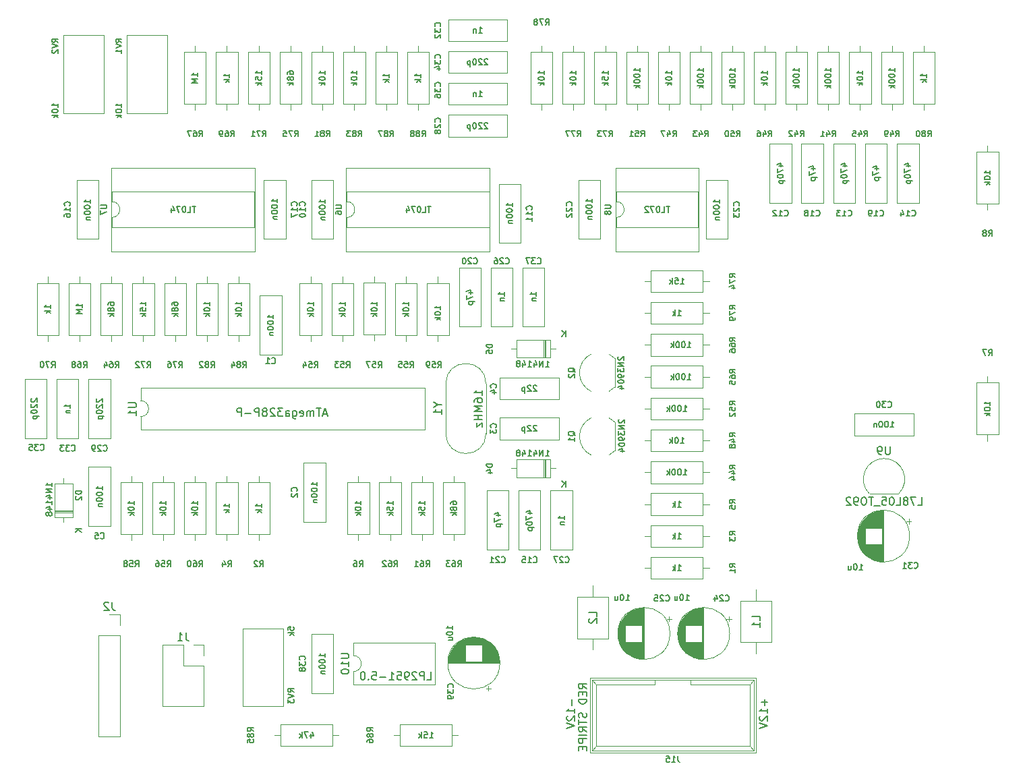
<source format=gbr>
G04 #@! TF.GenerationSoftware,KiCad,Pcbnew,(6.0.5)*
G04 #@! TF.CreationDate,2022-07-13T23:04:47-05:00*
G04 #@! TF.ProjectId,QuantizerBack,5175616e-7469-47a6-9572-4261636b2e6b,rev?*
G04 #@! TF.SameCoordinates,Original*
G04 #@! TF.FileFunction,Legend,Bot*
G04 #@! TF.FilePolarity,Positive*
%FSLAX46Y46*%
G04 Gerber Fmt 4.6, Leading zero omitted, Abs format (unit mm)*
G04 Created by KiCad (PCBNEW (6.0.5)) date 2022-07-13 23:04:47*
%MOMM*%
%LPD*%
G01*
G04 APERTURE LIST*
%ADD10C,0.150000*%
%ADD11C,0.120000*%
G04 APERTURE END LIST*
D10*
G04 #@! TO.C,R70*
X69982142Y-96839285D02*
X70232142Y-96482142D01*
X70410714Y-96839285D02*
X70410714Y-96089285D01*
X70125000Y-96089285D01*
X70053571Y-96125000D01*
X70017857Y-96160714D01*
X69982142Y-96232142D01*
X69982142Y-96339285D01*
X70017857Y-96410714D01*
X70053571Y-96446428D01*
X70125000Y-96482142D01*
X70410714Y-96482142D01*
X69732142Y-96089285D02*
X69232142Y-96089285D01*
X69553571Y-96839285D01*
X68803571Y-96089285D02*
X68732142Y-96089285D01*
X68660714Y-96125000D01*
X68625000Y-96160714D01*
X68589285Y-96232142D01*
X68553571Y-96375000D01*
X68553571Y-96553571D01*
X68589285Y-96696428D01*
X68625000Y-96767857D01*
X68660714Y-96803571D01*
X68732142Y-96839285D01*
X68803571Y-96839285D01*
X68875000Y-96803571D01*
X68910714Y-96767857D01*
X68946428Y-96696428D01*
X68982142Y-96553571D01*
X68982142Y-96375000D01*
X68946428Y-96232142D01*
X68910714Y-96160714D01*
X68875000Y-96125000D01*
X68803571Y-96089285D01*
X69839285Y-89410714D02*
X69839285Y-88982142D01*
X69839285Y-89196428D02*
X69089285Y-89196428D01*
X69196428Y-89125000D01*
X69267857Y-89053571D01*
X69303571Y-88982142D01*
X69839285Y-89732142D02*
X69089285Y-89732142D01*
X69553571Y-89803571D02*
X69839285Y-90017857D01*
X69339285Y-90017857D02*
X69625000Y-89732142D01*
G04 #@! TO.C,C33*
X72482142Y-107267857D02*
X72517857Y-107303571D01*
X72625000Y-107339285D01*
X72696428Y-107339285D01*
X72803571Y-107303571D01*
X72875000Y-107232142D01*
X72910714Y-107160714D01*
X72946428Y-107017857D01*
X72946428Y-106910714D01*
X72910714Y-106767857D01*
X72875000Y-106696428D01*
X72803571Y-106625000D01*
X72696428Y-106589285D01*
X72625000Y-106589285D01*
X72517857Y-106625000D01*
X72482142Y-106660714D01*
X72232142Y-106589285D02*
X71767857Y-106589285D01*
X72017857Y-106875000D01*
X71910714Y-106875000D01*
X71839285Y-106910714D01*
X71803571Y-106946428D01*
X71767857Y-107017857D01*
X71767857Y-107196428D01*
X71803571Y-107267857D01*
X71839285Y-107303571D01*
X71910714Y-107339285D01*
X72125000Y-107339285D01*
X72196428Y-107303571D01*
X72232142Y-107267857D01*
X71517857Y-106589285D02*
X71053571Y-106589285D01*
X71303571Y-106875000D01*
X71196428Y-106875000D01*
X71125000Y-106910714D01*
X71089285Y-106946428D01*
X71053571Y-107017857D01*
X71053571Y-107196428D01*
X71089285Y-107267857D01*
X71125000Y-107303571D01*
X71196428Y-107339285D01*
X71410714Y-107339285D01*
X71482142Y-107303571D01*
X71517857Y-107267857D01*
X72339285Y-101915000D02*
X72339285Y-101486428D01*
X72339285Y-101700714D02*
X71589285Y-101700714D01*
X71696428Y-101629285D01*
X71767857Y-101557857D01*
X71803571Y-101486428D01*
X71839285Y-102236428D02*
X72339285Y-102236428D01*
X71910714Y-102236428D02*
X71875000Y-102272142D01*
X71839285Y-102343571D01*
X71839285Y-102450714D01*
X71875000Y-102522142D01*
X71946428Y-102557857D01*
X72339285Y-102557857D01*
G04 #@! TO.C,R75*
X100482142Y-67839285D02*
X100732142Y-67482142D01*
X100910714Y-67839285D02*
X100910714Y-67089285D01*
X100625000Y-67089285D01*
X100553571Y-67125000D01*
X100517857Y-67160714D01*
X100482142Y-67232142D01*
X100482142Y-67339285D01*
X100517857Y-67410714D01*
X100553571Y-67446428D01*
X100625000Y-67482142D01*
X100910714Y-67482142D01*
X100232142Y-67089285D02*
X99732142Y-67089285D01*
X100053571Y-67839285D01*
X99089285Y-67089285D02*
X99446428Y-67089285D01*
X99482142Y-67446428D01*
X99446428Y-67410714D01*
X99375000Y-67375000D01*
X99196428Y-67375000D01*
X99125000Y-67410714D01*
X99089285Y-67446428D01*
X99053571Y-67517857D01*
X99053571Y-67696428D01*
X99089285Y-67767857D01*
X99125000Y-67803571D01*
X99196428Y-67839285D01*
X99375000Y-67839285D01*
X99446428Y-67803571D01*
X99482142Y-67767857D01*
X99589285Y-59982142D02*
X99589285Y-59839285D01*
X99625000Y-59767857D01*
X99660714Y-59732142D01*
X99767857Y-59660714D01*
X99910714Y-59625000D01*
X100196428Y-59625000D01*
X100267857Y-59660714D01*
X100303571Y-59696428D01*
X100339285Y-59767857D01*
X100339285Y-59910714D01*
X100303571Y-59982142D01*
X100267857Y-60017857D01*
X100196428Y-60053571D01*
X100017857Y-60053571D01*
X99946428Y-60017857D01*
X99910714Y-59982142D01*
X99875000Y-59910714D01*
X99875000Y-59767857D01*
X99910714Y-59696428D01*
X99946428Y-59660714D01*
X100017857Y-59625000D01*
X99910714Y-60482142D02*
X99875000Y-60410714D01*
X99839285Y-60375000D01*
X99767857Y-60339285D01*
X99732142Y-60339285D01*
X99660714Y-60375000D01*
X99625000Y-60410714D01*
X99589285Y-60482142D01*
X99589285Y-60625000D01*
X99625000Y-60696428D01*
X99660714Y-60732142D01*
X99732142Y-60767857D01*
X99767857Y-60767857D01*
X99839285Y-60732142D01*
X99875000Y-60696428D01*
X99910714Y-60625000D01*
X99910714Y-60482142D01*
X99946428Y-60410714D01*
X99982142Y-60375000D01*
X100053571Y-60339285D01*
X100196428Y-60339285D01*
X100267857Y-60375000D01*
X100303571Y-60410714D01*
X100339285Y-60482142D01*
X100339285Y-60625000D01*
X100303571Y-60696428D01*
X100267857Y-60732142D01*
X100196428Y-60767857D01*
X100053571Y-60767857D01*
X99982142Y-60732142D01*
X99946428Y-60696428D01*
X99910714Y-60625000D01*
X100339285Y-61089285D02*
X99589285Y-61089285D01*
X100053571Y-61160714D02*
X100339285Y-61375000D01*
X99839285Y-61375000D02*
X100125000Y-61089285D01*
G04 #@! TO.C,R2*
X96125000Y-121839285D02*
X96375000Y-121482142D01*
X96553571Y-121839285D02*
X96553571Y-121089285D01*
X96267857Y-121089285D01*
X96196428Y-121125000D01*
X96160714Y-121160714D01*
X96125000Y-121232142D01*
X96125000Y-121339285D01*
X96160714Y-121410714D01*
X96196428Y-121446428D01*
X96267857Y-121482142D01*
X96553571Y-121482142D01*
X95839285Y-121160714D02*
X95803571Y-121125000D01*
X95732142Y-121089285D01*
X95553571Y-121089285D01*
X95482142Y-121125000D01*
X95446428Y-121160714D01*
X95410714Y-121232142D01*
X95410714Y-121303571D01*
X95446428Y-121410714D01*
X95875000Y-121839285D01*
X95410714Y-121839285D01*
X96339285Y-114410714D02*
X96339285Y-113982142D01*
X96339285Y-114196428D02*
X95589285Y-114196428D01*
X95696428Y-114125000D01*
X95767857Y-114053571D01*
X95803571Y-113982142D01*
X96339285Y-114732142D02*
X95589285Y-114732142D01*
X96053571Y-114803571D02*
X96339285Y-115017857D01*
X95839285Y-115017857D02*
X96125000Y-114732142D01*
G04 #@! TO.C,D5*
X125339285Y-93946428D02*
X124589285Y-93946428D01*
X124589285Y-94125000D01*
X124625000Y-94232142D01*
X124696428Y-94303571D01*
X124767857Y-94339285D01*
X124910714Y-94375000D01*
X125017857Y-94375000D01*
X125160714Y-94339285D01*
X125232142Y-94303571D01*
X125303571Y-94232142D01*
X125339285Y-94125000D01*
X125339285Y-93946428D01*
X124589285Y-95053571D02*
X124589285Y-94696428D01*
X124946428Y-94660714D01*
X124910714Y-94696428D01*
X124875000Y-94767857D01*
X124875000Y-94946428D01*
X124910714Y-95017857D01*
X124946428Y-95053571D01*
X125017857Y-95089285D01*
X125196428Y-95089285D01*
X125267857Y-95053571D01*
X125303571Y-95017857D01*
X125339285Y-94946428D01*
X125339285Y-94767857D01*
X125303571Y-94696428D01*
X125267857Y-94660714D01*
X132007142Y-96739285D02*
X132435714Y-96739285D01*
X132221428Y-96739285D02*
X132221428Y-95989285D01*
X132292857Y-96096428D01*
X132364285Y-96167857D01*
X132435714Y-96203571D01*
X131685714Y-96739285D02*
X131685714Y-95989285D01*
X131257142Y-96739285D01*
X131257142Y-95989285D01*
X130578571Y-96239285D02*
X130578571Y-96739285D01*
X130757142Y-95953571D02*
X130935714Y-96489285D01*
X130471428Y-96489285D01*
X129792857Y-96739285D02*
X130221428Y-96739285D01*
X130007142Y-96739285D02*
X130007142Y-95989285D01*
X130078571Y-96096428D01*
X130150000Y-96167857D01*
X130221428Y-96203571D01*
X129150000Y-96239285D02*
X129150000Y-96739285D01*
X129328571Y-95953571D02*
X129507142Y-96489285D01*
X129042857Y-96489285D01*
X128650000Y-96310714D02*
X128721428Y-96275000D01*
X128757142Y-96239285D01*
X128792857Y-96167857D01*
X128792857Y-96132142D01*
X128757142Y-96060714D01*
X128721428Y-96025000D01*
X128650000Y-95989285D01*
X128507142Y-95989285D01*
X128435714Y-96025000D01*
X128400000Y-96060714D01*
X128364285Y-96132142D01*
X128364285Y-96167857D01*
X128400000Y-96239285D01*
X128435714Y-96275000D01*
X128507142Y-96310714D01*
X128650000Y-96310714D01*
X128721428Y-96346428D01*
X128757142Y-96382142D01*
X128792857Y-96453571D01*
X128792857Y-96596428D01*
X128757142Y-96667857D01*
X128721428Y-96703571D01*
X128650000Y-96739285D01*
X128507142Y-96739285D01*
X128435714Y-96703571D01*
X128400000Y-96667857D01*
X128364285Y-96596428D01*
X128364285Y-96453571D01*
X128400000Y-96382142D01*
X128435714Y-96346428D01*
X128507142Y-96310714D01*
X134506428Y-92934285D02*
X134506428Y-92184285D01*
X134077857Y-92934285D02*
X134399285Y-92505714D01*
X134077857Y-92184285D02*
X134506428Y-92612857D01*
G04 #@! TO.C,U1*
X79622380Y-101248095D02*
X80431904Y-101248095D01*
X80527142Y-101295714D01*
X80574761Y-101343333D01*
X80622380Y-101438571D01*
X80622380Y-101629047D01*
X80574761Y-101724285D01*
X80527142Y-101771904D01*
X80431904Y-101819523D01*
X79622380Y-101819523D01*
X80622380Y-102819523D02*
X80622380Y-102248095D01*
X80622380Y-102533809D02*
X79622380Y-102533809D01*
X79765238Y-102438571D01*
X79860476Y-102343333D01*
X79908095Y-102248095D01*
X104566666Y-102666666D02*
X104090476Y-102666666D01*
X104661904Y-102952380D02*
X104328571Y-101952380D01*
X103995238Y-102952380D01*
X103804761Y-101952380D02*
X103233333Y-101952380D01*
X103519047Y-102952380D02*
X103519047Y-101952380D01*
X102900000Y-102952380D02*
X102900000Y-102285714D01*
X102900000Y-102380952D02*
X102852380Y-102333333D01*
X102757142Y-102285714D01*
X102614285Y-102285714D01*
X102519047Y-102333333D01*
X102471428Y-102428571D01*
X102471428Y-102952380D01*
X102471428Y-102428571D02*
X102423809Y-102333333D01*
X102328571Y-102285714D01*
X102185714Y-102285714D01*
X102090476Y-102333333D01*
X102042857Y-102428571D01*
X102042857Y-102952380D01*
X101185714Y-102904761D02*
X101280952Y-102952380D01*
X101471428Y-102952380D01*
X101566666Y-102904761D01*
X101614285Y-102809523D01*
X101614285Y-102428571D01*
X101566666Y-102333333D01*
X101471428Y-102285714D01*
X101280952Y-102285714D01*
X101185714Y-102333333D01*
X101138095Y-102428571D01*
X101138095Y-102523809D01*
X101614285Y-102619047D01*
X100280952Y-102285714D02*
X100280952Y-103095238D01*
X100328571Y-103190476D01*
X100376190Y-103238095D01*
X100471428Y-103285714D01*
X100614285Y-103285714D01*
X100709523Y-103238095D01*
X100280952Y-102904761D02*
X100376190Y-102952380D01*
X100566666Y-102952380D01*
X100661904Y-102904761D01*
X100709523Y-102857142D01*
X100757142Y-102761904D01*
X100757142Y-102476190D01*
X100709523Y-102380952D01*
X100661904Y-102333333D01*
X100566666Y-102285714D01*
X100376190Y-102285714D01*
X100280952Y-102333333D01*
X99376190Y-102952380D02*
X99376190Y-102428571D01*
X99423809Y-102333333D01*
X99519047Y-102285714D01*
X99709523Y-102285714D01*
X99804761Y-102333333D01*
X99376190Y-102904761D02*
X99471428Y-102952380D01*
X99709523Y-102952380D01*
X99804761Y-102904761D01*
X99852380Y-102809523D01*
X99852380Y-102714285D01*
X99804761Y-102619047D01*
X99709523Y-102571428D01*
X99471428Y-102571428D01*
X99376190Y-102523809D01*
X98995238Y-101952380D02*
X98376190Y-101952380D01*
X98709523Y-102333333D01*
X98566666Y-102333333D01*
X98471428Y-102380952D01*
X98423809Y-102428571D01*
X98376190Y-102523809D01*
X98376190Y-102761904D01*
X98423809Y-102857142D01*
X98471428Y-102904761D01*
X98566666Y-102952380D01*
X98852380Y-102952380D01*
X98947619Y-102904761D01*
X98995238Y-102857142D01*
X97995238Y-102047619D02*
X97947619Y-102000000D01*
X97852380Y-101952380D01*
X97614285Y-101952380D01*
X97519047Y-102000000D01*
X97471428Y-102047619D01*
X97423809Y-102142857D01*
X97423809Y-102238095D01*
X97471428Y-102380952D01*
X98042857Y-102952380D01*
X97423809Y-102952380D01*
X96852380Y-102380952D02*
X96947619Y-102333333D01*
X96995238Y-102285714D01*
X97042857Y-102190476D01*
X97042857Y-102142857D01*
X96995238Y-102047619D01*
X96947619Y-102000000D01*
X96852380Y-101952380D01*
X96661904Y-101952380D01*
X96566666Y-102000000D01*
X96519047Y-102047619D01*
X96471428Y-102142857D01*
X96471428Y-102190476D01*
X96519047Y-102285714D01*
X96566666Y-102333333D01*
X96661904Y-102380952D01*
X96852380Y-102380952D01*
X96947619Y-102428571D01*
X96995238Y-102476190D01*
X97042857Y-102571428D01*
X97042857Y-102761904D01*
X96995238Y-102857142D01*
X96947619Y-102904761D01*
X96852380Y-102952380D01*
X96661904Y-102952380D01*
X96566666Y-102904761D01*
X96519047Y-102857142D01*
X96471428Y-102761904D01*
X96471428Y-102571428D01*
X96519047Y-102476190D01*
X96566666Y-102428571D01*
X96661904Y-102380952D01*
X96042857Y-102952380D02*
X96042857Y-101952380D01*
X95661904Y-101952380D01*
X95566666Y-102000000D01*
X95519047Y-102047619D01*
X95471428Y-102142857D01*
X95471428Y-102285714D01*
X95519047Y-102380952D01*
X95566666Y-102428571D01*
X95661904Y-102476190D01*
X96042857Y-102476190D01*
X95042857Y-102571428D02*
X94280952Y-102571428D01*
X93804761Y-102952380D02*
X93804761Y-101952380D01*
X93423809Y-101952380D01*
X93328571Y-102000000D01*
X93280952Y-102047619D01*
X93233333Y-102142857D01*
X93233333Y-102285714D01*
X93280952Y-102380952D01*
X93328571Y-102428571D01*
X93423809Y-102476190D01*
X93804761Y-102476190D01*
G04 #@! TO.C,Y1*
X118451190Y-101513809D02*
X118927380Y-101513809D01*
X117927380Y-101180476D02*
X118451190Y-101513809D01*
X117927380Y-101847142D01*
X118927380Y-102704285D02*
X118927380Y-102132857D01*
X118927380Y-102418571D02*
X117927380Y-102418571D01*
X118070238Y-102323333D01*
X118165476Y-102228095D01*
X118213095Y-102132857D01*
X124052380Y-100299523D02*
X124052380Y-99728095D01*
X124052380Y-100013809D02*
X123052380Y-100013809D01*
X123195238Y-99918571D01*
X123290476Y-99823333D01*
X123338095Y-99728095D01*
X123052380Y-101156666D02*
X123052380Y-100966190D01*
X123100000Y-100870952D01*
X123147619Y-100823333D01*
X123290476Y-100728095D01*
X123480952Y-100680476D01*
X123861904Y-100680476D01*
X123957142Y-100728095D01*
X124004761Y-100775714D01*
X124052380Y-100870952D01*
X124052380Y-101061428D01*
X124004761Y-101156666D01*
X123957142Y-101204285D01*
X123861904Y-101251904D01*
X123623809Y-101251904D01*
X123528571Y-101204285D01*
X123480952Y-101156666D01*
X123433333Y-101061428D01*
X123433333Y-100870952D01*
X123480952Y-100775714D01*
X123528571Y-100728095D01*
X123623809Y-100680476D01*
X124052380Y-101680476D02*
X123052380Y-101680476D01*
X123766666Y-102013809D01*
X123052380Y-102347142D01*
X124052380Y-102347142D01*
X124052380Y-102823333D02*
X123052380Y-102823333D01*
X123528571Y-102823333D02*
X123528571Y-103394761D01*
X124052380Y-103394761D02*
X123052380Y-103394761D01*
X123385714Y-103775714D02*
X123385714Y-104299523D01*
X124052380Y-103775714D01*
X124052380Y-104299523D01*
G04 #@! TO.C,R79*
X155839285Y-89517857D02*
X155482142Y-89267857D01*
X155839285Y-89089285D02*
X155089285Y-89089285D01*
X155089285Y-89375000D01*
X155125000Y-89446428D01*
X155160714Y-89482142D01*
X155232142Y-89517857D01*
X155339285Y-89517857D01*
X155410714Y-89482142D01*
X155446428Y-89446428D01*
X155482142Y-89375000D01*
X155482142Y-89089285D01*
X155089285Y-89767857D02*
X155089285Y-90267857D01*
X155839285Y-89946428D01*
X155839285Y-90589285D02*
X155839285Y-90732142D01*
X155803571Y-90803571D01*
X155767857Y-90839285D01*
X155660714Y-90910714D01*
X155517857Y-90946428D01*
X155232142Y-90946428D01*
X155160714Y-90910714D01*
X155125000Y-90875000D01*
X155089285Y-90803571D01*
X155089285Y-90660714D01*
X155125000Y-90589285D01*
X155160714Y-90553571D01*
X155232142Y-90517857D01*
X155410714Y-90517857D01*
X155482142Y-90553571D01*
X155517857Y-90589285D01*
X155553571Y-90660714D01*
X155553571Y-90803571D01*
X155517857Y-90875000D01*
X155482142Y-90910714D01*
X155410714Y-90946428D01*
X148589285Y-90339285D02*
X149017857Y-90339285D01*
X148803571Y-90339285D02*
X148803571Y-89589285D01*
X148875000Y-89696428D01*
X148946428Y-89767857D01*
X149017857Y-89803571D01*
X148267857Y-90339285D02*
X148267857Y-89589285D01*
X148196428Y-90053571D02*
X147982142Y-90339285D01*
X147982142Y-89839285D02*
X148267857Y-90125000D01*
G04 #@! TO.C,U6*
X105634285Y-76438571D02*
X106241428Y-76438571D01*
X106312857Y-76474285D01*
X106348571Y-76510000D01*
X106384285Y-76581428D01*
X106384285Y-76724285D01*
X106348571Y-76795714D01*
X106312857Y-76831428D01*
X106241428Y-76867142D01*
X105634285Y-76867142D01*
X105634285Y-77545714D02*
X105634285Y-77402857D01*
X105670000Y-77331428D01*
X105705714Y-77295714D01*
X105812857Y-77224285D01*
X105955714Y-77188571D01*
X106241428Y-77188571D01*
X106312857Y-77224285D01*
X106348571Y-77260000D01*
X106384285Y-77331428D01*
X106384285Y-77474285D01*
X106348571Y-77545714D01*
X106312857Y-77581428D01*
X106241428Y-77617142D01*
X106062857Y-77617142D01*
X105991428Y-77581428D01*
X105955714Y-77545714D01*
X105920000Y-77474285D01*
X105920000Y-77331428D01*
X105955714Y-77260000D01*
X105991428Y-77224285D01*
X106062857Y-77188571D01*
X117584285Y-76599285D02*
X117155714Y-76599285D01*
X117370000Y-77349285D02*
X117370000Y-76599285D01*
X116548571Y-77349285D02*
X116905714Y-77349285D01*
X116905714Y-76599285D01*
X116155714Y-76599285D02*
X116084285Y-76599285D01*
X116012857Y-76635000D01*
X115977142Y-76670714D01*
X115941428Y-76742142D01*
X115905714Y-76885000D01*
X115905714Y-77063571D01*
X115941428Y-77206428D01*
X115977142Y-77277857D01*
X116012857Y-77313571D01*
X116084285Y-77349285D01*
X116155714Y-77349285D01*
X116227142Y-77313571D01*
X116262857Y-77277857D01*
X116298571Y-77206428D01*
X116334285Y-77063571D01*
X116334285Y-76885000D01*
X116298571Y-76742142D01*
X116262857Y-76670714D01*
X116227142Y-76635000D01*
X116155714Y-76599285D01*
X115655714Y-76599285D02*
X115155714Y-76599285D01*
X115477142Y-77349285D01*
X114548571Y-76849285D02*
X114548571Y-77349285D01*
X114727142Y-76563571D02*
X114905714Y-77099285D01*
X114441428Y-77099285D01*
G04 #@! TO.C,C39*
X120367857Y-137017857D02*
X120403571Y-136982142D01*
X120439285Y-136875000D01*
X120439285Y-136803571D01*
X120403571Y-136696428D01*
X120332142Y-136625000D01*
X120260714Y-136589285D01*
X120117857Y-136553571D01*
X120010714Y-136553571D01*
X119867857Y-136589285D01*
X119796428Y-136625000D01*
X119725000Y-136696428D01*
X119689285Y-136803571D01*
X119689285Y-136875000D01*
X119725000Y-136982142D01*
X119760714Y-137017857D01*
X119689285Y-137267857D02*
X119689285Y-137732142D01*
X119975000Y-137482142D01*
X119975000Y-137589285D01*
X120010714Y-137660714D01*
X120046428Y-137696428D01*
X120117857Y-137732142D01*
X120296428Y-137732142D01*
X120367857Y-137696428D01*
X120403571Y-137660714D01*
X120439285Y-137589285D01*
X120439285Y-137375000D01*
X120403571Y-137303571D01*
X120367857Y-137267857D01*
X120439285Y-138089285D02*
X120439285Y-138232142D01*
X120403571Y-138303571D01*
X120367857Y-138339285D01*
X120260714Y-138410714D01*
X120117857Y-138446428D01*
X119832142Y-138446428D01*
X119760714Y-138410714D01*
X119725000Y-138375000D01*
X119689285Y-138303571D01*
X119689285Y-138160714D01*
X119725000Y-138089285D01*
X119760714Y-138053571D01*
X119832142Y-138017857D01*
X120010714Y-138017857D01*
X120082142Y-138053571D01*
X120117857Y-138089285D01*
X120153571Y-138160714D01*
X120153571Y-138303571D01*
X120117857Y-138375000D01*
X120082142Y-138410714D01*
X120010714Y-138446428D01*
X120339285Y-129717857D02*
X120339285Y-129289285D01*
X120339285Y-129503571D02*
X119589285Y-129503571D01*
X119696428Y-129432142D01*
X119767857Y-129360714D01*
X119803571Y-129289285D01*
X119589285Y-130182142D02*
X119589285Y-130253571D01*
X119625000Y-130325000D01*
X119660714Y-130360714D01*
X119732142Y-130396428D01*
X119875000Y-130432142D01*
X120053571Y-130432142D01*
X120196428Y-130396428D01*
X120267857Y-130360714D01*
X120303571Y-130325000D01*
X120339285Y-130253571D01*
X120339285Y-130182142D01*
X120303571Y-130110714D01*
X120267857Y-130075000D01*
X120196428Y-130039285D01*
X120053571Y-130003571D01*
X119875000Y-130003571D01*
X119732142Y-130039285D01*
X119660714Y-130075000D01*
X119625000Y-130110714D01*
X119589285Y-130182142D01*
X119839285Y-131075000D02*
X120339285Y-131075000D01*
X119839285Y-130753571D02*
X120232142Y-130753571D01*
X120303571Y-130789285D01*
X120339285Y-130860714D01*
X120339285Y-130967857D01*
X120303571Y-131039285D01*
X120267857Y-131075000D01*
G04 #@! TO.C,L1*
X158952380Y-128563333D02*
X158952380Y-128087142D01*
X157952380Y-128087142D01*
X158952380Y-129420476D02*
X158952380Y-128849047D01*
X158952380Y-129134761D02*
X157952380Y-129134761D01*
X158095238Y-129039523D01*
X158190476Y-128944285D01*
X158238095Y-128849047D01*
G04 #@! TO.C,R62*
X112982142Y-121839285D02*
X113232142Y-121482142D01*
X113410714Y-121839285D02*
X113410714Y-121089285D01*
X113125000Y-121089285D01*
X113053571Y-121125000D01*
X113017857Y-121160714D01*
X112982142Y-121232142D01*
X112982142Y-121339285D01*
X113017857Y-121410714D01*
X113053571Y-121446428D01*
X113125000Y-121482142D01*
X113410714Y-121482142D01*
X112339285Y-121089285D02*
X112482142Y-121089285D01*
X112553571Y-121125000D01*
X112589285Y-121160714D01*
X112660714Y-121267857D01*
X112696428Y-121410714D01*
X112696428Y-121696428D01*
X112660714Y-121767857D01*
X112625000Y-121803571D01*
X112553571Y-121839285D01*
X112410714Y-121839285D01*
X112339285Y-121803571D01*
X112303571Y-121767857D01*
X112267857Y-121696428D01*
X112267857Y-121517857D01*
X112303571Y-121446428D01*
X112339285Y-121410714D01*
X112410714Y-121375000D01*
X112553571Y-121375000D01*
X112625000Y-121410714D01*
X112660714Y-121446428D01*
X112696428Y-121517857D01*
X111982142Y-121160714D02*
X111946428Y-121125000D01*
X111875000Y-121089285D01*
X111696428Y-121089285D01*
X111625000Y-121125000D01*
X111589285Y-121160714D01*
X111553571Y-121232142D01*
X111553571Y-121303571D01*
X111589285Y-121410714D01*
X112017857Y-121839285D01*
X111553571Y-121839285D01*
X112839285Y-114053571D02*
X112839285Y-113625000D01*
X112839285Y-113839285D02*
X112089285Y-113839285D01*
X112196428Y-113767857D01*
X112267857Y-113696428D01*
X112303571Y-113625000D01*
X112089285Y-114732142D02*
X112089285Y-114375000D01*
X112446428Y-114339285D01*
X112410714Y-114375000D01*
X112375000Y-114446428D01*
X112375000Y-114625000D01*
X112410714Y-114696428D01*
X112446428Y-114732142D01*
X112517857Y-114767857D01*
X112696428Y-114767857D01*
X112767857Y-114732142D01*
X112803571Y-114696428D01*
X112839285Y-114625000D01*
X112839285Y-114446428D01*
X112803571Y-114375000D01*
X112767857Y-114339285D01*
X112839285Y-115089285D02*
X112089285Y-115089285D01*
X112553571Y-115160714D02*
X112839285Y-115375000D01*
X112339285Y-115375000D02*
X112625000Y-115089285D01*
G04 #@! TO.C,C20*
X122982142Y-83767857D02*
X123017857Y-83803571D01*
X123125000Y-83839285D01*
X123196428Y-83839285D01*
X123303571Y-83803571D01*
X123375000Y-83732142D01*
X123410714Y-83660714D01*
X123446428Y-83517857D01*
X123446428Y-83410714D01*
X123410714Y-83267857D01*
X123375000Y-83196428D01*
X123303571Y-83125000D01*
X123196428Y-83089285D01*
X123125000Y-83089285D01*
X123017857Y-83125000D01*
X122982142Y-83160714D01*
X122696428Y-83160714D02*
X122660714Y-83125000D01*
X122589285Y-83089285D01*
X122410714Y-83089285D01*
X122339285Y-83125000D01*
X122303571Y-83160714D01*
X122267857Y-83232142D01*
X122267857Y-83303571D01*
X122303571Y-83410714D01*
X122732142Y-83839285D01*
X122267857Y-83839285D01*
X121803571Y-83089285D02*
X121732142Y-83089285D01*
X121660714Y-83125000D01*
X121625000Y-83160714D01*
X121589285Y-83232142D01*
X121553571Y-83375000D01*
X121553571Y-83553571D01*
X121589285Y-83696428D01*
X121625000Y-83767857D01*
X121660714Y-83803571D01*
X121732142Y-83839285D01*
X121803571Y-83839285D01*
X121875000Y-83803571D01*
X121910714Y-83767857D01*
X121946428Y-83696428D01*
X121982142Y-83553571D01*
X121982142Y-83375000D01*
X121946428Y-83232142D01*
X121910714Y-83160714D01*
X121875000Y-83125000D01*
X121803571Y-83089285D01*
X122339285Y-87486428D02*
X122839285Y-87486428D01*
X122053571Y-87307857D02*
X122589285Y-87129285D01*
X122589285Y-87593571D01*
X122089285Y-87807857D02*
X122089285Y-88307857D01*
X122839285Y-87986428D01*
X122339285Y-88593571D02*
X123089285Y-88593571D01*
X122375000Y-88593571D02*
X122339285Y-88665000D01*
X122339285Y-88807857D01*
X122375000Y-88879285D01*
X122410714Y-88915000D01*
X122482142Y-88950714D01*
X122696428Y-88950714D01*
X122767857Y-88915000D01*
X122803571Y-88879285D01*
X122839285Y-88807857D01*
X122839285Y-88665000D01*
X122803571Y-88593571D01*
G04 #@! TO.C,R63*
X120982142Y-121839285D02*
X121232142Y-121482142D01*
X121410714Y-121839285D02*
X121410714Y-121089285D01*
X121125000Y-121089285D01*
X121053571Y-121125000D01*
X121017857Y-121160714D01*
X120982142Y-121232142D01*
X120982142Y-121339285D01*
X121017857Y-121410714D01*
X121053571Y-121446428D01*
X121125000Y-121482142D01*
X121410714Y-121482142D01*
X120339285Y-121089285D02*
X120482142Y-121089285D01*
X120553571Y-121125000D01*
X120589285Y-121160714D01*
X120660714Y-121267857D01*
X120696428Y-121410714D01*
X120696428Y-121696428D01*
X120660714Y-121767857D01*
X120625000Y-121803571D01*
X120553571Y-121839285D01*
X120410714Y-121839285D01*
X120339285Y-121803571D01*
X120303571Y-121767857D01*
X120267857Y-121696428D01*
X120267857Y-121517857D01*
X120303571Y-121446428D01*
X120339285Y-121410714D01*
X120410714Y-121375000D01*
X120553571Y-121375000D01*
X120625000Y-121410714D01*
X120660714Y-121446428D01*
X120696428Y-121517857D01*
X120017857Y-121089285D02*
X119553571Y-121089285D01*
X119803571Y-121375000D01*
X119696428Y-121375000D01*
X119625000Y-121410714D01*
X119589285Y-121446428D01*
X119553571Y-121517857D01*
X119553571Y-121696428D01*
X119589285Y-121767857D01*
X119625000Y-121803571D01*
X119696428Y-121839285D01*
X119910714Y-121839285D01*
X119982142Y-121803571D01*
X120017857Y-121767857D01*
X120089285Y-113982142D02*
X120089285Y-113839285D01*
X120125000Y-113767857D01*
X120160714Y-113732142D01*
X120267857Y-113660714D01*
X120410714Y-113625000D01*
X120696428Y-113625000D01*
X120767857Y-113660714D01*
X120803571Y-113696428D01*
X120839285Y-113767857D01*
X120839285Y-113910714D01*
X120803571Y-113982142D01*
X120767857Y-114017857D01*
X120696428Y-114053571D01*
X120517857Y-114053571D01*
X120446428Y-114017857D01*
X120410714Y-113982142D01*
X120375000Y-113910714D01*
X120375000Y-113767857D01*
X120410714Y-113696428D01*
X120446428Y-113660714D01*
X120517857Y-113625000D01*
X120410714Y-114482142D02*
X120375000Y-114410714D01*
X120339285Y-114375000D01*
X120267857Y-114339285D01*
X120232142Y-114339285D01*
X120160714Y-114375000D01*
X120125000Y-114410714D01*
X120089285Y-114482142D01*
X120089285Y-114625000D01*
X120125000Y-114696428D01*
X120160714Y-114732142D01*
X120232142Y-114767857D01*
X120267857Y-114767857D01*
X120339285Y-114732142D01*
X120375000Y-114696428D01*
X120410714Y-114625000D01*
X120410714Y-114482142D01*
X120446428Y-114410714D01*
X120482142Y-114375000D01*
X120553571Y-114339285D01*
X120696428Y-114339285D01*
X120767857Y-114375000D01*
X120803571Y-114410714D01*
X120839285Y-114482142D01*
X120839285Y-114625000D01*
X120803571Y-114696428D01*
X120767857Y-114732142D01*
X120696428Y-114767857D01*
X120553571Y-114767857D01*
X120482142Y-114732142D01*
X120446428Y-114696428D01*
X120410714Y-114625000D01*
X120839285Y-115089285D02*
X120089285Y-115089285D01*
X120553571Y-115160714D02*
X120839285Y-115375000D01*
X120339285Y-115375000D02*
X120625000Y-115089285D01*
G04 #@! TO.C,C21*
X126482142Y-121267857D02*
X126517857Y-121303571D01*
X126625000Y-121339285D01*
X126696428Y-121339285D01*
X126803571Y-121303571D01*
X126875000Y-121232142D01*
X126910714Y-121160714D01*
X126946428Y-121017857D01*
X126946428Y-120910714D01*
X126910714Y-120767857D01*
X126875000Y-120696428D01*
X126803571Y-120625000D01*
X126696428Y-120589285D01*
X126625000Y-120589285D01*
X126517857Y-120625000D01*
X126482142Y-120660714D01*
X126196428Y-120660714D02*
X126160714Y-120625000D01*
X126089285Y-120589285D01*
X125910714Y-120589285D01*
X125839285Y-120625000D01*
X125803571Y-120660714D01*
X125767857Y-120732142D01*
X125767857Y-120803571D01*
X125803571Y-120910714D01*
X126232142Y-121339285D01*
X125767857Y-121339285D01*
X125053571Y-121339285D02*
X125482142Y-121339285D01*
X125267857Y-121339285D02*
X125267857Y-120589285D01*
X125339285Y-120696428D01*
X125410714Y-120767857D01*
X125482142Y-120803571D01*
X125839285Y-115406428D02*
X126339285Y-115406428D01*
X125553571Y-115227857D02*
X126089285Y-115049285D01*
X126089285Y-115513571D01*
X125589285Y-115727857D02*
X125589285Y-116227857D01*
X126339285Y-115906428D01*
X125839285Y-116513571D02*
X126589285Y-116513571D01*
X125875000Y-116513571D02*
X125839285Y-116585000D01*
X125839285Y-116727857D01*
X125875000Y-116799285D01*
X125910714Y-116835000D01*
X125982142Y-116870714D01*
X126196428Y-116870714D01*
X126267857Y-116835000D01*
X126303571Y-116799285D01*
X126339285Y-116727857D01*
X126339285Y-116585000D01*
X126303571Y-116513571D01*
G04 #@! TO.C,R53*
X106982142Y-96839285D02*
X107232142Y-96482142D01*
X107410714Y-96839285D02*
X107410714Y-96089285D01*
X107125000Y-96089285D01*
X107053571Y-96125000D01*
X107017857Y-96160714D01*
X106982142Y-96232142D01*
X106982142Y-96339285D01*
X107017857Y-96410714D01*
X107053571Y-96446428D01*
X107125000Y-96482142D01*
X107410714Y-96482142D01*
X106303571Y-96089285D02*
X106660714Y-96089285D01*
X106696428Y-96446428D01*
X106660714Y-96410714D01*
X106589285Y-96375000D01*
X106410714Y-96375000D01*
X106339285Y-96410714D01*
X106303571Y-96446428D01*
X106267857Y-96517857D01*
X106267857Y-96696428D01*
X106303571Y-96767857D01*
X106339285Y-96803571D01*
X106410714Y-96839285D01*
X106589285Y-96839285D01*
X106660714Y-96803571D01*
X106696428Y-96767857D01*
X106017857Y-96089285D02*
X105553571Y-96089285D01*
X105803571Y-96375000D01*
X105696428Y-96375000D01*
X105625000Y-96410714D01*
X105589285Y-96446428D01*
X105553571Y-96517857D01*
X105553571Y-96696428D01*
X105589285Y-96767857D01*
X105625000Y-96803571D01*
X105696428Y-96839285D01*
X105910714Y-96839285D01*
X105982142Y-96803571D01*
X106017857Y-96767857D01*
X106839285Y-89053571D02*
X106839285Y-88625000D01*
X106839285Y-88839285D02*
X106089285Y-88839285D01*
X106196428Y-88767857D01*
X106267857Y-88696428D01*
X106303571Y-88625000D01*
X106089285Y-89517857D02*
X106089285Y-89589285D01*
X106125000Y-89660714D01*
X106160714Y-89696428D01*
X106232142Y-89732142D01*
X106375000Y-89767857D01*
X106553571Y-89767857D01*
X106696428Y-89732142D01*
X106767857Y-89696428D01*
X106803571Y-89660714D01*
X106839285Y-89589285D01*
X106839285Y-89517857D01*
X106803571Y-89446428D01*
X106767857Y-89410714D01*
X106696428Y-89375000D01*
X106553571Y-89339285D01*
X106375000Y-89339285D01*
X106232142Y-89375000D01*
X106160714Y-89410714D01*
X106125000Y-89446428D01*
X106089285Y-89517857D01*
X106839285Y-90089285D02*
X106089285Y-90089285D01*
X106553571Y-90160714D02*
X106839285Y-90375000D01*
X106339285Y-90375000D02*
X106625000Y-90089285D01*
G04 #@! TO.C,U7*
X76134285Y-76438571D02*
X76741428Y-76438571D01*
X76812857Y-76474285D01*
X76848571Y-76510000D01*
X76884285Y-76581428D01*
X76884285Y-76724285D01*
X76848571Y-76795714D01*
X76812857Y-76831428D01*
X76741428Y-76867142D01*
X76134285Y-76867142D01*
X76134285Y-77152857D02*
X76134285Y-77652857D01*
X76884285Y-77331428D01*
X88084285Y-76599285D02*
X87655714Y-76599285D01*
X87870000Y-77349285D02*
X87870000Y-76599285D01*
X87048571Y-77349285D02*
X87405714Y-77349285D01*
X87405714Y-76599285D01*
X86655714Y-76599285D02*
X86584285Y-76599285D01*
X86512857Y-76635000D01*
X86477142Y-76670714D01*
X86441428Y-76742142D01*
X86405714Y-76885000D01*
X86405714Y-77063571D01*
X86441428Y-77206428D01*
X86477142Y-77277857D01*
X86512857Y-77313571D01*
X86584285Y-77349285D01*
X86655714Y-77349285D01*
X86727142Y-77313571D01*
X86762857Y-77277857D01*
X86798571Y-77206428D01*
X86834285Y-77063571D01*
X86834285Y-76885000D01*
X86798571Y-76742142D01*
X86762857Y-76670714D01*
X86727142Y-76635000D01*
X86655714Y-76599285D01*
X86155714Y-76599285D02*
X85655714Y-76599285D01*
X85977142Y-77349285D01*
X85048571Y-76849285D02*
X85048571Y-77349285D01*
X85227142Y-76563571D02*
X85405714Y-77099285D01*
X84941428Y-77099285D01*
G04 #@! TO.C,R55*
X114982142Y-96839285D02*
X115232142Y-96482142D01*
X115410714Y-96839285D02*
X115410714Y-96089285D01*
X115125000Y-96089285D01*
X115053571Y-96125000D01*
X115017857Y-96160714D01*
X114982142Y-96232142D01*
X114982142Y-96339285D01*
X115017857Y-96410714D01*
X115053571Y-96446428D01*
X115125000Y-96482142D01*
X115410714Y-96482142D01*
X114303571Y-96089285D02*
X114660714Y-96089285D01*
X114696428Y-96446428D01*
X114660714Y-96410714D01*
X114589285Y-96375000D01*
X114410714Y-96375000D01*
X114339285Y-96410714D01*
X114303571Y-96446428D01*
X114267857Y-96517857D01*
X114267857Y-96696428D01*
X114303571Y-96767857D01*
X114339285Y-96803571D01*
X114410714Y-96839285D01*
X114589285Y-96839285D01*
X114660714Y-96803571D01*
X114696428Y-96767857D01*
X113589285Y-96089285D02*
X113946428Y-96089285D01*
X113982142Y-96446428D01*
X113946428Y-96410714D01*
X113875000Y-96375000D01*
X113696428Y-96375000D01*
X113625000Y-96410714D01*
X113589285Y-96446428D01*
X113553571Y-96517857D01*
X113553571Y-96696428D01*
X113589285Y-96767857D01*
X113625000Y-96803571D01*
X113696428Y-96839285D01*
X113875000Y-96839285D01*
X113946428Y-96803571D01*
X113982142Y-96767857D01*
X114839285Y-89053571D02*
X114839285Y-88625000D01*
X114839285Y-88839285D02*
X114089285Y-88839285D01*
X114196428Y-88767857D01*
X114267857Y-88696428D01*
X114303571Y-88625000D01*
X114089285Y-89517857D02*
X114089285Y-89589285D01*
X114125000Y-89660714D01*
X114160714Y-89696428D01*
X114232142Y-89732142D01*
X114375000Y-89767857D01*
X114553571Y-89767857D01*
X114696428Y-89732142D01*
X114767857Y-89696428D01*
X114803571Y-89660714D01*
X114839285Y-89589285D01*
X114839285Y-89517857D01*
X114803571Y-89446428D01*
X114767857Y-89410714D01*
X114696428Y-89375000D01*
X114553571Y-89339285D01*
X114375000Y-89339285D01*
X114232142Y-89375000D01*
X114160714Y-89410714D01*
X114125000Y-89446428D01*
X114089285Y-89517857D01*
X114839285Y-90089285D02*
X114089285Y-90089285D01*
X114553571Y-90160714D02*
X114839285Y-90375000D01*
X114339285Y-90375000D02*
X114625000Y-90089285D01*
G04 #@! TO.C,R85*
X95339285Y-142517857D02*
X94982142Y-142267857D01*
X95339285Y-142089285D02*
X94589285Y-142089285D01*
X94589285Y-142375000D01*
X94625000Y-142446428D01*
X94660714Y-142482142D01*
X94732142Y-142517857D01*
X94839285Y-142517857D01*
X94910714Y-142482142D01*
X94946428Y-142446428D01*
X94982142Y-142375000D01*
X94982142Y-142089285D01*
X94910714Y-142946428D02*
X94875000Y-142875000D01*
X94839285Y-142839285D01*
X94767857Y-142803571D01*
X94732142Y-142803571D01*
X94660714Y-142839285D01*
X94625000Y-142875000D01*
X94589285Y-142946428D01*
X94589285Y-143089285D01*
X94625000Y-143160714D01*
X94660714Y-143196428D01*
X94732142Y-143232142D01*
X94767857Y-143232142D01*
X94839285Y-143196428D01*
X94875000Y-143160714D01*
X94910714Y-143089285D01*
X94910714Y-142946428D01*
X94946428Y-142875000D01*
X94982142Y-142839285D01*
X95053571Y-142803571D01*
X95196428Y-142803571D01*
X95267857Y-142839285D01*
X95303571Y-142875000D01*
X95339285Y-142946428D01*
X95339285Y-143089285D01*
X95303571Y-143160714D01*
X95267857Y-143196428D01*
X95196428Y-143232142D01*
X95053571Y-143232142D01*
X94982142Y-143196428D01*
X94946428Y-143160714D01*
X94910714Y-143089285D01*
X94589285Y-143910714D02*
X94589285Y-143553571D01*
X94946428Y-143517857D01*
X94910714Y-143553571D01*
X94875000Y-143625000D01*
X94875000Y-143803571D01*
X94910714Y-143875000D01*
X94946428Y-143910714D01*
X95017857Y-143946428D01*
X95196428Y-143946428D01*
X95267857Y-143910714D01*
X95303571Y-143875000D01*
X95339285Y-143803571D01*
X95339285Y-143625000D01*
X95303571Y-143553571D01*
X95267857Y-143517857D01*
X102517857Y-142839285D02*
X102517857Y-143339285D01*
X102696428Y-142553571D02*
X102875000Y-143089285D01*
X102410714Y-143089285D01*
X102196428Y-142589285D02*
X101696428Y-142589285D01*
X102017857Y-143339285D01*
X101410714Y-143339285D02*
X101410714Y-142589285D01*
X101339285Y-143053571D02*
X101125000Y-143339285D01*
X101125000Y-142839285D02*
X101410714Y-143125000D01*
G04 #@! TO.C,C38*
X101767857Y-133517857D02*
X101803571Y-133482142D01*
X101839285Y-133375000D01*
X101839285Y-133303571D01*
X101803571Y-133196428D01*
X101732142Y-133125000D01*
X101660714Y-133089285D01*
X101517857Y-133053571D01*
X101410714Y-133053571D01*
X101267857Y-133089285D01*
X101196428Y-133125000D01*
X101125000Y-133196428D01*
X101089285Y-133303571D01*
X101089285Y-133375000D01*
X101125000Y-133482142D01*
X101160714Y-133517857D01*
X101089285Y-133767857D02*
X101089285Y-134232142D01*
X101375000Y-133982142D01*
X101375000Y-134089285D01*
X101410714Y-134160714D01*
X101446428Y-134196428D01*
X101517857Y-134232142D01*
X101696428Y-134232142D01*
X101767857Y-134196428D01*
X101803571Y-134160714D01*
X101839285Y-134089285D01*
X101839285Y-133875000D01*
X101803571Y-133803571D01*
X101767857Y-133767857D01*
X101410714Y-134660714D02*
X101375000Y-134589285D01*
X101339285Y-134553571D01*
X101267857Y-134517857D01*
X101232142Y-134517857D01*
X101160714Y-134553571D01*
X101125000Y-134589285D01*
X101089285Y-134660714D01*
X101089285Y-134803571D01*
X101125000Y-134875000D01*
X101160714Y-134910714D01*
X101232142Y-134946428D01*
X101267857Y-134946428D01*
X101339285Y-134910714D01*
X101375000Y-134875000D01*
X101410714Y-134803571D01*
X101410714Y-134660714D01*
X101446428Y-134589285D01*
X101482142Y-134553571D01*
X101553571Y-134517857D01*
X101696428Y-134517857D01*
X101767857Y-134553571D01*
X101803571Y-134589285D01*
X101839285Y-134660714D01*
X101839285Y-134803571D01*
X101803571Y-134875000D01*
X101767857Y-134910714D01*
X101696428Y-134946428D01*
X101553571Y-134946428D01*
X101482142Y-134910714D01*
X101446428Y-134875000D01*
X101410714Y-134803571D01*
X104339285Y-133200714D02*
X104339285Y-132772142D01*
X104339285Y-132986428D02*
X103589285Y-132986428D01*
X103696428Y-132915000D01*
X103767857Y-132843571D01*
X103803571Y-132772142D01*
X103589285Y-133665000D02*
X103589285Y-133736428D01*
X103625000Y-133807857D01*
X103660714Y-133843571D01*
X103732142Y-133879285D01*
X103875000Y-133915000D01*
X104053571Y-133915000D01*
X104196428Y-133879285D01*
X104267857Y-133843571D01*
X104303571Y-133807857D01*
X104339285Y-133736428D01*
X104339285Y-133665000D01*
X104303571Y-133593571D01*
X104267857Y-133557857D01*
X104196428Y-133522142D01*
X104053571Y-133486428D01*
X103875000Y-133486428D01*
X103732142Y-133522142D01*
X103660714Y-133557857D01*
X103625000Y-133593571D01*
X103589285Y-133665000D01*
X103589285Y-134379285D02*
X103589285Y-134450714D01*
X103625000Y-134522142D01*
X103660714Y-134557857D01*
X103732142Y-134593571D01*
X103875000Y-134629285D01*
X104053571Y-134629285D01*
X104196428Y-134593571D01*
X104267857Y-134557857D01*
X104303571Y-134522142D01*
X104339285Y-134450714D01*
X104339285Y-134379285D01*
X104303571Y-134307857D01*
X104267857Y-134272142D01*
X104196428Y-134236428D01*
X104053571Y-134200714D01*
X103875000Y-134200714D01*
X103732142Y-134236428D01*
X103660714Y-134272142D01*
X103625000Y-134307857D01*
X103589285Y-134379285D01*
X103839285Y-134950714D02*
X104339285Y-134950714D01*
X103910714Y-134950714D02*
X103875000Y-134986428D01*
X103839285Y-135057857D01*
X103839285Y-135165000D01*
X103875000Y-135236428D01*
X103946428Y-135272142D01*
X104339285Y-135272142D01*
G04 #@! TO.C,R68*
X73982142Y-96839285D02*
X74232142Y-96482142D01*
X74410714Y-96839285D02*
X74410714Y-96089285D01*
X74125000Y-96089285D01*
X74053571Y-96125000D01*
X74017857Y-96160714D01*
X73982142Y-96232142D01*
X73982142Y-96339285D01*
X74017857Y-96410714D01*
X74053571Y-96446428D01*
X74125000Y-96482142D01*
X74410714Y-96482142D01*
X73339285Y-96089285D02*
X73482142Y-96089285D01*
X73553571Y-96125000D01*
X73589285Y-96160714D01*
X73660714Y-96267857D01*
X73696428Y-96410714D01*
X73696428Y-96696428D01*
X73660714Y-96767857D01*
X73625000Y-96803571D01*
X73553571Y-96839285D01*
X73410714Y-96839285D01*
X73339285Y-96803571D01*
X73303571Y-96767857D01*
X73267857Y-96696428D01*
X73267857Y-96517857D01*
X73303571Y-96446428D01*
X73339285Y-96410714D01*
X73410714Y-96375000D01*
X73553571Y-96375000D01*
X73625000Y-96410714D01*
X73660714Y-96446428D01*
X73696428Y-96517857D01*
X72839285Y-96410714D02*
X72910714Y-96375000D01*
X72946428Y-96339285D01*
X72982142Y-96267857D01*
X72982142Y-96232142D01*
X72946428Y-96160714D01*
X72910714Y-96125000D01*
X72839285Y-96089285D01*
X72696428Y-96089285D01*
X72625000Y-96125000D01*
X72589285Y-96160714D01*
X72553571Y-96232142D01*
X72553571Y-96267857D01*
X72589285Y-96339285D01*
X72625000Y-96375000D01*
X72696428Y-96410714D01*
X72839285Y-96410714D01*
X72910714Y-96446428D01*
X72946428Y-96482142D01*
X72982142Y-96553571D01*
X72982142Y-96696428D01*
X72946428Y-96767857D01*
X72910714Y-96803571D01*
X72839285Y-96839285D01*
X72696428Y-96839285D01*
X72625000Y-96803571D01*
X72589285Y-96767857D01*
X72553571Y-96696428D01*
X72553571Y-96553571D01*
X72589285Y-96482142D01*
X72625000Y-96446428D01*
X72696428Y-96410714D01*
X73839285Y-89285714D02*
X73839285Y-88857142D01*
X73839285Y-89071428D02*
X73089285Y-89071428D01*
X73196428Y-89000000D01*
X73267857Y-88928571D01*
X73303571Y-88857142D01*
X73839285Y-89607142D02*
X73089285Y-89607142D01*
X73625000Y-89857142D01*
X73089285Y-90107142D01*
X73839285Y-90107142D01*
G04 #@! TO.C,R7*
X187625000Y-95339285D02*
X187875000Y-94982142D01*
X188053571Y-95339285D02*
X188053571Y-94589285D01*
X187767857Y-94589285D01*
X187696428Y-94625000D01*
X187660714Y-94660714D01*
X187625000Y-94732142D01*
X187625000Y-94839285D01*
X187660714Y-94910714D01*
X187696428Y-94946428D01*
X187767857Y-94982142D01*
X188053571Y-94982142D01*
X187375000Y-94589285D02*
X186875000Y-94589285D01*
X187196428Y-95339285D01*
X187839285Y-101553571D02*
X187839285Y-101125000D01*
X187839285Y-101339285D02*
X187089285Y-101339285D01*
X187196428Y-101267857D01*
X187267857Y-101196428D01*
X187303571Y-101125000D01*
X187089285Y-102017857D02*
X187089285Y-102089285D01*
X187125000Y-102160714D01*
X187160714Y-102196428D01*
X187232142Y-102232142D01*
X187375000Y-102267857D01*
X187553571Y-102267857D01*
X187696428Y-102232142D01*
X187767857Y-102196428D01*
X187803571Y-102160714D01*
X187839285Y-102089285D01*
X187839285Y-102017857D01*
X187803571Y-101946428D01*
X187767857Y-101910714D01*
X187696428Y-101875000D01*
X187553571Y-101839285D01*
X187375000Y-101839285D01*
X187232142Y-101875000D01*
X187160714Y-101910714D01*
X187125000Y-101946428D01*
X187089285Y-102017857D01*
X187839285Y-102589285D02*
X187089285Y-102589285D01*
X187553571Y-102660714D02*
X187839285Y-102875000D01*
X187339285Y-102875000D02*
X187625000Y-102589285D01*
G04 #@! TO.C,R82*
X89982142Y-96839285D02*
X90232142Y-96482142D01*
X90410714Y-96839285D02*
X90410714Y-96089285D01*
X90125000Y-96089285D01*
X90053571Y-96125000D01*
X90017857Y-96160714D01*
X89982142Y-96232142D01*
X89982142Y-96339285D01*
X90017857Y-96410714D01*
X90053571Y-96446428D01*
X90125000Y-96482142D01*
X90410714Y-96482142D01*
X89553571Y-96410714D02*
X89625000Y-96375000D01*
X89660714Y-96339285D01*
X89696428Y-96267857D01*
X89696428Y-96232142D01*
X89660714Y-96160714D01*
X89625000Y-96125000D01*
X89553571Y-96089285D01*
X89410714Y-96089285D01*
X89339285Y-96125000D01*
X89303571Y-96160714D01*
X89267857Y-96232142D01*
X89267857Y-96267857D01*
X89303571Y-96339285D01*
X89339285Y-96375000D01*
X89410714Y-96410714D01*
X89553571Y-96410714D01*
X89625000Y-96446428D01*
X89660714Y-96482142D01*
X89696428Y-96553571D01*
X89696428Y-96696428D01*
X89660714Y-96767857D01*
X89625000Y-96803571D01*
X89553571Y-96839285D01*
X89410714Y-96839285D01*
X89339285Y-96803571D01*
X89303571Y-96767857D01*
X89267857Y-96696428D01*
X89267857Y-96553571D01*
X89303571Y-96482142D01*
X89339285Y-96446428D01*
X89410714Y-96410714D01*
X88982142Y-96160714D02*
X88946428Y-96125000D01*
X88875000Y-96089285D01*
X88696428Y-96089285D01*
X88625000Y-96125000D01*
X88589285Y-96160714D01*
X88553571Y-96232142D01*
X88553571Y-96303571D01*
X88589285Y-96410714D01*
X89017857Y-96839285D01*
X88553571Y-96839285D01*
X89839285Y-89053571D02*
X89839285Y-88625000D01*
X89839285Y-88839285D02*
X89089285Y-88839285D01*
X89196428Y-88767857D01*
X89267857Y-88696428D01*
X89303571Y-88625000D01*
X89089285Y-89517857D02*
X89089285Y-89589285D01*
X89125000Y-89660714D01*
X89160714Y-89696428D01*
X89232142Y-89732142D01*
X89375000Y-89767857D01*
X89553571Y-89767857D01*
X89696428Y-89732142D01*
X89767857Y-89696428D01*
X89803571Y-89660714D01*
X89839285Y-89589285D01*
X89839285Y-89517857D01*
X89803571Y-89446428D01*
X89767857Y-89410714D01*
X89696428Y-89375000D01*
X89553571Y-89339285D01*
X89375000Y-89339285D01*
X89232142Y-89375000D01*
X89160714Y-89410714D01*
X89125000Y-89446428D01*
X89089285Y-89517857D01*
X89839285Y-90089285D02*
X89089285Y-90089285D01*
X89553571Y-90160714D02*
X89839285Y-90375000D01*
X89339285Y-90375000D02*
X89625000Y-90089285D01*
G04 #@! TO.C,RV1*
X78783285Y-56007571D02*
X78426142Y-55757571D01*
X78783285Y-55579000D02*
X78033285Y-55579000D01*
X78033285Y-55864714D01*
X78069000Y-55936142D01*
X78104714Y-55971857D01*
X78176142Y-56007571D01*
X78283285Y-56007571D01*
X78354714Y-55971857D01*
X78390428Y-55936142D01*
X78426142Y-55864714D01*
X78426142Y-55579000D01*
X78033285Y-56221857D02*
X78783285Y-56471857D01*
X78033285Y-56721857D01*
X78783285Y-57364714D02*
X78783285Y-56936142D01*
X78783285Y-57150428D02*
X78033285Y-57150428D01*
X78140428Y-57079000D01*
X78211857Y-57007571D01*
X78247571Y-56936142D01*
X78783285Y-64135571D02*
X78783285Y-63707000D01*
X78783285Y-63921285D02*
X78033285Y-63921285D01*
X78140428Y-63849857D01*
X78211857Y-63778428D01*
X78247571Y-63707000D01*
X78033285Y-64599857D02*
X78033285Y-64671285D01*
X78069000Y-64742714D01*
X78104714Y-64778428D01*
X78176142Y-64814142D01*
X78319000Y-64849857D01*
X78497571Y-64849857D01*
X78640428Y-64814142D01*
X78711857Y-64778428D01*
X78747571Y-64742714D01*
X78783285Y-64671285D01*
X78783285Y-64599857D01*
X78747571Y-64528428D01*
X78711857Y-64492714D01*
X78640428Y-64457000D01*
X78497571Y-64421285D01*
X78319000Y-64421285D01*
X78176142Y-64457000D01*
X78104714Y-64492714D01*
X78069000Y-64528428D01*
X78033285Y-64599857D01*
X78783285Y-65171285D02*
X78033285Y-65171285D01*
X78497571Y-65242714D02*
X78783285Y-65457000D01*
X78283285Y-65457000D02*
X78569000Y-65171285D01*
G04 #@! TO.C,C24*
X154584542Y-126097857D02*
X154620257Y-126133571D01*
X154727400Y-126169285D01*
X154798828Y-126169285D01*
X154905971Y-126133571D01*
X154977400Y-126062142D01*
X155013114Y-125990714D01*
X155048828Y-125847857D01*
X155048828Y-125740714D01*
X155013114Y-125597857D01*
X154977400Y-125526428D01*
X154905971Y-125455000D01*
X154798828Y-125419285D01*
X154727400Y-125419285D01*
X154620257Y-125455000D01*
X154584542Y-125490714D01*
X154298828Y-125490714D02*
X154263114Y-125455000D01*
X154191685Y-125419285D01*
X154013114Y-125419285D01*
X153941685Y-125455000D01*
X153905971Y-125490714D01*
X153870257Y-125562142D01*
X153870257Y-125633571D01*
X153905971Y-125740714D01*
X154334542Y-126169285D01*
X153870257Y-126169285D01*
X153227400Y-125669285D02*
X153227400Y-126169285D01*
X153405971Y-125383571D02*
X153584542Y-125919285D01*
X153120257Y-125919285D01*
X149584542Y-126069285D02*
X150013114Y-126069285D01*
X149798828Y-126069285D02*
X149798828Y-125319285D01*
X149870257Y-125426428D01*
X149941685Y-125497857D01*
X150013114Y-125533571D01*
X149120257Y-125319285D02*
X149048828Y-125319285D01*
X148977400Y-125355000D01*
X148941685Y-125390714D01*
X148905971Y-125462142D01*
X148870257Y-125605000D01*
X148870257Y-125783571D01*
X148905971Y-125926428D01*
X148941685Y-125997857D01*
X148977400Y-126033571D01*
X149048828Y-126069285D01*
X149120257Y-126069285D01*
X149191685Y-126033571D01*
X149227400Y-125997857D01*
X149263114Y-125926428D01*
X149298828Y-125783571D01*
X149298828Y-125605000D01*
X149263114Y-125462142D01*
X149227400Y-125390714D01*
X149191685Y-125355000D01*
X149120257Y-125319285D01*
X148227400Y-125569285D02*
X148227400Y-126069285D01*
X148548828Y-125569285D02*
X148548828Y-125962142D01*
X148513114Y-126033571D01*
X148441685Y-126069285D01*
X148334542Y-126069285D01*
X148263114Y-126033571D01*
X148227400Y-125997857D01*
G04 #@! TO.C,RV2*
X70783285Y-56007571D02*
X70426142Y-55757571D01*
X70783285Y-55579000D02*
X70033285Y-55579000D01*
X70033285Y-55864714D01*
X70069000Y-55936142D01*
X70104714Y-55971857D01*
X70176142Y-56007571D01*
X70283285Y-56007571D01*
X70354714Y-55971857D01*
X70390428Y-55936142D01*
X70426142Y-55864714D01*
X70426142Y-55579000D01*
X70033285Y-56221857D02*
X70783285Y-56471857D01*
X70033285Y-56721857D01*
X70104714Y-56936142D02*
X70069000Y-56971857D01*
X70033285Y-57043285D01*
X70033285Y-57221857D01*
X70069000Y-57293285D01*
X70104714Y-57329000D01*
X70176142Y-57364714D01*
X70247571Y-57364714D01*
X70354714Y-57329000D01*
X70783285Y-56900428D01*
X70783285Y-57364714D01*
X70783285Y-64135571D02*
X70783285Y-63707000D01*
X70783285Y-63921285D02*
X70033285Y-63921285D01*
X70140428Y-63849857D01*
X70211857Y-63778428D01*
X70247571Y-63707000D01*
X70033285Y-64599857D02*
X70033285Y-64671285D01*
X70069000Y-64742714D01*
X70104714Y-64778428D01*
X70176142Y-64814142D01*
X70319000Y-64849857D01*
X70497571Y-64849857D01*
X70640428Y-64814142D01*
X70711857Y-64778428D01*
X70747571Y-64742714D01*
X70783285Y-64671285D01*
X70783285Y-64599857D01*
X70747571Y-64528428D01*
X70711857Y-64492714D01*
X70640428Y-64457000D01*
X70497571Y-64421285D01*
X70319000Y-64421285D01*
X70176142Y-64457000D01*
X70104714Y-64492714D01*
X70069000Y-64528428D01*
X70033285Y-64599857D01*
X70783285Y-65171285D02*
X70033285Y-65171285D01*
X70497571Y-65242714D02*
X70783285Y-65457000D01*
X70283285Y-65457000D02*
X70569000Y-65171285D01*
G04 #@! TO.C,C26*
X126982142Y-83767857D02*
X127017857Y-83803571D01*
X127125000Y-83839285D01*
X127196428Y-83839285D01*
X127303571Y-83803571D01*
X127375000Y-83732142D01*
X127410714Y-83660714D01*
X127446428Y-83517857D01*
X127446428Y-83410714D01*
X127410714Y-83267857D01*
X127375000Y-83196428D01*
X127303571Y-83125000D01*
X127196428Y-83089285D01*
X127125000Y-83089285D01*
X127017857Y-83125000D01*
X126982142Y-83160714D01*
X126696428Y-83160714D02*
X126660714Y-83125000D01*
X126589285Y-83089285D01*
X126410714Y-83089285D01*
X126339285Y-83125000D01*
X126303571Y-83160714D01*
X126267857Y-83232142D01*
X126267857Y-83303571D01*
X126303571Y-83410714D01*
X126732142Y-83839285D01*
X126267857Y-83839285D01*
X125625000Y-83089285D02*
X125767857Y-83089285D01*
X125839285Y-83125000D01*
X125875000Y-83160714D01*
X125946428Y-83267857D01*
X125982142Y-83410714D01*
X125982142Y-83696428D01*
X125946428Y-83767857D01*
X125910714Y-83803571D01*
X125839285Y-83839285D01*
X125696428Y-83839285D01*
X125625000Y-83803571D01*
X125589285Y-83767857D01*
X125553571Y-83696428D01*
X125553571Y-83517857D01*
X125589285Y-83446428D01*
X125625000Y-83410714D01*
X125696428Y-83375000D01*
X125839285Y-83375000D01*
X125910714Y-83410714D01*
X125946428Y-83446428D01*
X125982142Y-83517857D01*
X126839285Y-87835000D02*
X126839285Y-87406428D01*
X126839285Y-87620714D02*
X126089285Y-87620714D01*
X126196428Y-87549285D01*
X126267857Y-87477857D01*
X126303571Y-87406428D01*
X126339285Y-88156428D02*
X126839285Y-88156428D01*
X126410714Y-88156428D02*
X126375000Y-88192142D01*
X126339285Y-88263571D01*
X126339285Y-88370714D01*
X126375000Y-88442142D01*
X126446428Y-88477857D01*
X126839285Y-88477857D01*
G04 #@! TO.C,R42*
X163982142Y-67839285D02*
X164232142Y-67482142D01*
X164410714Y-67839285D02*
X164410714Y-67089285D01*
X164125000Y-67089285D01*
X164053571Y-67125000D01*
X164017857Y-67160714D01*
X163982142Y-67232142D01*
X163982142Y-67339285D01*
X164017857Y-67410714D01*
X164053571Y-67446428D01*
X164125000Y-67482142D01*
X164410714Y-67482142D01*
X163339285Y-67339285D02*
X163339285Y-67839285D01*
X163517857Y-67053571D02*
X163696428Y-67589285D01*
X163232142Y-67589285D01*
X162982142Y-67160714D02*
X162946428Y-67125000D01*
X162875000Y-67089285D01*
X162696428Y-67089285D01*
X162625000Y-67125000D01*
X162589285Y-67160714D01*
X162553571Y-67232142D01*
X162553571Y-67303571D01*
X162589285Y-67410714D01*
X163017857Y-67839285D01*
X162553571Y-67839285D01*
X163839285Y-59696428D02*
X163839285Y-59267857D01*
X163839285Y-59482142D02*
X163089285Y-59482142D01*
X163196428Y-59410714D01*
X163267857Y-59339285D01*
X163303571Y-59267857D01*
X163089285Y-60160714D02*
X163089285Y-60232142D01*
X163125000Y-60303571D01*
X163160714Y-60339285D01*
X163232142Y-60375000D01*
X163375000Y-60410714D01*
X163553571Y-60410714D01*
X163696428Y-60375000D01*
X163767857Y-60339285D01*
X163803571Y-60303571D01*
X163839285Y-60232142D01*
X163839285Y-60160714D01*
X163803571Y-60089285D01*
X163767857Y-60053571D01*
X163696428Y-60017857D01*
X163553571Y-59982142D01*
X163375000Y-59982142D01*
X163232142Y-60017857D01*
X163160714Y-60053571D01*
X163125000Y-60089285D01*
X163089285Y-60160714D01*
X163089285Y-60875000D02*
X163089285Y-60946428D01*
X163125000Y-61017857D01*
X163160714Y-61053571D01*
X163232142Y-61089285D01*
X163375000Y-61125000D01*
X163553571Y-61125000D01*
X163696428Y-61089285D01*
X163767857Y-61053571D01*
X163803571Y-61017857D01*
X163839285Y-60946428D01*
X163839285Y-60875000D01*
X163803571Y-60803571D01*
X163767857Y-60767857D01*
X163696428Y-60732142D01*
X163553571Y-60696428D01*
X163375000Y-60696428D01*
X163232142Y-60732142D01*
X163160714Y-60767857D01*
X163125000Y-60803571D01*
X163089285Y-60875000D01*
X163839285Y-61446428D02*
X163089285Y-61446428D01*
X163553571Y-61517857D02*
X163839285Y-61732142D01*
X163339285Y-61732142D02*
X163625000Y-61446428D01*
G04 #@! TO.C,C18*
X165982142Y-77767857D02*
X166017857Y-77803571D01*
X166125000Y-77839285D01*
X166196428Y-77839285D01*
X166303571Y-77803571D01*
X166375000Y-77732142D01*
X166410714Y-77660714D01*
X166446428Y-77517857D01*
X166446428Y-77410714D01*
X166410714Y-77267857D01*
X166375000Y-77196428D01*
X166303571Y-77125000D01*
X166196428Y-77089285D01*
X166125000Y-77089285D01*
X166017857Y-77125000D01*
X165982142Y-77160714D01*
X165267857Y-77839285D02*
X165696428Y-77839285D01*
X165482142Y-77839285D02*
X165482142Y-77089285D01*
X165553571Y-77196428D01*
X165625000Y-77267857D01*
X165696428Y-77303571D01*
X164839285Y-77410714D02*
X164910714Y-77375000D01*
X164946428Y-77339285D01*
X164982142Y-77267857D01*
X164982142Y-77232142D01*
X164946428Y-77160714D01*
X164910714Y-77125000D01*
X164839285Y-77089285D01*
X164696428Y-77089285D01*
X164625000Y-77125000D01*
X164589285Y-77160714D01*
X164553571Y-77232142D01*
X164553571Y-77267857D01*
X164589285Y-77339285D01*
X164625000Y-77375000D01*
X164696428Y-77410714D01*
X164839285Y-77410714D01*
X164910714Y-77446428D01*
X164946428Y-77482142D01*
X164982142Y-77553571D01*
X164982142Y-77696428D01*
X164946428Y-77767857D01*
X164910714Y-77803571D01*
X164839285Y-77839285D01*
X164696428Y-77839285D01*
X164625000Y-77803571D01*
X164589285Y-77767857D01*
X164553571Y-77696428D01*
X164553571Y-77553571D01*
X164589285Y-77482142D01*
X164625000Y-77446428D01*
X164696428Y-77410714D01*
X165339285Y-71906428D02*
X165839285Y-71906428D01*
X165053571Y-71727857D02*
X165589285Y-71549285D01*
X165589285Y-72013571D01*
X165089285Y-72227857D02*
X165089285Y-72727857D01*
X165839285Y-72406428D01*
X165339285Y-73013571D02*
X166089285Y-73013571D01*
X165375000Y-73013571D02*
X165339285Y-73085000D01*
X165339285Y-73227857D01*
X165375000Y-73299285D01*
X165410714Y-73335000D01*
X165482142Y-73370714D01*
X165696428Y-73370714D01*
X165767857Y-73335000D01*
X165803571Y-73299285D01*
X165839285Y-73227857D01*
X165839285Y-73085000D01*
X165803571Y-73013571D01*
G04 #@! TO.C,R88*
X116482142Y-67839285D02*
X116732142Y-67482142D01*
X116910714Y-67839285D02*
X116910714Y-67089285D01*
X116625000Y-67089285D01*
X116553571Y-67125000D01*
X116517857Y-67160714D01*
X116482142Y-67232142D01*
X116482142Y-67339285D01*
X116517857Y-67410714D01*
X116553571Y-67446428D01*
X116625000Y-67482142D01*
X116910714Y-67482142D01*
X116053571Y-67410714D02*
X116125000Y-67375000D01*
X116160714Y-67339285D01*
X116196428Y-67267857D01*
X116196428Y-67232142D01*
X116160714Y-67160714D01*
X116125000Y-67125000D01*
X116053571Y-67089285D01*
X115910714Y-67089285D01*
X115839285Y-67125000D01*
X115803571Y-67160714D01*
X115767857Y-67232142D01*
X115767857Y-67267857D01*
X115803571Y-67339285D01*
X115839285Y-67375000D01*
X115910714Y-67410714D01*
X116053571Y-67410714D01*
X116125000Y-67446428D01*
X116160714Y-67482142D01*
X116196428Y-67553571D01*
X116196428Y-67696428D01*
X116160714Y-67767857D01*
X116125000Y-67803571D01*
X116053571Y-67839285D01*
X115910714Y-67839285D01*
X115839285Y-67803571D01*
X115803571Y-67767857D01*
X115767857Y-67696428D01*
X115767857Y-67553571D01*
X115803571Y-67482142D01*
X115839285Y-67446428D01*
X115910714Y-67410714D01*
X115339285Y-67410714D02*
X115410714Y-67375000D01*
X115446428Y-67339285D01*
X115482142Y-67267857D01*
X115482142Y-67232142D01*
X115446428Y-67160714D01*
X115410714Y-67125000D01*
X115339285Y-67089285D01*
X115196428Y-67089285D01*
X115125000Y-67125000D01*
X115089285Y-67160714D01*
X115053571Y-67232142D01*
X115053571Y-67267857D01*
X115089285Y-67339285D01*
X115125000Y-67375000D01*
X115196428Y-67410714D01*
X115339285Y-67410714D01*
X115410714Y-67446428D01*
X115446428Y-67482142D01*
X115482142Y-67553571D01*
X115482142Y-67696428D01*
X115446428Y-67767857D01*
X115410714Y-67803571D01*
X115339285Y-67839285D01*
X115196428Y-67839285D01*
X115125000Y-67803571D01*
X115089285Y-67767857D01*
X115053571Y-67696428D01*
X115053571Y-67553571D01*
X115089285Y-67482142D01*
X115125000Y-67446428D01*
X115196428Y-67410714D01*
X116339285Y-60410714D02*
X116339285Y-59982142D01*
X116339285Y-60196428D02*
X115589285Y-60196428D01*
X115696428Y-60125000D01*
X115767857Y-60053571D01*
X115803571Y-59982142D01*
X116339285Y-60732142D02*
X115589285Y-60732142D01*
X116053571Y-60803571D02*
X116339285Y-61017857D01*
X115839285Y-61017857D02*
X116125000Y-60732142D01*
G04 #@! TO.C,C30*
X174982142Y-101767857D02*
X175017857Y-101803571D01*
X175125000Y-101839285D01*
X175196428Y-101839285D01*
X175303571Y-101803571D01*
X175375000Y-101732142D01*
X175410714Y-101660714D01*
X175446428Y-101517857D01*
X175446428Y-101410714D01*
X175410714Y-101267857D01*
X175375000Y-101196428D01*
X175303571Y-101125000D01*
X175196428Y-101089285D01*
X175125000Y-101089285D01*
X175017857Y-101125000D01*
X174982142Y-101160714D01*
X174732142Y-101089285D02*
X174267857Y-101089285D01*
X174517857Y-101375000D01*
X174410714Y-101375000D01*
X174339285Y-101410714D01*
X174303571Y-101446428D01*
X174267857Y-101517857D01*
X174267857Y-101696428D01*
X174303571Y-101767857D01*
X174339285Y-101803571D01*
X174410714Y-101839285D01*
X174625000Y-101839285D01*
X174696428Y-101803571D01*
X174732142Y-101767857D01*
X173803571Y-101089285D02*
X173732142Y-101089285D01*
X173660714Y-101125000D01*
X173625000Y-101160714D01*
X173589285Y-101232142D01*
X173553571Y-101375000D01*
X173553571Y-101553571D01*
X173589285Y-101696428D01*
X173625000Y-101767857D01*
X173660714Y-101803571D01*
X173732142Y-101839285D01*
X173803571Y-101839285D01*
X173875000Y-101803571D01*
X173910714Y-101767857D01*
X173946428Y-101696428D01*
X173982142Y-101553571D01*
X173982142Y-101375000D01*
X173946428Y-101232142D01*
X173910714Y-101160714D01*
X173875000Y-101125000D01*
X173803571Y-101089285D01*
X175299285Y-104339285D02*
X175727857Y-104339285D01*
X175513571Y-104339285D02*
X175513571Y-103589285D01*
X175585000Y-103696428D01*
X175656428Y-103767857D01*
X175727857Y-103803571D01*
X174835000Y-103589285D02*
X174763571Y-103589285D01*
X174692142Y-103625000D01*
X174656428Y-103660714D01*
X174620714Y-103732142D01*
X174585000Y-103875000D01*
X174585000Y-104053571D01*
X174620714Y-104196428D01*
X174656428Y-104267857D01*
X174692142Y-104303571D01*
X174763571Y-104339285D01*
X174835000Y-104339285D01*
X174906428Y-104303571D01*
X174942142Y-104267857D01*
X174977857Y-104196428D01*
X175013571Y-104053571D01*
X175013571Y-103875000D01*
X174977857Y-103732142D01*
X174942142Y-103660714D01*
X174906428Y-103625000D01*
X174835000Y-103589285D01*
X174120714Y-103589285D02*
X174049285Y-103589285D01*
X173977857Y-103625000D01*
X173942142Y-103660714D01*
X173906428Y-103732142D01*
X173870714Y-103875000D01*
X173870714Y-104053571D01*
X173906428Y-104196428D01*
X173942142Y-104267857D01*
X173977857Y-104303571D01*
X174049285Y-104339285D01*
X174120714Y-104339285D01*
X174192142Y-104303571D01*
X174227857Y-104267857D01*
X174263571Y-104196428D01*
X174299285Y-104053571D01*
X174299285Y-103875000D01*
X174263571Y-103732142D01*
X174227857Y-103660714D01*
X174192142Y-103625000D01*
X174120714Y-103589285D01*
X173549285Y-103839285D02*
X173549285Y-104339285D01*
X173549285Y-103910714D02*
X173513571Y-103875000D01*
X173442142Y-103839285D01*
X173335000Y-103839285D01*
X173263571Y-103875000D01*
X173227857Y-103946428D01*
X173227857Y-104339285D01*
G04 #@! TO.C,C34*
X118767857Y-58017857D02*
X118803571Y-57982142D01*
X118839285Y-57875000D01*
X118839285Y-57803571D01*
X118803571Y-57696428D01*
X118732142Y-57625000D01*
X118660714Y-57589285D01*
X118517857Y-57553571D01*
X118410714Y-57553571D01*
X118267857Y-57589285D01*
X118196428Y-57625000D01*
X118125000Y-57696428D01*
X118089285Y-57803571D01*
X118089285Y-57875000D01*
X118125000Y-57982142D01*
X118160714Y-58017857D01*
X118089285Y-58267857D02*
X118089285Y-58732142D01*
X118375000Y-58482142D01*
X118375000Y-58589285D01*
X118410714Y-58660714D01*
X118446428Y-58696428D01*
X118517857Y-58732142D01*
X118696428Y-58732142D01*
X118767857Y-58696428D01*
X118803571Y-58660714D01*
X118839285Y-58589285D01*
X118839285Y-58375000D01*
X118803571Y-58303571D01*
X118767857Y-58267857D01*
X118339285Y-59375000D02*
X118839285Y-59375000D01*
X118053571Y-59196428D02*
X118589285Y-59017857D01*
X118589285Y-59482142D01*
X124727857Y-58160714D02*
X124692142Y-58125000D01*
X124620714Y-58089285D01*
X124442142Y-58089285D01*
X124370714Y-58125000D01*
X124335000Y-58160714D01*
X124299285Y-58232142D01*
X124299285Y-58303571D01*
X124335000Y-58410714D01*
X124763571Y-58839285D01*
X124299285Y-58839285D01*
X124013571Y-58160714D02*
X123977857Y-58125000D01*
X123906428Y-58089285D01*
X123727857Y-58089285D01*
X123656428Y-58125000D01*
X123620714Y-58160714D01*
X123585000Y-58232142D01*
X123585000Y-58303571D01*
X123620714Y-58410714D01*
X124049285Y-58839285D01*
X123585000Y-58839285D01*
X123120714Y-58089285D02*
X123049285Y-58089285D01*
X122977857Y-58125000D01*
X122942142Y-58160714D01*
X122906428Y-58232142D01*
X122870714Y-58375000D01*
X122870714Y-58553571D01*
X122906428Y-58696428D01*
X122942142Y-58767857D01*
X122977857Y-58803571D01*
X123049285Y-58839285D01*
X123120714Y-58839285D01*
X123192142Y-58803571D01*
X123227857Y-58767857D01*
X123263571Y-58696428D01*
X123299285Y-58553571D01*
X123299285Y-58375000D01*
X123263571Y-58232142D01*
X123227857Y-58160714D01*
X123192142Y-58125000D01*
X123120714Y-58089285D01*
X122549285Y-58339285D02*
X122549285Y-59089285D01*
X122549285Y-58375000D02*
X122477857Y-58339285D01*
X122335000Y-58339285D01*
X122263571Y-58375000D01*
X122227857Y-58410714D01*
X122192142Y-58482142D01*
X122192142Y-58696428D01*
X122227857Y-58767857D01*
X122263571Y-58803571D01*
X122335000Y-58839285D01*
X122477857Y-58839285D01*
X122549285Y-58803571D01*
G04 #@! TO.C,L2*
X138452380Y-128063333D02*
X138452380Y-127587142D01*
X137452380Y-127587142D01*
X137547619Y-128349047D02*
X137500000Y-128396666D01*
X137452380Y-128491904D01*
X137452380Y-128730000D01*
X137500000Y-128825238D01*
X137547619Y-128872857D01*
X137642857Y-128920476D01*
X137738095Y-128920476D01*
X137880952Y-128872857D01*
X138452380Y-128301428D01*
X138452380Y-128920476D01*
G04 #@! TO.C,C19*
X173982142Y-77767857D02*
X174017857Y-77803571D01*
X174125000Y-77839285D01*
X174196428Y-77839285D01*
X174303571Y-77803571D01*
X174375000Y-77732142D01*
X174410714Y-77660714D01*
X174446428Y-77517857D01*
X174446428Y-77410714D01*
X174410714Y-77267857D01*
X174375000Y-77196428D01*
X174303571Y-77125000D01*
X174196428Y-77089285D01*
X174125000Y-77089285D01*
X174017857Y-77125000D01*
X173982142Y-77160714D01*
X173267857Y-77839285D02*
X173696428Y-77839285D01*
X173482142Y-77839285D02*
X173482142Y-77089285D01*
X173553571Y-77196428D01*
X173625000Y-77267857D01*
X173696428Y-77303571D01*
X172910714Y-77839285D02*
X172767857Y-77839285D01*
X172696428Y-77803571D01*
X172660714Y-77767857D01*
X172589285Y-77660714D01*
X172553571Y-77517857D01*
X172553571Y-77232142D01*
X172589285Y-77160714D01*
X172625000Y-77125000D01*
X172696428Y-77089285D01*
X172839285Y-77089285D01*
X172910714Y-77125000D01*
X172946428Y-77160714D01*
X172982142Y-77232142D01*
X172982142Y-77410714D01*
X172946428Y-77482142D01*
X172910714Y-77517857D01*
X172839285Y-77553571D01*
X172696428Y-77553571D01*
X172625000Y-77517857D01*
X172589285Y-77482142D01*
X172553571Y-77410714D01*
X173339285Y-71906428D02*
X173839285Y-71906428D01*
X173053571Y-71727857D02*
X173589285Y-71549285D01*
X173589285Y-72013571D01*
X173089285Y-72227857D02*
X173089285Y-72727857D01*
X173839285Y-72406428D01*
X173339285Y-73013571D02*
X174089285Y-73013571D01*
X173375000Y-73013571D02*
X173339285Y-73085000D01*
X173339285Y-73227857D01*
X173375000Y-73299285D01*
X173410714Y-73335000D01*
X173482142Y-73370714D01*
X173696428Y-73370714D01*
X173767857Y-73335000D01*
X173803571Y-73299285D01*
X173839285Y-73227857D01*
X173839285Y-73085000D01*
X173803571Y-73013571D01*
G04 #@! TO.C,R69*
X92482142Y-67839285D02*
X92732142Y-67482142D01*
X92910714Y-67839285D02*
X92910714Y-67089285D01*
X92625000Y-67089285D01*
X92553571Y-67125000D01*
X92517857Y-67160714D01*
X92482142Y-67232142D01*
X92482142Y-67339285D01*
X92517857Y-67410714D01*
X92553571Y-67446428D01*
X92625000Y-67482142D01*
X92910714Y-67482142D01*
X91839285Y-67089285D02*
X91982142Y-67089285D01*
X92053571Y-67125000D01*
X92089285Y-67160714D01*
X92160714Y-67267857D01*
X92196428Y-67410714D01*
X92196428Y-67696428D01*
X92160714Y-67767857D01*
X92125000Y-67803571D01*
X92053571Y-67839285D01*
X91910714Y-67839285D01*
X91839285Y-67803571D01*
X91803571Y-67767857D01*
X91767857Y-67696428D01*
X91767857Y-67517857D01*
X91803571Y-67446428D01*
X91839285Y-67410714D01*
X91910714Y-67375000D01*
X92053571Y-67375000D01*
X92125000Y-67410714D01*
X92160714Y-67446428D01*
X92196428Y-67517857D01*
X91410714Y-67839285D02*
X91267857Y-67839285D01*
X91196428Y-67803571D01*
X91160714Y-67767857D01*
X91089285Y-67660714D01*
X91053571Y-67517857D01*
X91053571Y-67232142D01*
X91089285Y-67160714D01*
X91125000Y-67125000D01*
X91196428Y-67089285D01*
X91339285Y-67089285D01*
X91410714Y-67125000D01*
X91446428Y-67160714D01*
X91482142Y-67232142D01*
X91482142Y-67410714D01*
X91446428Y-67482142D01*
X91410714Y-67517857D01*
X91339285Y-67553571D01*
X91196428Y-67553571D01*
X91125000Y-67517857D01*
X91089285Y-67482142D01*
X91053571Y-67410714D01*
X92339285Y-60410714D02*
X92339285Y-59982142D01*
X92339285Y-60196428D02*
X91589285Y-60196428D01*
X91696428Y-60125000D01*
X91767857Y-60053571D01*
X91803571Y-59982142D01*
X92339285Y-60732142D02*
X91589285Y-60732142D01*
X92053571Y-60803571D02*
X92339285Y-61017857D01*
X91839285Y-61017857D02*
X92125000Y-60732142D01*
G04 #@! TO.C,U9*
X175261904Y-106752380D02*
X175261904Y-107561904D01*
X175214285Y-107657142D01*
X175166666Y-107704761D01*
X175071428Y-107752380D01*
X174880952Y-107752380D01*
X174785714Y-107704761D01*
X174738095Y-107657142D01*
X174690476Y-107561904D01*
X174690476Y-106752380D01*
X174166666Y-107752380D02*
X173976190Y-107752380D01*
X173880952Y-107704761D01*
X173833333Y-107657142D01*
X173738095Y-107514285D01*
X173690476Y-107323809D01*
X173690476Y-106942857D01*
X173738095Y-106847619D01*
X173785714Y-106800000D01*
X173880952Y-106752380D01*
X174071428Y-106752380D01*
X174166666Y-106800000D01*
X174214285Y-106847619D01*
X174261904Y-106942857D01*
X174261904Y-107180952D01*
X174214285Y-107276190D01*
X174166666Y-107323809D01*
X174071428Y-107371428D01*
X173880952Y-107371428D01*
X173785714Y-107323809D01*
X173738095Y-107276190D01*
X173690476Y-107180952D01*
X178738095Y-114102380D02*
X179214285Y-114102380D01*
X179214285Y-113102380D01*
X178500000Y-113102380D02*
X177833333Y-113102380D01*
X178261904Y-114102380D01*
X177309523Y-113530952D02*
X177404761Y-113483333D01*
X177452380Y-113435714D01*
X177500000Y-113340476D01*
X177500000Y-113292857D01*
X177452380Y-113197619D01*
X177404761Y-113150000D01*
X177309523Y-113102380D01*
X177119047Y-113102380D01*
X177023809Y-113150000D01*
X176976190Y-113197619D01*
X176928571Y-113292857D01*
X176928571Y-113340476D01*
X176976190Y-113435714D01*
X177023809Y-113483333D01*
X177119047Y-113530952D01*
X177309523Y-113530952D01*
X177404761Y-113578571D01*
X177452380Y-113626190D01*
X177500000Y-113721428D01*
X177500000Y-113911904D01*
X177452380Y-114007142D01*
X177404761Y-114054761D01*
X177309523Y-114102380D01*
X177119047Y-114102380D01*
X177023809Y-114054761D01*
X176976190Y-114007142D01*
X176928571Y-113911904D01*
X176928571Y-113721428D01*
X176976190Y-113626190D01*
X177023809Y-113578571D01*
X177119047Y-113530952D01*
X176023809Y-114102380D02*
X176500000Y-114102380D01*
X176500000Y-113102380D01*
X175500000Y-113102380D02*
X175404761Y-113102380D01*
X175309523Y-113150000D01*
X175261904Y-113197619D01*
X175214285Y-113292857D01*
X175166666Y-113483333D01*
X175166666Y-113721428D01*
X175214285Y-113911904D01*
X175261904Y-114007142D01*
X175309523Y-114054761D01*
X175404761Y-114102380D01*
X175500000Y-114102380D01*
X175595238Y-114054761D01*
X175642857Y-114007142D01*
X175690476Y-113911904D01*
X175738095Y-113721428D01*
X175738095Y-113483333D01*
X175690476Y-113292857D01*
X175642857Y-113197619D01*
X175595238Y-113150000D01*
X175500000Y-113102380D01*
X174261904Y-113102380D02*
X174738095Y-113102380D01*
X174785714Y-113578571D01*
X174738095Y-113530952D01*
X174642857Y-113483333D01*
X174404761Y-113483333D01*
X174309523Y-113530952D01*
X174261904Y-113578571D01*
X174214285Y-113673809D01*
X174214285Y-113911904D01*
X174261904Y-114007142D01*
X174309523Y-114054761D01*
X174404761Y-114102380D01*
X174642857Y-114102380D01*
X174738095Y-114054761D01*
X174785714Y-114007142D01*
X174023809Y-114197619D02*
X173261904Y-114197619D01*
X173166666Y-113102380D02*
X172595238Y-113102380D01*
X172880952Y-114102380D02*
X172880952Y-113102380D01*
X172071428Y-113102380D02*
X171880952Y-113102380D01*
X171785714Y-113150000D01*
X171690476Y-113245238D01*
X171642857Y-113435714D01*
X171642857Y-113769047D01*
X171690476Y-113959523D01*
X171785714Y-114054761D01*
X171880952Y-114102380D01*
X172071428Y-114102380D01*
X172166666Y-114054761D01*
X172261904Y-113959523D01*
X172309523Y-113769047D01*
X172309523Y-113435714D01*
X172261904Y-113245238D01*
X172166666Y-113150000D01*
X172071428Y-113102380D01*
X171166666Y-114102380D02*
X170976190Y-114102380D01*
X170880952Y-114054761D01*
X170833333Y-114007142D01*
X170738095Y-113864285D01*
X170690476Y-113673809D01*
X170690476Y-113292857D01*
X170738095Y-113197619D01*
X170785714Y-113150000D01*
X170880952Y-113102380D01*
X171071428Y-113102380D01*
X171166666Y-113150000D01*
X171214285Y-113197619D01*
X171261904Y-113292857D01*
X171261904Y-113530952D01*
X171214285Y-113626190D01*
X171166666Y-113673809D01*
X171071428Y-113721428D01*
X170880952Y-113721428D01*
X170785714Y-113673809D01*
X170738095Y-113626190D01*
X170690476Y-113530952D01*
X170309523Y-113197619D02*
X170261904Y-113150000D01*
X170166666Y-113102380D01*
X169928571Y-113102380D01*
X169833333Y-113150000D01*
X169785714Y-113197619D01*
X169738095Y-113292857D01*
X169738095Y-113388095D01*
X169785714Y-113530952D01*
X170357142Y-114102380D01*
X169738095Y-114102380D01*
G04 #@! TO.C,R83*
X108482142Y-67839285D02*
X108732142Y-67482142D01*
X108910714Y-67839285D02*
X108910714Y-67089285D01*
X108625000Y-67089285D01*
X108553571Y-67125000D01*
X108517857Y-67160714D01*
X108482142Y-67232142D01*
X108482142Y-67339285D01*
X108517857Y-67410714D01*
X108553571Y-67446428D01*
X108625000Y-67482142D01*
X108910714Y-67482142D01*
X108053571Y-67410714D02*
X108125000Y-67375000D01*
X108160714Y-67339285D01*
X108196428Y-67267857D01*
X108196428Y-67232142D01*
X108160714Y-67160714D01*
X108125000Y-67125000D01*
X108053571Y-67089285D01*
X107910714Y-67089285D01*
X107839285Y-67125000D01*
X107803571Y-67160714D01*
X107767857Y-67232142D01*
X107767857Y-67267857D01*
X107803571Y-67339285D01*
X107839285Y-67375000D01*
X107910714Y-67410714D01*
X108053571Y-67410714D01*
X108125000Y-67446428D01*
X108160714Y-67482142D01*
X108196428Y-67553571D01*
X108196428Y-67696428D01*
X108160714Y-67767857D01*
X108125000Y-67803571D01*
X108053571Y-67839285D01*
X107910714Y-67839285D01*
X107839285Y-67803571D01*
X107803571Y-67767857D01*
X107767857Y-67696428D01*
X107767857Y-67553571D01*
X107803571Y-67482142D01*
X107839285Y-67446428D01*
X107910714Y-67410714D01*
X107517857Y-67089285D02*
X107053571Y-67089285D01*
X107303571Y-67375000D01*
X107196428Y-67375000D01*
X107125000Y-67410714D01*
X107089285Y-67446428D01*
X107053571Y-67517857D01*
X107053571Y-67696428D01*
X107089285Y-67767857D01*
X107125000Y-67803571D01*
X107196428Y-67839285D01*
X107410714Y-67839285D01*
X107482142Y-67803571D01*
X107517857Y-67767857D01*
X108339285Y-60053571D02*
X108339285Y-59625000D01*
X108339285Y-59839285D02*
X107589285Y-59839285D01*
X107696428Y-59767857D01*
X107767857Y-59696428D01*
X107803571Y-59625000D01*
X107589285Y-60517857D02*
X107589285Y-60589285D01*
X107625000Y-60660714D01*
X107660714Y-60696428D01*
X107732142Y-60732142D01*
X107875000Y-60767857D01*
X108053571Y-60767857D01*
X108196428Y-60732142D01*
X108267857Y-60696428D01*
X108303571Y-60660714D01*
X108339285Y-60589285D01*
X108339285Y-60517857D01*
X108303571Y-60446428D01*
X108267857Y-60410714D01*
X108196428Y-60375000D01*
X108053571Y-60339285D01*
X107875000Y-60339285D01*
X107732142Y-60375000D01*
X107660714Y-60410714D01*
X107625000Y-60446428D01*
X107589285Y-60517857D01*
X108339285Y-61089285D02*
X107589285Y-61089285D01*
X108053571Y-61160714D02*
X108339285Y-61375000D01*
X107839285Y-61375000D02*
X108125000Y-61089285D01*
G04 #@! TO.C,R64*
X77982142Y-96839285D02*
X78232142Y-96482142D01*
X78410714Y-96839285D02*
X78410714Y-96089285D01*
X78125000Y-96089285D01*
X78053571Y-96125000D01*
X78017857Y-96160714D01*
X77982142Y-96232142D01*
X77982142Y-96339285D01*
X78017857Y-96410714D01*
X78053571Y-96446428D01*
X78125000Y-96482142D01*
X78410714Y-96482142D01*
X77339285Y-96089285D02*
X77482142Y-96089285D01*
X77553571Y-96125000D01*
X77589285Y-96160714D01*
X77660714Y-96267857D01*
X77696428Y-96410714D01*
X77696428Y-96696428D01*
X77660714Y-96767857D01*
X77625000Y-96803571D01*
X77553571Y-96839285D01*
X77410714Y-96839285D01*
X77339285Y-96803571D01*
X77303571Y-96767857D01*
X77267857Y-96696428D01*
X77267857Y-96517857D01*
X77303571Y-96446428D01*
X77339285Y-96410714D01*
X77410714Y-96375000D01*
X77553571Y-96375000D01*
X77625000Y-96410714D01*
X77660714Y-96446428D01*
X77696428Y-96517857D01*
X76625000Y-96339285D02*
X76625000Y-96839285D01*
X76803571Y-96053571D02*
X76982142Y-96589285D01*
X76517857Y-96589285D01*
X77089285Y-88982142D02*
X77089285Y-88839285D01*
X77125000Y-88767857D01*
X77160714Y-88732142D01*
X77267857Y-88660714D01*
X77410714Y-88625000D01*
X77696428Y-88625000D01*
X77767857Y-88660714D01*
X77803571Y-88696428D01*
X77839285Y-88767857D01*
X77839285Y-88910714D01*
X77803571Y-88982142D01*
X77767857Y-89017857D01*
X77696428Y-89053571D01*
X77517857Y-89053571D01*
X77446428Y-89017857D01*
X77410714Y-88982142D01*
X77375000Y-88910714D01*
X77375000Y-88767857D01*
X77410714Y-88696428D01*
X77446428Y-88660714D01*
X77517857Y-88625000D01*
X77410714Y-89482142D02*
X77375000Y-89410714D01*
X77339285Y-89375000D01*
X77267857Y-89339285D01*
X77232142Y-89339285D01*
X77160714Y-89375000D01*
X77125000Y-89410714D01*
X77089285Y-89482142D01*
X77089285Y-89625000D01*
X77125000Y-89696428D01*
X77160714Y-89732142D01*
X77232142Y-89767857D01*
X77267857Y-89767857D01*
X77339285Y-89732142D01*
X77375000Y-89696428D01*
X77410714Y-89625000D01*
X77410714Y-89482142D01*
X77446428Y-89410714D01*
X77482142Y-89375000D01*
X77553571Y-89339285D01*
X77696428Y-89339285D01*
X77767857Y-89375000D01*
X77803571Y-89410714D01*
X77839285Y-89482142D01*
X77839285Y-89625000D01*
X77803571Y-89696428D01*
X77767857Y-89732142D01*
X77696428Y-89767857D01*
X77553571Y-89767857D01*
X77482142Y-89732142D01*
X77446428Y-89696428D01*
X77410714Y-89625000D01*
X77839285Y-90089285D02*
X77089285Y-90089285D01*
X77553571Y-90160714D02*
X77839285Y-90375000D01*
X77339285Y-90375000D02*
X77625000Y-90089285D01*
G04 #@! TO.C,R87*
X112482142Y-67839285D02*
X112732142Y-67482142D01*
X112910714Y-67839285D02*
X112910714Y-67089285D01*
X112625000Y-67089285D01*
X112553571Y-67125000D01*
X112517857Y-67160714D01*
X112482142Y-67232142D01*
X112482142Y-67339285D01*
X112517857Y-67410714D01*
X112553571Y-67446428D01*
X112625000Y-67482142D01*
X112910714Y-67482142D01*
X112053571Y-67410714D02*
X112125000Y-67375000D01*
X112160714Y-67339285D01*
X112196428Y-67267857D01*
X112196428Y-67232142D01*
X112160714Y-67160714D01*
X112125000Y-67125000D01*
X112053571Y-67089285D01*
X111910714Y-67089285D01*
X111839285Y-67125000D01*
X111803571Y-67160714D01*
X111767857Y-67232142D01*
X111767857Y-67267857D01*
X111803571Y-67339285D01*
X111839285Y-67375000D01*
X111910714Y-67410714D01*
X112053571Y-67410714D01*
X112125000Y-67446428D01*
X112160714Y-67482142D01*
X112196428Y-67553571D01*
X112196428Y-67696428D01*
X112160714Y-67767857D01*
X112125000Y-67803571D01*
X112053571Y-67839285D01*
X111910714Y-67839285D01*
X111839285Y-67803571D01*
X111803571Y-67767857D01*
X111767857Y-67696428D01*
X111767857Y-67553571D01*
X111803571Y-67482142D01*
X111839285Y-67446428D01*
X111910714Y-67410714D01*
X111517857Y-67089285D02*
X111017857Y-67089285D01*
X111339285Y-67839285D01*
X112339285Y-60410714D02*
X112339285Y-59982142D01*
X112339285Y-60196428D02*
X111589285Y-60196428D01*
X111696428Y-60125000D01*
X111767857Y-60053571D01*
X111803571Y-59982142D01*
X112339285Y-60732142D02*
X111589285Y-60732142D01*
X112053571Y-60803571D02*
X112339285Y-61017857D01*
X111839285Y-61017857D02*
X112125000Y-60732142D01*
G04 #@! TO.C,C14*
X177982142Y-77767857D02*
X178017857Y-77803571D01*
X178125000Y-77839285D01*
X178196428Y-77839285D01*
X178303571Y-77803571D01*
X178375000Y-77732142D01*
X178410714Y-77660714D01*
X178446428Y-77517857D01*
X178446428Y-77410714D01*
X178410714Y-77267857D01*
X178375000Y-77196428D01*
X178303571Y-77125000D01*
X178196428Y-77089285D01*
X178125000Y-77089285D01*
X178017857Y-77125000D01*
X177982142Y-77160714D01*
X177267857Y-77839285D02*
X177696428Y-77839285D01*
X177482142Y-77839285D02*
X177482142Y-77089285D01*
X177553571Y-77196428D01*
X177625000Y-77267857D01*
X177696428Y-77303571D01*
X176625000Y-77339285D02*
X176625000Y-77839285D01*
X176803571Y-77053571D02*
X176982142Y-77589285D01*
X176517857Y-77589285D01*
X177339285Y-71549285D02*
X177839285Y-71549285D01*
X177053571Y-71370714D02*
X177589285Y-71192142D01*
X177589285Y-71656428D01*
X177089285Y-71870714D02*
X177089285Y-72370714D01*
X177839285Y-72049285D01*
X177089285Y-72799285D02*
X177089285Y-72870714D01*
X177125000Y-72942142D01*
X177160714Y-72977857D01*
X177232142Y-73013571D01*
X177375000Y-73049285D01*
X177553571Y-73049285D01*
X177696428Y-73013571D01*
X177767857Y-72977857D01*
X177803571Y-72942142D01*
X177839285Y-72870714D01*
X177839285Y-72799285D01*
X177803571Y-72727857D01*
X177767857Y-72692142D01*
X177696428Y-72656428D01*
X177553571Y-72620714D01*
X177375000Y-72620714D01*
X177232142Y-72656428D01*
X177160714Y-72692142D01*
X177125000Y-72727857D01*
X177089285Y-72799285D01*
X177339285Y-73370714D02*
X178089285Y-73370714D01*
X177375000Y-73370714D02*
X177339285Y-73442142D01*
X177339285Y-73585000D01*
X177375000Y-73656428D01*
X177410714Y-73692142D01*
X177482142Y-73727857D01*
X177696428Y-73727857D01*
X177767857Y-73692142D01*
X177803571Y-73656428D01*
X177839285Y-73585000D01*
X177839285Y-73442142D01*
X177803571Y-73370714D01*
G04 #@! TO.C,R81*
X104482142Y-67839285D02*
X104732142Y-67482142D01*
X104910714Y-67839285D02*
X104910714Y-67089285D01*
X104625000Y-67089285D01*
X104553571Y-67125000D01*
X104517857Y-67160714D01*
X104482142Y-67232142D01*
X104482142Y-67339285D01*
X104517857Y-67410714D01*
X104553571Y-67446428D01*
X104625000Y-67482142D01*
X104910714Y-67482142D01*
X104053571Y-67410714D02*
X104125000Y-67375000D01*
X104160714Y-67339285D01*
X104196428Y-67267857D01*
X104196428Y-67232142D01*
X104160714Y-67160714D01*
X104125000Y-67125000D01*
X104053571Y-67089285D01*
X103910714Y-67089285D01*
X103839285Y-67125000D01*
X103803571Y-67160714D01*
X103767857Y-67232142D01*
X103767857Y-67267857D01*
X103803571Y-67339285D01*
X103839285Y-67375000D01*
X103910714Y-67410714D01*
X104053571Y-67410714D01*
X104125000Y-67446428D01*
X104160714Y-67482142D01*
X104196428Y-67553571D01*
X104196428Y-67696428D01*
X104160714Y-67767857D01*
X104125000Y-67803571D01*
X104053571Y-67839285D01*
X103910714Y-67839285D01*
X103839285Y-67803571D01*
X103803571Y-67767857D01*
X103767857Y-67696428D01*
X103767857Y-67553571D01*
X103803571Y-67482142D01*
X103839285Y-67446428D01*
X103910714Y-67410714D01*
X103053571Y-67839285D02*
X103482142Y-67839285D01*
X103267857Y-67839285D02*
X103267857Y-67089285D01*
X103339285Y-67196428D01*
X103410714Y-67267857D01*
X103482142Y-67303571D01*
X104339285Y-60053571D02*
X104339285Y-59625000D01*
X104339285Y-59839285D02*
X103589285Y-59839285D01*
X103696428Y-59767857D01*
X103767857Y-59696428D01*
X103803571Y-59625000D01*
X103589285Y-60517857D02*
X103589285Y-60589285D01*
X103625000Y-60660714D01*
X103660714Y-60696428D01*
X103732142Y-60732142D01*
X103875000Y-60767857D01*
X104053571Y-60767857D01*
X104196428Y-60732142D01*
X104267857Y-60696428D01*
X104303571Y-60660714D01*
X104339285Y-60589285D01*
X104339285Y-60517857D01*
X104303571Y-60446428D01*
X104267857Y-60410714D01*
X104196428Y-60375000D01*
X104053571Y-60339285D01*
X103875000Y-60339285D01*
X103732142Y-60375000D01*
X103660714Y-60410714D01*
X103625000Y-60446428D01*
X103589285Y-60517857D01*
X104339285Y-61089285D02*
X103589285Y-61089285D01*
X104053571Y-61160714D02*
X104339285Y-61375000D01*
X103839285Y-61375000D02*
X104125000Y-61089285D01*
G04 #@! TO.C,R1*
X155839285Y-121875000D02*
X155482142Y-121625000D01*
X155839285Y-121446428D02*
X155089285Y-121446428D01*
X155089285Y-121732142D01*
X155125000Y-121803571D01*
X155160714Y-121839285D01*
X155232142Y-121875000D01*
X155339285Y-121875000D01*
X155410714Y-121839285D01*
X155446428Y-121803571D01*
X155482142Y-121732142D01*
X155482142Y-121446428D01*
X155839285Y-122589285D02*
X155839285Y-122160714D01*
X155839285Y-122375000D02*
X155089285Y-122375000D01*
X155196428Y-122303571D01*
X155267857Y-122232142D01*
X155303571Y-122160714D01*
X148589285Y-122339285D02*
X149017857Y-122339285D01*
X148803571Y-122339285D02*
X148803571Y-121589285D01*
X148875000Y-121696428D01*
X148946428Y-121767857D01*
X149017857Y-121803571D01*
X148267857Y-122339285D02*
X148267857Y-121589285D01*
X148196428Y-122053571D02*
X147982142Y-122339285D01*
X147982142Y-121839285D02*
X148267857Y-122125000D01*
G04 #@! TO.C,R44*
X155839285Y-109517857D02*
X155482142Y-109267857D01*
X155839285Y-109089285D02*
X155089285Y-109089285D01*
X155089285Y-109375000D01*
X155125000Y-109446428D01*
X155160714Y-109482142D01*
X155232142Y-109517857D01*
X155339285Y-109517857D01*
X155410714Y-109482142D01*
X155446428Y-109446428D01*
X155482142Y-109375000D01*
X155482142Y-109089285D01*
X155339285Y-110160714D02*
X155839285Y-110160714D01*
X155053571Y-109982142D02*
X155589285Y-109803571D01*
X155589285Y-110267857D01*
X155339285Y-110875000D02*
X155839285Y-110875000D01*
X155053571Y-110696428D02*
X155589285Y-110517857D01*
X155589285Y-110982142D01*
X149303571Y-110339285D02*
X149732142Y-110339285D01*
X149517857Y-110339285D02*
X149517857Y-109589285D01*
X149589285Y-109696428D01*
X149660714Y-109767857D01*
X149732142Y-109803571D01*
X148839285Y-109589285D02*
X148767857Y-109589285D01*
X148696428Y-109625000D01*
X148660714Y-109660714D01*
X148625000Y-109732142D01*
X148589285Y-109875000D01*
X148589285Y-110053571D01*
X148625000Y-110196428D01*
X148660714Y-110267857D01*
X148696428Y-110303571D01*
X148767857Y-110339285D01*
X148839285Y-110339285D01*
X148910714Y-110303571D01*
X148946428Y-110267857D01*
X148982142Y-110196428D01*
X149017857Y-110053571D01*
X149017857Y-109875000D01*
X148982142Y-109732142D01*
X148946428Y-109660714D01*
X148910714Y-109625000D01*
X148839285Y-109589285D01*
X148125000Y-109589285D02*
X148053571Y-109589285D01*
X147982142Y-109625000D01*
X147946428Y-109660714D01*
X147910714Y-109732142D01*
X147875000Y-109875000D01*
X147875000Y-110053571D01*
X147910714Y-110196428D01*
X147946428Y-110267857D01*
X147982142Y-110303571D01*
X148053571Y-110339285D01*
X148125000Y-110339285D01*
X148196428Y-110303571D01*
X148232142Y-110267857D01*
X148267857Y-110196428D01*
X148303571Y-110053571D01*
X148303571Y-109875000D01*
X148267857Y-109732142D01*
X148232142Y-109660714D01*
X148196428Y-109625000D01*
X148125000Y-109589285D01*
X147553571Y-110339285D02*
X147553571Y-109589285D01*
X147482142Y-110053571D02*
X147267857Y-110339285D01*
X147267857Y-109839285D02*
X147553571Y-110125000D01*
G04 #@! TO.C,J1*
X86838333Y-130097380D02*
X86838333Y-130811666D01*
X86885952Y-130954523D01*
X86981190Y-131049761D01*
X87124047Y-131097380D01*
X87219285Y-131097380D01*
X85838333Y-131097380D02*
X86409761Y-131097380D01*
X86124047Y-131097380D02*
X86124047Y-130097380D01*
X86219285Y-130240238D01*
X86314523Y-130335476D01*
X86409761Y-130383095D01*
G04 #@! TO.C,R66*
X155839285Y-93517857D02*
X155482142Y-93267857D01*
X155839285Y-93089285D02*
X155089285Y-93089285D01*
X155089285Y-93375000D01*
X155125000Y-93446428D01*
X155160714Y-93482142D01*
X155232142Y-93517857D01*
X155339285Y-93517857D01*
X155410714Y-93482142D01*
X155446428Y-93446428D01*
X155482142Y-93375000D01*
X155482142Y-93089285D01*
X155089285Y-94160714D02*
X155089285Y-94017857D01*
X155125000Y-93946428D01*
X155160714Y-93910714D01*
X155267857Y-93839285D01*
X155410714Y-93803571D01*
X155696428Y-93803571D01*
X155767857Y-93839285D01*
X155803571Y-93875000D01*
X155839285Y-93946428D01*
X155839285Y-94089285D01*
X155803571Y-94160714D01*
X155767857Y-94196428D01*
X155696428Y-94232142D01*
X155517857Y-94232142D01*
X155446428Y-94196428D01*
X155410714Y-94160714D01*
X155375000Y-94089285D01*
X155375000Y-93946428D01*
X155410714Y-93875000D01*
X155446428Y-93839285D01*
X155517857Y-93803571D01*
X155089285Y-94875000D02*
X155089285Y-94732142D01*
X155125000Y-94660714D01*
X155160714Y-94625000D01*
X155267857Y-94553571D01*
X155410714Y-94517857D01*
X155696428Y-94517857D01*
X155767857Y-94553571D01*
X155803571Y-94589285D01*
X155839285Y-94660714D01*
X155839285Y-94803571D01*
X155803571Y-94875000D01*
X155767857Y-94910714D01*
X155696428Y-94946428D01*
X155517857Y-94946428D01*
X155446428Y-94910714D01*
X155410714Y-94875000D01*
X155375000Y-94803571D01*
X155375000Y-94660714D01*
X155410714Y-94589285D01*
X155446428Y-94553571D01*
X155517857Y-94517857D01*
X149803571Y-94339285D02*
X150232142Y-94339285D01*
X150017857Y-94339285D02*
X150017857Y-93589285D01*
X150089285Y-93696428D01*
X150160714Y-93767857D01*
X150232142Y-93803571D01*
X149339285Y-93589285D02*
X149267857Y-93589285D01*
X149196428Y-93625000D01*
X149160714Y-93660714D01*
X149125000Y-93732142D01*
X149089285Y-93875000D01*
X149089285Y-94053571D01*
X149125000Y-94196428D01*
X149160714Y-94267857D01*
X149196428Y-94303571D01*
X149267857Y-94339285D01*
X149339285Y-94339285D01*
X149410714Y-94303571D01*
X149446428Y-94267857D01*
X149482142Y-94196428D01*
X149517857Y-94053571D01*
X149517857Y-93875000D01*
X149482142Y-93732142D01*
X149446428Y-93660714D01*
X149410714Y-93625000D01*
X149339285Y-93589285D01*
X148625000Y-93589285D02*
X148553571Y-93589285D01*
X148482142Y-93625000D01*
X148446428Y-93660714D01*
X148410714Y-93732142D01*
X148375000Y-93875000D01*
X148375000Y-94053571D01*
X148410714Y-94196428D01*
X148446428Y-94267857D01*
X148482142Y-94303571D01*
X148553571Y-94339285D01*
X148625000Y-94339285D01*
X148696428Y-94303571D01*
X148732142Y-94267857D01*
X148767857Y-94196428D01*
X148803571Y-94053571D01*
X148803571Y-93875000D01*
X148767857Y-93732142D01*
X148732142Y-93660714D01*
X148696428Y-93625000D01*
X148625000Y-93589285D01*
X148053571Y-94339285D02*
X148053571Y-93589285D01*
X147982142Y-94053571D02*
X147767857Y-94339285D01*
X147767857Y-93839285D02*
X148053571Y-94125000D01*
G04 #@! TO.C,U10*
X106322380Y-132771904D02*
X107131904Y-132771904D01*
X107227142Y-132819523D01*
X107274761Y-132867142D01*
X107322380Y-132962380D01*
X107322380Y-133152857D01*
X107274761Y-133248095D01*
X107227142Y-133295714D01*
X107131904Y-133343333D01*
X106322380Y-133343333D01*
X107322380Y-134343333D02*
X107322380Y-133771904D01*
X107322380Y-134057619D02*
X106322380Y-134057619D01*
X106465238Y-133962380D01*
X106560476Y-133867142D01*
X106608095Y-133771904D01*
X106322380Y-134962380D02*
X106322380Y-135057619D01*
X106370000Y-135152857D01*
X106417619Y-135200476D01*
X106512857Y-135248095D01*
X106703333Y-135295714D01*
X106941428Y-135295714D01*
X107131904Y-135248095D01*
X107227142Y-135200476D01*
X107274761Y-135152857D01*
X107322380Y-135057619D01*
X107322380Y-134962380D01*
X107274761Y-134867142D01*
X107227142Y-134819523D01*
X107131904Y-134771904D01*
X106941428Y-134724285D01*
X106703333Y-134724285D01*
X106512857Y-134771904D01*
X106417619Y-134819523D01*
X106370000Y-134867142D01*
X106322380Y-134962380D01*
X117104761Y-136052380D02*
X117580952Y-136052380D01*
X117580952Y-135052380D01*
X116771428Y-136052380D02*
X116771428Y-135052380D01*
X116390476Y-135052380D01*
X116295238Y-135100000D01*
X116247619Y-135147619D01*
X116200000Y-135242857D01*
X116200000Y-135385714D01*
X116247619Y-135480952D01*
X116295238Y-135528571D01*
X116390476Y-135576190D01*
X116771428Y-135576190D01*
X115819047Y-135147619D02*
X115771428Y-135100000D01*
X115676190Y-135052380D01*
X115438095Y-135052380D01*
X115342857Y-135100000D01*
X115295238Y-135147619D01*
X115247619Y-135242857D01*
X115247619Y-135338095D01*
X115295238Y-135480952D01*
X115866666Y-136052380D01*
X115247619Y-136052380D01*
X114771428Y-136052380D02*
X114580952Y-136052380D01*
X114485714Y-136004761D01*
X114438095Y-135957142D01*
X114342857Y-135814285D01*
X114295238Y-135623809D01*
X114295238Y-135242857D01*
X114342857Y-135147619D01*
X114390476Y-135100000D01*
X114485714Y-135052380D01*
X114676190Y-135052380D01*
X114771428Y-135100000D01*
X114819047Y-135147619D01*
X114866666Y-135242857D01*
X114866666Y-135480952D01*
X114819047Y-135576190D01*
X114771428Y-135623809D01*
X114676190Y-135671428D01*
X114485714Y-135671428D01*
X114390476Y-135623809D01*
X114342857Y-135576190D01*
X114295238Y-135480952D01*
X113390476Y-135052380D02*
X113866666Y-135052380D01*
X113914285Y-135528571D01*
X113866666Y-135480952D01*
X113771428Y-135433333D01*
X113533333Y-135433333D01*
X113438095Y-135480952D01*
X113390476Y-135528571D01*
X113342857Y-135623809D01*
X113342857Y-135861904D01*
X113390476Y-135957142D01*
X113438095Y-136004761D01*
X113533333Y-136052380D01*
X113771428Y-136052380D01*
X113866666Y-136004761D01*
X113914285Y-135957142D01*
X112390476Y-136052380D02*
X112961904Y-136052380D01*
X112676190Y-136052380D02*
X112676190Y-135052380D01*
X112771428Y-135195238D01*
X112866666Y-135290476D01*
X112961904Y-135338095D01*
X111961904Y-135671428D02*
X111200000Y-135671428D01*
X110247619Y-135052380D02*
X110723809Y-135052380D01*
X110771428Y-135528571D01*
X110723809Y-135480952D01*
X110628571Y-135433333D01*
X110390476Y-135433333D01*
X110295238Y-135480952D01*
X110247619Y-135528571D01*
X110200000Y-135623809D01*
X110200000Y-135861904D01*
X110247619Y-135957142D01*
X110295238Y-136004761D01*
X110390476Y-136052380D01*
X110628571Y-136052380D01*
X110723809Y-136004761D01*
X110771428Y-135957142D01*
X109771428Y-135957142D02*
X109723809Y-136004761D01*
X109771428Y-136052380D01*
X109819047Y-136004761D01*
X109771428Y-135957142D01*
X109771428Y-136052380D01*
X109104761Y-135052380D02*
X109009523Y-135052380D01*
X108914285Y-135100000D01*
X108866666Y-135147619D01*
X108819047Y-135242857D01*
X108771428Y-135433333D01*
X108771428Y-135671428D01*
X108819047Y-135861904D01*
X108866666Y-135957142D01*
X108914285Y-136004761D01*
X109009523Y-136052380D01*
X109104761Y-136052380D01*
X109200000Y-136004761D01*
X109247619Y-135957142D01*
X109295238Y-135861904D01*
X109342857Y-135671428D01*
X109342857Y-135433333D01*
X109295238Y-135242857D01*
X109247619Y-135147619D01*
X109200000Y-135100000D01*
X109104761Y-135052380D01*
G04 #@! TO.C,R67*
X88482142Y-67839285D02*
X88732142Y-67482142D01*
X88910714Y-67839285D02*
X88910714Y-67089285D01*
X88625000Y-67089285D01*
X88553571Y-67125000D01*
X88517857Y-67160714D01*
X88482142Y-67232142D01*
X88482142Y-67339285D01*
X88517857Y-67410714D01*
X88553571Y-67446428D01*
X88625000Y-67482142D01*
X88910714Y-67482142D01*
X87839285Y-67089285D02*
X87982142Y-67089285D01*
X88053571Y-67125000D01*
X88089285Y-67160714D01*
X88160714Y-67267857D01*
X88196428Y-67410714D01*
X88196428Y-67696428D01*
X88160714Y-67767857D01*
X88125000Y-67803571D01*
X88053571Y-67839285D01*
X87910714Y-67839285D01*
X87839285Y-67803571D01*
X87803571Y-67767857D01*
X87767857Y-67696428D01*
X87767857Y-67517857D01*
X87803571Y-67446428D01*
X87839285Y-67410714D01*
X87910714Y-67375000D01*
X88053571Y-67375000D01*
X88125000Y-67410714D01*
X88160714Y-67446428D01*
X88196428Y-67517857D01*
X87517857Y-67089285D02*
X87017857Y-67089285D01*
X87339285Y-67839285D01*
X88339285Y-60285714D02*
X88339285Y-59857142D01*
X88339285Y-60071428D02*
X87589285Y-60071428D01*
X87696428Y-60000000D01*
X87767857Y-59928571D01*
X87803571Y-59857142D01*
X88339285Y-60607142D02*
X87589285Y-60607142D01*
X88125000Y-60857142D01*
X87589285Y-61107142D01*
X88339285Y-61107142D01*
G04 #@! TO.C,R6*
X108625000Y-121839285D02*
X108875000Y-121482142D01*
X109053571Y-121839285D02*
X109053571Y-121089285D01*
X108767857Y-121089285D01*
X108696428Y-121125000D01*
X108660714Y-121160714D01*
X108625000Y-121232142D01*
X108625000Y-121339285D01*
X108660714Y-121410714D01*
X108696428Y-121446428D01*
X108767857Y-121482142D01*
X109053571Y-121482142D01*
X107982142Y-121089285D02*
X108125000Y-121089285D01*
X108196428Y-121125000D01*
X108232142Y-121160714D01*
X108303571Y-121267857D01*
X108339285Y-121410714D01*
X108339285Y-121696428D01*
X108303571Y-121767857D01*
X108267857Y-121803571D01*
X108196428Y-121839285D01*
X108053571Y-121839285D01*
X107982142Y-121803571D01*
X107946428Y-121767857D01*
X107910714Y-121696428D01*
X107910714Y-121517857D01*
X107946428Y-121446428D01*
X107982142Y-121410714D01*
X108053571Y-121375000D01*
X108196428Y-121375000D01*
X108267857Y-121410714D01*
X108303571Y-121446428D01*
X108339285Y-121517857D01*
X108839285Y-114053571D02*
X108839285Y-113625000D01*
X108839285Y-113839285D02*
X108089285Y-113839285D01*
X108196428Y-113767857D01*
X108267857Y-113696428D01*
X108303571Y-113625000D01*
X108089285Y-114517857D02*
X108089285Y-114589285D01*
X108125000Y-114660714D01*
X108160714Y-114696428D01*
X108232142Y-114732142D01*
X108375000Y-114767857D01*
X108553571Y-114767857D01*
X108696428Y-114732142D01*
X108767857Y-114696428D01*
X108803571Y-114660714D01*
X108839285Y-114589285D01*
X108839285Y-114517857D01*
X108803571Y-114446428D01*
X108767857Y-114410714D01*
X108696428Y-114375000D01*
X108553571Y-114339285D01*
X108375000Y-114339285D01*
X108232142Y-114375000D01*
X108160714Y-114410714D01*
X108125000Y-114446428D01*
X108089285Y-114517857D01*
X108839285Y-115089285D02*
X108089285Y-115089285D01*
X108553571Y-115160714D02*
X108839285Y-115375000D01*
X108339285Y-115375000D02*
X108625000Y-115089285D01*
G04 #@! TO.C,C35*
X68582142Y-107167857D02*
X68617857Y-107203571D01*
X68725000Y-107239285D01*
X68796428Y-107239285D01*
X68903571Y-107203571D01*
X68975000Y-107132142D01*
X69010714Y-107060714D01*
X69046428Y-106917857D01*
X69046428Y-106810714D01*
X69010714Y-106667857D01*
X68975000Y-106596428D01*
X68903571Y-106525000D01*
X68796428Y-106489285D01*
X68725000Y-106489285D01*
X68617857Y-106525000D01*
X68582142Y-106560714D01*
X68332142Y-106489285D02*
X67867857Y-106489285D01*
X68117857Y-106775000D01*
X68010714Y-106775000D01*
X67939285Y-106810714D01*
X67903571Y-106846428D01*
X67867857Y-106917857D01*
X67867857Y-107096428D01*
X67903571Y-107167857D01*
X67939285Y-107203571D01*
X68010714Y-107239285D01*
X68225000Y-107239285D01*
X68296428Y-107203571D01*
X68332142Y-107167857D01*
X67189285Y-106489285D02*
X67546428Y-106489285D01*
X67582142Y-106846428D01*
X67546428Y-106810714D01*
X67475000Y-106775000D01*
X67296428Y-106775000D01*
X67225000Y-106810714D01*
X67189285Y-106846428D01*
X67153571Y-106917857D01*
X67153571Y-107096428D01*
X67189285Y-107167857D01*
X67225000Y-107203571D01*
X67296428Y-107239285D01*
X67475000Y-107239285D01*
X67546428Y-107203571D01*
X67582142Y-107167857D01*
X67460714Y-100732142D02*
X67425000Y-100767857D01*
X67389285Y-100839285D01*
X67389285Y-101017857D01*
X67425000Y-101089285D01*
X67460714Y-101125000D01*
X67532142Y-101160714D01*
X67603571Y-101160714D01*
X67710714Y-101125000D01*
X68139285Y-100696428D01*
X68139285Y-101160714D01*
X67460714Y-101446428D02*
X67425000Y-101482142D01*
X67389285Y-101553571D01*
X67389285Y-101732142D01*
X67425000Y-101803571D01*
X67460714Y-101839285D01*
X67532142Y-101875000D01*
X67603571Y-101875000D01*
X67710714Y-101839285D01*
X68139285Y-101410714D01*
X68139285Y-101875000D01*
X67389285Y-102339285D02*
X67389285Y-102410714D01*
X67425000Y-102482142D01*
X67460714Y-102517857D01*
X67532142Y-102553571D01*
X67675000Y-102589285D01*
X67853571Y-102589285D01*
X67996428Y-102553571D01*
X68067857Y-102517857D01*
X68103571Y-102482142D01*
X68139285Y-102410714D01*
X68139285Y-102339285D01*
X68103571Y-102267857D01*
X68067857Y-102232142D01*
X67996428Y-102196428D01*
X67853571Y-102160714D01*
X67675000Y-102160714D01*
X67532142Y-102196428D01*
X67460714Y-102232142D01*
X67425000Y-102267857D01*
X67389285Y-102339285D01*
X67639285Y-102910714D02*
X68389285Y-102910714D01*
X67675000Y-102910714D02*
X67639285Y-102982142D01*
X67639285Y-103125000D01*
X67675000Y-103196428D01*
X67710714Y-103232142D01*
X67782142Y-103267857D01*
X67996428Y-103267857D01*
X68067857Y-103232142D01*
X68103571Y-103196428D01*
X68139285Y-103125000D01*
X68139285Y-102982142D01*
X68103571Y-102910714D01*
G04 #@! TO.C,R80*
X179982142Y-67839285D02*
X180232142Y-67482142D01*
X180410714Y-67839285D02*
X180410714Y-67089285D01*
X180125000Y-67089285D01*
X180053571Y-67125000D01*
X180017857Y-67160714D01*
X179982142Y-67232142D01*
X179982142Y-67339285D01*
X180017857Y-67410714D01*
X180053571Y-67446428D01*
X180125000Y-67482142D01*
X180410714Y-67482142D01*
X179553571Y-67410714D02*
X179625000Y-67375000D01*
X179660714Y-67339285D01*
X179696428Y-67267857D01*
X179696428Y-67232142D01*
X179660714Y-67160714D01*
X179625000Y-67125000D01*
X179553571Y-67089285D01*
X179410714Y-67089285D01*
X179339285Y-67125000D01*
X179303571Y-67160714D01*
X179267857Y-67232142D01*
X179267857Y-67267857D01*
X179303571Y-67339285D01*
X179339285Y-67375000D01*
X179410714Y-67410714D01*
X179553571Y-67410714D01*
X179625000Y-67446428D01*
X179660714Y-67482142D01*
X179696428Y-67553571D01*
X179696428Y-67696428D01*
X179660714Y-67767857D01*
X179625000Y-67803571D01*
X179553571Y-67839285D01*
X179410714Y-67839285D01*
X179339285Y-67803571D01*
X179303571Y-67767857D01*
X179267857Y-67696428D01*
X179267857Y-67553571D01*
X179303571Y-67482142D01*
X179339285Y-67446428D01*
X179410714Y-67410714D01*
X178803571Y-67089285D02*
X178732142Y-67089285D01*
X178660714Y-67125000D01*
X178625000Y-67160714D01*
X178589285Y-67232142D01*
X178553571Y-67375000D01*
X178553571Y-67553571D01*
X178589285Y-67696428D01*
X178625000Y-67767857D01*
X178660714Y-67803571D01*
X178732142Y-67839285D01*
X178803571Y-67839285D01*
X178875000Y-67803571D01*
X178910714Y-67767857D01*
X178946428Y-67696428D01*
X178982142Y-67553571D01*
X178982142Y-67375000D01*
X178946428Y-67232142D01*
X178910714Y-67160714D01*
X178875000Y-67125000D01*
X178803571Y-67089285D01*
X179839285Y-60410714D02*
X179839285Y-59982142D01*
X179839285Y-60196428D02*
X179089285Y-60196428D01*
X179196428Y-60125000D01*
X179267857Y-60053571D01*
X179303571Y-59982142D01*
X179839285Y-60732142D02*
X179089285Y-60732142D01*
X179553571Y-60803571D02*
X179839285Y-61017857D01*
X179339285Y-61017857D02*
X179625000Y-60732142D01*
G04 #@! TO.C,R50*
X155982142Y-67839285D02*
X156232142Y-67482142D01*
X156410714Y-67839285D02*
X156410714Y-67089285D01*
X156125000Y-67089285D01*
X156053571Y-67125000D01*
X156017857Y-67160714D01*
X155982142Y-67232142D01*
X155982142Y-67339285D01*
X156017857Y-67410714D01*
X156053571Y-67446428D01*
X156125000Y-67482142D01*
X156410714Y-67482142D01*
X155303571Y-67089285D02*
X155660714Y-67089285D01*
X155696428Y-67446428D01*
X155660714Y-67410714D01*
X155589285Y-67375000D01*
X155410714Y-67375000D01*
X155339285Y-67410714D01*
X155303571Y-67446428D01*
X155267857Y-67517857D01*
X155267857Y-67696428D01*
X155303571Y-67767857D01*
X155339285Y-67803571D01*
X155410714Y-67839285D01*
X155589285Y-67839285D01*
X155660714Y-67803571D01*
X155696428Y-67767857D01*
X154803571Y-67089285D02*
X154732142Y-67089285D01*
X154660714Y-67125000D01*
X154625000Y-67160714D01*
X154589285Y-67232142D01*
X154553571Y-67375000D01*
X154553571Y-67553571D01*
X154589285Y-67696428D01*
X154625000Y-67767857D01*
X154660714Y-67803571D01*
X154732142Y-67839285D01*
X154803571Y-67839285D01*
X154875000Y-67803571D01*
X154910714Y-67767857D01*
X154946428Y-67696428D01*
X154982142Y-67553571D01*
X154982142Y-67375000D01*
X154946428Y-67232142D01*
X154910714Y-67160714D01*
X154875000Y-67125000D01*
X154803571Y-67089285D01*
X155839285Y-59696428D02*
X155839285Y-59267857D01*
X155839285Y-59482142D02*
X155089285Y-59482142D01*
X155196428Y-59410714D01*
X155267857Y-59339285D01*
X155303571Y-59267857D01*
X155089285Y-60160714D02*
X155089285Y-60232142D01*
X155125000Y-60303571D01*
X155160714Y-60339285D01*
X155232142Y-60375000D01*
X155375000Y-60410714D01*
X155553571Y-60410714D01*
X155696428Y-60375000D01*
X155767857Y-60339285D01*
X155803571Y-60303571D01*
X155839285Y-60232142D01*
X155839285Y-60160714D01*
X155803571Y-60089285D01*
X155767857Y-60053571D01*
X155696428Y-60017857D01*
X155553571Y-59982142D01*
X155375000Y-59982142D01*
X155232142Y-60017857D01*
X155160714Y-60053571D01*
X155125000Y-60089285D01*
X155089285Y-60160714D01*
X155089285Y-60875000D02*
X155089285Y-60946428D01*
X155125000Y-61017857D01*
X155160714Y-61053571D01*
X155232142Y-61089285D01*
X155375000Y-61125000D01*
X155553571Y-61125000D01*
X155696428Y-61089285D01*
X155767857Y-61053571D01*
X155803571Y-61017857D01*
X155839285Y-60946428D01*
X155839285Y-60875000D01*
X155803571Y-60803571D01*
X155767857Y-60767857D01*
X155696428Y-60732142D01*
X155553571Y-60696428D01*
X155375000Y-60696428D01*
X155232142Y-60732142D01*
X155160714Y-60767857D01*
X155125000Y-60803571D01*
X155089285Y-60875000D01*
X155839285Y-61446428D02*
X155089285Y-61446428D01*
X155553571Y-61517857D02*
X155839285Y-61732142D01*
X155339285Y-61732142D02*
X155625000Y-61446428D01*
G04 #@! TO.C,J2*
X77568333Y-126287380D02*
X77568333Y-127001666D01*
X77615952Y-127144523D01*
X77711190Y-127239761D01*
X77854047Y-127287380D01*
X77949285Y-127287380D01*
X77139761Y-126382619D02*
X77092142Y-126335000D01*
X76996904Y-126287380D01*
X76758809Y-126287380D01*
X76663571Y-126335000D01*
X76615952Y-126382619D01*
X76568333Y-126477857D01*
X76568333Y-126573095D01*
X76615952Y-126715952D01*
X77187380Y-127287380D01*
X76568333Y-127287380D01*
G04 #@! TO.C,R56*
X84482142Y-121839285D02*
X84732142Y-121482142D01*
X84910714Y-121839285D02*
X84910714Y-121089285D01*
X84625000Y-121089285D01*
X84553571Y-121125000D01*
X84517857Y-121160714D01*
X84482142Y-121232142D01*
X84482142Y-121339285D01*
X84517857Y-121410714D01*
X84553571Y-121446428D01*
X84625000Y-121482142D01*
X84910714Y-121482142D01*
X83803571Y-121089285D02*
X84160714Y-121089285D01*
X84196428Y-121446428D01*
X84160714Y-121410714D01*
X84089285Y-121375000D01*
X83910714Y-121375000D01*
X83839285Y-121410714D01*
X83803571Y-121446428D01*
X83767857Y-121517857D01*
X83767857Y-121696428D01*
X83803571Y-121767857D01*
X83839285Y-121803571D01*
X83910714Y-121839285D01*
X84089285Y-121839285D01*
X84160714Y-121803571D01*
X84196428Y-121767857D01*
X83125000Y-121089285D02*
X83267857Y-121089285D01*
X83339285Y-121125000D01*
X83375000Y-121160714D01*
X83446428Y-121267857D01*
X83482142Y-121410714D01*
X83482142Y-121696428D01*
X83446428Y-121767857D01*
X83410714Y-121803571D01*
X83339285Y-121839285D01*
X83196428Y-121839285D01*
X83125000Y-121803571D01*
X83089285Y-121767857D01*
X83053571Y-121696428D01*
X83053571Y-121517857D01*
X83089285Y-121446428D01*
X83125000Y-121410714D01*
X83196428Y-121375000D01*
X83339285Y-121375000D01*
X83410714Y-121410714D01*
X83446428Y-121446428D01*
X83482142Y-121517857D01*
X84339285Y-114053571D02*
X84339285Y-113625000D01*
X84339285Y-113839285D02*
X83589285Y-113839285D01*
X83696428Y-113767857D01*
X83767857Y-113696428D01*
X83803571Y-113625000D01*
X83589285Y-114517857D02*
X83589285Y-114589285D01*
X83625000Y-114660714D01*
X83660714Y-114696428D01*
X83732142Y-114732142D01*
X83875000Y-114767857D01*
X84053571Y-114767857D01*
X84196428Y-114732142D01*
X84267857Y-114696428D01*
X84303571Y-114660714D01*
X84339285Y-114589285D01*
X84339285Y-114517857D01*
X84303571Y-114446428D01*
X84267857Y-114410714D01*
X84196428Y-114375000D01*
X84053571Y-114339285D01*
X83875000Y-114339285D01*
X83732142Y-114375000D01*
X83660714Y-114410714D01*
X83625000Y-114446428D01*
X83589285Y-114517857D01*
X84339285Y-115089285D02*
X83589285Y-115089285D01*
X84053571Y-115160714D02*
X84339285Y-115375000D01*
X83839285Y-115375000D02*
X84125000Y-115089285D01*
G04 #@! TO.C,R52*
X155839285Y-101517857D02*
X155482142Y-101267857D01*
X155839285Y-101089285D02*
X155089285Y-101089285D01*
X155089285Y-101375000D01*
X155125000Y-101446428D01*
X155160714Y-101482142D01*
X155232142Y-101517857D01*
X155339285Y-101517857D01*
X155410714Y-101482142D01*
X155446428Y-101446428D01*
X155482142Y-101375000D01*
X155482142Y-101089285D01*
X155089285Y-102196428D02*
X155089285Y-101839285D01*
X155446428Y-101803571D01*
X155410714Y-101839285D01*
X155375000Y-101910714D01*
X155375000Y-102089285D01*
X155410714Y-102160714D01*
X155446428Y-102196428D01*
X155517857Y-102232142D01*
X155696428Y-102232142D01*
X155767857Y-102196428D01*
X155803571Y-102160714D01*
X155839285Y-102089285D01*
X155839285Y-101910714D01*
X155803571Y-101839285D01*
X155767857Y-101803571D01*
X155160714Y-102517857D02*
X155125000Y-102553571D01*
X155089285Y-102625000D01*
X155089285Y-102803571D01*
X155125000Y-102875000D01*
X155160714Y-102910714D01*
X155232142Y-102946428D01*
X155303571Y-102946428D01*
X155410714Y-102910714D01*
X155839285Y-102482142D01*
X155839285Y-102946428D01*
X149303571Y-102339285D02*
X149732142Y-102339285D01*
X149517857Y-102339285D02*
X149517857Y-101589285D01*
X149589285Y-101696428D01*
X149660714Y-101767857D01*
X149732142Y-101803571D01*
X148839285Y-101589285D02*
X148767857Y-101589285D01*
X148696428Y-101625000D01*
X148660714Y-101660714D01*
X148625000Y-101732142D01*
X148589285Y-101875000D01*
X148589285Y-102053571D01*
X148625000Y-102196428D01*
X148660714Y-102267857D01*
X148696428Y-102303571D01*
X148767857Y-102339285D01*
X148839285Y-102339285D01*
X148910714Y-102303571D01*
X148946428Y-102267857D01*
X148982142Y-102196428D01*
X149017857Y-102053571D01*
X149017857Y-101875000D01*
X148982142Y-101732142D01*
X148946428Y-101660714D01*
X148910714Y-101625000D01*
X148839285Y-101589285D01*
X148125000Y-101589285D02*
X148053571Y-101589285D01*
X147982142Y-101625000D01*
X147946428Y-101660714D01*
X147910714Y-101732142D01*
X147875000Y-101875000D01*
X147875000Y-102053571D01*
X147910714Y-102196428D01*
X147946428Y-102267857D01*
X147982142Y-102303571D01*
X148053571Y-102339285D01*
X148125000Y-102339285D01*
X148196428Y-102303571D01*
X148232142Y-102267857D01*
X148267857Y-102196428D01*
X148303571Y-102053571D01*
X148303571Y-101875000D01*
X148267857Y-101732142D01*
X148232142Y-101660714D01*
X148196428Y-101625000D01*
X148125000Y-101589285D01*
X147553571Y-102339285D02*
X147553571Y-101589285D01*
X147482142Y-102053571D02*
X147267857Y-102339285D01*
X147267857Y-101839285D02*
X147553571Y-102125000D01*
G04 #@! TO.C,R41*
X167982142Y-67839285D02*
X168232142Y-67482142D01*
X168410714Y-67839285D02*
X168410714Y-67089285D01*
X168125000Y-67089285D01*
X168053571Y-67125000D01*
X168017857Y-67160714D01*
X167982142Y-67232142D01*
X167982142Y-67339285D01*
X168017857Y-67410714D01*
X168053571Y-67446428D01*
X168125000Y-67482142D01*
X168410714Y-67482142D01*
X167339285Y-67339285D02*
X167339285Y-67839285D01*
X167517857Y-67053571D02*
X167696428Y-67589285D01*
X167232142Y-67589285D01*
X166553571Y-67839285D02*
X166982142Y-67839285D01*
X166767857Y-67839285D02*
X166767857Y-67089285D01*
X166839285Y-67196428D01*
X166910714Y-67267857D01*
X166982142Y-67303571D01*
X167839285Y-59696428D02*
X167839285Y-59267857D01*
X167839285Y-59482142D02*
X167089285Y-59482142D01*
X167196428Y-59410714D01*
X167267857Y-59339285D01*
X167303571Y-59267857D01*
X167089285Y-60160714D02*
X167089285Y-60232142D01*
X167125000Y-60303571D01*
X167160714Y-60339285D01*
X167232142Y-60375000D01*
X167375000Y-60410714D01*
X167553571Y-60410714D01*
X167696428Y-60375000D01*
X167767857Y-60339285D01*
X167803571Y-60303571D01*
X167839285Y-60232142D01*
X167839285Y-60160714D01*
X167803571Y-60089285D01*
X167767857Y-60053571D01*
X167696428Y-60017857D01*
X167553571Y-59982142D01*
X167375000Y-59982142D01*
X167232142Y-60017857D01*
X167160714Y-60053571D01*
X167125000Y-60089285D01*
X167089285Y-60160714D01*
X167089285Y-60875000D02*
X167089285Y-60946428D01*
X167125000Y-61017857D01*
X167160714Y-61053571D01*
X167232142Y-61089285D01*
X167375000Y-61125000D01*
X167553571Y-61125000D01*
X167696428Y-61089285D01*
X167767857Y-61053571D01*
X167803571Y-61017857D01*
X167839285Y-60946428D01*
X167839285Y-60875000D01*
X167803571Y-60803571D01*
X167767857Y-60767857D01*
X167696428Y-60732142D01*
X167553571Y-60696428D01*
X167375000Y-60696428D01*
X167232142Y-60732142D01*
X167160714Y-60767857D01*
X167125000Y-60803571D01*
X167089285Y-60875000D01*
X167839285Y-61446428D02*
X167089285Y-61446428D01*
X167553571Y-61517857D02*
X167839285Y-61732142D01*
X167339285Y-61732142D02*
X167625000Y-61446428D01*
G04 #@! TO.C,R51*
X143982142Y-67839285D02*
X144232142Y-67482142D01*
X144410714Y-67839285D02*
X144410714Y-67089285D01*
X144125000Y-67089285D01*
X144053571Y-67125000D01*
X144017857Y-67160714D01*
X143982142Y-67232142D01*
X143982142Y-67339285D01*
X144017857Y-67410714D01*
X144053571Y-67446428D01*
X144125000Y-67482142D01*
X144410714Y-67482142D01*
X143303571Y-67089285D02*
X143660714Y-67089285D01*
X143696428Y-67446428D01*
X143660714Y-67410714D01*
X143589285Y-67375000D01*
X143410714Y-67375000D01*
X143339285Y-67410714D01*
X143303571Y-67446428D01*
X143267857Y-67517857D01*
X143267857Y-67696428D01*
X143303571Y-67767857D01*
X143339285Y-67803571D01*
X143410714Y-67839285D01*
X143589285Y-67839285D01*
X143660714Y-67803571D01*
X143696428Y-67767857D01*
X142553571Y-67839285D02*
X142982142Y-67839285D01*
X142767857Y-67839285D02*
X142767857Y-67089285D01*
X142839285Y-67196428D01*
X142910714Y-67267857D01*
X142982142Y-67303571D01*
X143839285Y-59696428D02*
X143839285Y-59267857D01*
X143839285Y-59482142D02*
X143089285Y-59482142D01*
X143196428Y-59410714D01*
X143267857Y-59339285D01*
X143303571Y-59267857D01*
X143089285Y-60160714D02*
X143089285Y-60232142D01*
X143125000Y-60303571D01*
X143160714Y-60339285D01*
X143232142Y-60375000D01*
X143375000Y-60410714D01*
X143553571Y-60410714D01*
X143696428Y-60375000D01*
X143767857Y-60339285D01*
X143803571Y-60303571D01*
X143839285Y-60232142D01*
X143839285Y-60160714D01*
X143803571Y-60089285D01*
X143767857Y-60053571D01*
X143696428Y-60017857D01*
X143553571Y-59982142D01*
X143375000Y-59982142D01*
X143232142Y-60017857D01*
X143160714Y-60053571D01*
X143125000Y-60089285D01*
X143089285Y-60160714D01*
X143089285Y-60875000D02*
X143089285Y-60946428D01*
X143125000Y-61017857D01*
X143160714Y-61053571D01*
X143232142Y-61089285D01*
X143375000Y-61125000D01*
X143553571Y-61125000D01*
X143696428Y-61089285D01*
X143767857Y-61053571D01*
X143803571Y-61017857D01*
X143839285Y-60946428D01*
X143839285Y-60875000D01*
X143803571Y-60803571D01*
X143767857Y-60767857D01*
X143696428Y-60732142D01*
X143553571Y-60696428D01*
X143375000Y-60696428D01*
X143232142Y-60732142D01*
X143160714Y-60767857D01*
X143125000Y-60803571D01*
X143089285Y-60875000D01*
X143839285Y-61446428D02*
X143089285Y-61446428D01*
X143553571Y-61517857D02*
X143839285Y-61732142D01*
X143339285Y-61732142D02*
X143625000Y-61446428D01*
G04 #@! TO.C,R45*
X171982142Y-67839285D02*
X172232142Y-67482142D01*
X172410714Y-67839285D02*
X172410714Y-67089285D01*
X172125000Y-67089285D01*
X172053571Y-67125000D01*
X172017857Y-67160714D01*
X171982142Y-67232142D01*
X171982142Y-67339285D01*
X172017857Y-67410714D01*
X172053571Y-67446428D01*
X172125000Y-67482142D01*
X172410714Y-67482142D01*
X171339285Y-67339285D02*
X171339285Y-67839285D01*
X171517857Y-67053571D02*
X171696428Y-67589285D01*
X171232142Y-67589285D01*
X170589285Y-67089285D02*
X170946428Y-67089285D01*
X170982142Y-67446428D01*
X170946428Y-67410714D01*
X170875000Y-67375000D01*
X170696428Y-67375000D01*
X170625000Y-67410714D01*
X170589285Y-67446428D01*
X170553571Y-67517857D01*
X170553571Y-67696428D01*
X170589285Y-67767857D01*
X170625000Y-67803571D01*
X170696428Y-67839285D01*
X170875000Y-67839285D01*
X170946428Y-67803571D01*
X170982142Y-67767857D01*
X171839285Y-60053571D02*
X171839285Y-59625000D01*
X171839285Y-59839285D02*
X171089285Y-59839285D01*
X171196428Y-59767857D01*
X171267857Y-59696428D01*
X171303571Y-59625000D01*
X171089285Y-60517857D02*
X171089285Y-60589285D01*
X171125000Y-60660714D01*
X171160714Y-60696428D01*
X171232142Y-60732142D01*
X171375000Y-60767857D01*
X171553571Y-60767857D01*
X171696428Y-60732142D01*
X171767857Y-60696428D01*
X171803571Y-60660714D01*
X171839285Y-60589285D01*
X171839285Y-60517857D01*
X171803571Y-60446428D01*
X171767857Y-60410714D01*
X171696428Y-60375000D01*
X171553571Y-60339285D01*
X171375000Y-60339285D01*
X171232142Y-60375000D01*
X171160714Y-60410714D01*
X171125000Y-60446428D01*
X171089285Y-60517857D01*
X171839285Y-61089285D02*
X171089285Y-61089285D01*
X171553571Y-61160714D02*
X171839285Y-61375000D01*
X171339285Y-61375000D02*
X171625000Y-61089285D01*
G04 #@! TO.C,C1*
X97625000Y-96267857D02*
X97660714Y-96303571D01*
X97767857Y-96339285D01*
X97839285Y-96339285D01*
X97946428Y-96303571D01*
X98017857Y-96232142D01*
X98053571Y-96160714D01*
X98089285Y-96017857D01*
X98089285Y-95910714D01*
X98053571Y-95767857D01*
X98017857Y-95696428D01*
X97946428Y-95625000D01*
X97839285Y-95589285D01*
X97767857Y-95589285D01*
X97660714Y-95625000D01*
X97625000Y-95660714D01*
X96910714Y-96339285D02*
X97339285Y-96339285D01*
X97125000Y-96339285D02*
X97125000Y-95589285D01*
X97196428Y-95696428D01*
X97267857Y-95767857D01*
X97339285Y-95803571D01*
X97839285Y-90700714D02*
X97839285Y-90272142D01*
X97839285Y-90486428D02*
X97089285Y-90486428D01*
X97196428Y-90415000D01*
X97267857Y-90343571D01*
X97303571Y-90272142D01*
X97089285Y-91165000D02*
X97089285Y-91236428D01*
X97125000Y-91307857D01*
X97160714Y-91343571D01*
X97232142Y-91379285D01*
X97375000Y-91415000D01*
X97553571Y-91415000D01*
X97696428Y-91379285D01*
X97767857Y-91343571D01*
X97803571Y-91307857D01*
X97839285Y-91236428D01*
X97839285Y-91165000D01*
X97803571Y-91093571D01*
X97767857Y-91057857D01*
X97696428Y-91022142D01*
X97553571Y-90986428D01*
X97375000Y-90986428D01*
X97232142Y-91022142D01*
X97160714Y-91057857D01*
X97125000Y-91093571D01*
X97089285Y-91165000D01*
X97089285Y-91879285D02*
X97089285Y-91950714D01*
X97125000Y-92022142D01*
X97160714Y-92057857D01*
X97232142Y-92093571D01*
X97375000Y-92129285D01*
X97553571Y-92129285D01*
X97696428Y-92093571D01*
X97767857Y-92057857D01*
X97803571Y-92022142D01*
X97839285Y-91950714D01*
X97839285Y-91879285D01*
X97803571Y-91807857D01*
X97767857Y-91772142D01*
X97696428Y-91736428D01*
X97553571Y-91700714D01*
X97375000Y-91700714D01*
X97232142Y-91736428D01*
X97160714Y-91772142D01*
X97125000Y-91807857D01*
X97089285Y-91879285D01*
X97339285Y-92450714D02*
X97839285Y-92450714D01*
X97410714Y-92450714D02*
X97375000Y-92486428D01*
X97339285Y-92557857D01*
X97339285Y-92665000D01*
X97375000Y-92736428D01*
X97446428Y-92772142D01*
X97839285Y-92772142D01*
G04 #@! TO.C,C37*
X130982142Y-83767857D02*
X131017857Y-83803571D01*
X131125000Y-83839285D01*
X131196428Y-83839285D01*
X131303571Y-83803571D01*
X131375000Y-83732142D01*
X131410714Y-83660714D01*
X131446428Y-83517857D01*
X131446428Y-83410714D01*
X131410714Y-83267857D01*
X131375000Y-83196428D01*
X131303571Y-83125000D01*
X131196428Y-83089285D01*
X131125000Y-83089285D01*
X131017857Y-83125000D01*
X130982142Y-83160714D01*
X130732142Y-83089285D02*
X130267857Y-83089285D01*
X130517857Y-83375000D01*
X130410714Y-83375000D01*
X130339285Y-83410714D01*
X130303571Y-83446428D01*
X130267857Y-83517857D01*
X130267857Y-83696428D01*
X130303571Y-83767857D01*
X130339285Y-83803571D01*
X130410714Y-83839285D01*
X130625000Y-83839285D01*
X130696428Y-83803571D01*
X130732142Y-83767857D01*
X130017857Y-83089285D02*
X129517857Y-83089285D01*
X129839285Y-83839285D01*
X130839285Y-87835000D02*
X130839285Y-87406428D01*
X130839285Y-87620714D02*
X130089285Y-87620714D01*
X130196428Y-87549285D01*
X130267857Y-87477857D01*
X130303571Y-87406428D01*
X130339285Y-88156428D02*
X130839285Y-88156428D01*
X130410714Y-88156428D02*
X130375000Y-88192142D01*
X130339285Y-88263571D01*
X130339285Y-88370714D01*
X130375000Y-88442142D01*
X130446428Y-88477857D01*
X130839285Y-88477857D01*
G04 #@! TO.C,C32*
X118767857Y-54017857D02*
X118803571Y-53982142D01*
X118839285Y-53875000D01*
X118839285Y-53803571D01*
X118803571Y-53696428D01*
X118732142Y-53625000D01*
X118660714Y-53589285D01*
X118517857Y-53553571D01*
X118410714Y-53553571D01*
X118267857Y-53589285D01*
X118196428Y-53625000D01*
X118125000Y-53696428D01*
X118089285Y-53803571D01*
X118089285Y-53875000D01*
X118125000Y-53982142D01*
X118160714Y-54017857D01*
X118089285Y-54267857D02*
X118089285Y-54732142D01*
X118375000Y-54482142D01*
X118375000Y-54589285D01*
X118410714Y-54660714D01*
X118446428Y-54696428D01*
X118517857Y-54732142D01*
X118696428Y-54732142D01*
X118767857Y-54696428D01*
X118803571Y-54660714D01*
X118839285Y-54589285D01*
X118839285Y-54375000D01*
X118803571Y-54303571D01*
X118767857Y-54267857D01*
X118160714Y-55017857D02*
X118125000Y-55053571D01*
X118089285Y-55125000D01*
X118089285Y-55303571D01*
X118125000Y-55375000D01*
X118160714Y-55410714D01*
X118232142Y-55446428D01*
X118303571Y-55446428D01*
X118410714Y-55410714D01*
X118839285Y-54982142D01*
X118839285Y-55446428D01*
X123585000Y-54839285D02*
X124013571Y-54839285D01*
X123799285Y-54839285D02*
X123799285Y-54089285D01*
X123870714Y-54196428D01*
X123942142Y-54267857D01*
X124013571Y-54303571D01*
X123263571Y-54339285D02*
X123263571Y-54839285D01*
X123263571Y-54410714D02*
X123227857Y-54375000D01*
X123156428Y-54339285D01*
X123049285Y-54339285D01*
X122977857Y-54375000D01*
X122942142Y-54446428D01*
X122942142Y-54839285D01*
G04 #@! TO.C,R46*
X159982142Y-67839285D02*
X160232142Y-67482142D01*
X160410714Y-67839285D02*
X160410714Y-67089285D01*
X160125000Y-67089285D01*
X160053571Y-67125000D01*
X160017857Y-67160714D01*
X159982142Y-67232142D01*
X159982142Y-67339285D01*
X160017857Y-67410714D01*
X160053571Y-67446428D01*
X160125000Y-67482142D01*
X160410714Y-67482142D01*
X159339285Y-67339285D02*
X159339285Y-67839285D01*
X159517857Y-67053571D02*
X159696428Y-67589285D01*
X159232142Y-67589285D01*
X158625000Y-67089285D02*
X158767857Y-67089285D01*
X158839285Y-67125000D01*
X158875000Y-67160714D01*
X158946428Y-67267857D01*
X158982142Y-67410714D01*
X158982142Y-67696428D01*
X158946428Y-67767857D01*
X158910714Y-67803571D01*
X158839285Y-67839285D01*
X158696428Y-67839285D01*
X158625000Y-67803571D01*
X158589285Y-67767857D01*
X158553571Y-67696428D01*
X158553571Y-67517857D01*
X158589285Y-67446428D01*
X158625000Y-67410714D01*
X158696428Y-67375000D01*
X158839285Y-67375000D01*
X158910714Y-67410714D01*
X158946428Y-67446428D01*
X158982142Y-67517857D01*
X159839285Y-60053571D02*
X159839285Y-59625000D01*
X159839285Y-59839285D02*
X159089285Y-59839285D01*
X159196428Y-59767857D01*
X159267857Y-59696428D01*
X159303571Y-59625000D01*
X159089285Y-60517857D02*
X159089285Y-60589285D01*
X159125000Y-60660714D01*
X159160714Y-60696428D01*
X159232142Y-60732142D01*
X159375000Y-60767857D01*
X159553571Y-60767857D01*
X159696428Y-60732142D01*
X159767857Y-60696428D01*
X159803571Y-60660714D01*
X159839285Y-60589285D01*
X159839285Y-60517857D01*
X159803571Y-60446428D01*
X159767857Y-60410714D01*
X159696428Y-60375000D01*
X159553571Y-60339285D01*
X159375000Y-60339285D01*
X159232142Y-60375000D01*
X159160714Y-60410714D01*
X159125000Y-60446428D01*
X159089285Y-60517857D01*
X159839285Y-61089285D02*
X159089285Y-61089285D01*
X159553571Y-61160714D02*
X159839285Y-61375000D01*
X159339285Y-61375000D02*
X159625000Y-61089285D01*
G04 #@! TO.C,R58*
X80482142Y-121839285D02*
X80732142Y-121482142D01*
X80910714Y-121839285D02*
X80910714Y-121089285D01*
X80625000Y-121089285D01*
X80553571Y-121125000D01*
X80517857Y-121160714D01*
X80482142Y-121232142D01*
X80482142Y-121339285D01*
X80517857Y-121410714D01*
X80553571Y-121446428D01*
X80625000Y-121482142D01*
X80910714Y-121482142D01*
X79803571Y-121089285D02*
X80160714Y-121089285D01*
X80196428Y-121446428D01*
X80160714Y-121410714D01*
X80089285Y-121375000D01*
X79910714Y-121375000D01*
X79839285Y-121410714D01*
X79803571Y-121446428D01*
X79767857Y-121517857D01*
X79767857Y-121696428D01*
X79803571Y-121767857D01*
X79839285Y-121803571D01*
X79910714Y-121839285D01*
X80089285Y-121839285D01*
X80160714Y-121803571D01*
X80196428Y-121767857D01*
X79339285Y-121410714D02*
X79410714Y-121375000D01*
X79446428Y-121339285D01*
X79482142Y-121267857D01*
X79482142Y-121232142D01*
X79446428Y-121160714D01*
X79410714Y-121125000D01*
X79339285Y-121089285D01*
X79196428Y-121089285D01*
X79125000Y-121125000D01*
X79089285Y-121160714D01*
X79053571Y-121232142D01*
X79053571Y-121267857D01*
X79089285Y-121339285D01*
X79125000Y-121375000D01*
X79196428Y-121410714D01*
X79339285Y-121410714D01*
X79410714Y-121446428D01*
X79446428Y-121482142D01*
X79482142Y-121553571D01*
X79482142Y-121696428D01*
X79446428Y-121767857D01*
X79410714Y-121803571D01*
X79339285Y-121839285D01*
X79196428Y-121839285D01*
X79125000Y-121803571D01*
X79089285Y-121767857D01*
X79053571Y-121696428D01*
X79053571Y-121553571D01*
X79089285Y-121482142D01*
X79125000Y-121446428D01*
X79196428Y-121410714D01*
X80339285Y-114053571D02*
X80339285Y-113625000D01*
X80339285Y-113839285D02*
X79589285Y-113839285D01*
X79696428Y-113767857D01*
X79767857Y-113696428D01*
X79803571Y-113625000D01*
X79589285Y-114517857D02*
X79589285Y-114589285D01*
X79625000Y-114660714D01*
X79660714Y-114696428D01*
X79732142Y-114732142D01*
X79875000Y-114767857D01*
X80053571Y-114767857D01*
X80196428Y-114732142D01*
X80267857Y-114696428D01*
X80303571Y-114660714D01*
X80339285Y-114589285D01*
X80339285Y-114517857D01*
X80303571Y-114446428D01*
X80267857Y-114410714D01*
X80196428Y-114375000D01*
X80053571Y-114339285D01*
X79875000Y-114339285D01*
X79732142Y-114375000D01*
X79660714Y-114410714D01*
X79625000Y-114446428D01*
X79589285Y-114517857D01*
X80339285Y-115089285D02*
X79589285Y-115089285D01*
X80053571Y-115160714D02*
X80339285Y-115375000D01*
X79839285Y-115375000D02*
X80125000Y-115089285D01*
G04 #@! TO.C,C31*
X178282142Y-121967857D02*
X178317857Y-122003571D01*
X178425000Y-122039285D01*
X178496428Y-122039285D01*
X178603571Y-122003571D01*
X178675000Y-121932142D01*
X178710714Y-121860714D01*
X178746428Y-121717857D01*
X178746428Y-121610714D01*
X178710714Y-121467857D01*
X178675000Y-121396428D01*
X178603571Y-121325000D01*
X178496428Y-121289285D01*
X178425000Y-121289285D01*
X178317857Y-121325000D01*
X178282142Y-121360714D01*
X178032142Y-121289285D02*
X177567857Y-121289285D01*
X177817857Y-121575000D01*
X177710714Y-121575000D01*
X177639285Y-121610714D01*
X177603571Y-121646428D01*
X177567857Y-121717857D01*
X177567857Y-121896428D01*
X177603571Y-121967857D01*
X177639285Y-122003571D01*
X177710714Y-122039285D01*
X177925000Y-122039285D01*
X177996428Y-122003571D01*
X178032142Y-121967857D01*
X176853571Y-122039285D02*
X177282142Y-122039285D01*
X177067857Y-122039285D02*
X177067857Y-121289285D01*
X177139285Y-121396428D01*
X177210714Y-121467857D01*
X177282142Y-121503571D01*
X171382142Y-122239285D02*
X171810714Y-122239285D01*
X171596428Y-122239285D02*
X171596428Y-121489285D01*
X171667857Y-121596428D01*
X171739285Y-121667857D01*
X171810714Y-121703571D01*
X170917857Y-121489285D02*
X170846428Y-121489285D01*
X170775000Y-121525000D01*
X170739285Y-121560714D01*
X170703571Y-121632142D01*
X170667857Y-121775000D01*
X170667857Y-121953571D01*
X170703571Y-122096428D01*
X170739285Y-122167857D01*
X170775000Y-122203571D01*
X170846428Y-122239285D01*
X170917857Y-122239285D01*
X170989285Y-122203571D01*
X171025000Y-122167857D01*
X171060714Y-122096428D01*
X171096428Y-121953571D01*
X171096428Y-121775000D01*
X171060714Y-121632142D01*
X171025000Y-121560714D01*
X170989285Y-121525000D01*
X170917857Y-121489285D01*
X170025000Y-121739285D02*
X170025000Y-122239285D01*
X170346428Y-121739285D02*
X170346428Y-122132142D01*
X170310714Y-122203571D01*
X170239285Y-122239285D01*
X170132142Y-122239285D01*
X170060714Y-122203571D01*
X170025000Y-122167857D01*
G04 #@! TO.C,R47*
X147982142Y-67839285D02*
X148232142Y-67482142D01*
X148410714Y-67839285D02*
X148410714Y-67089285D01*
X148125000Y-67089285D01*
X148053571Y-67125000D01*
X148017857Y-67160714D01*
X147982142Y-67232142D01*
X147982142Y-67339285D01*
X148017857Y-67410714D01*
X148053571Y-67446428D01*
X148125000Y-67482142D01*
X148410714Y-67482142D01*
X147339285Y-67339285D02*
X147339285Y-67839285D01*
X147517857Y-67053571D02*
X147696428Y-67589285D01*
X147232142Y-67589285D01*
X147017857Y-67089285D02*
X146517857Y-67089285D01*
X146839285Y-67839285D01*
X147839285Y-60053571D02*
X147839285Y-59625000D01*
X147839285Y-59839285D02*
X147089285Y-59839285D01*
X147196428Y-59767857D01*
X147267857Y-59696428D01*
X147303571Y-59625000D01*
X147089285Y-60517857D02*
X147089285Y-60589285D01*
X147125000Y-60660714D01*
X147160714Y-60696428D01*
X147232142Y-60732142D01*
X147375000Y-60767857D01*
X147553571Y-60767857D01*
X147696428Y-60732142D01*
X147767857Y-60696428D01*
X147803571Y-60660714D01*
X147839285Y-60589285D01*
X147839285Y-60517857D01*
X147803571Y-60446428D01*
X147767857Y-60410714D01*
X147696428Y-60375000D01*
X147553571Y-60339285D01*
X147375000Y-60339285D01*
X147232142Y-60375000D01*
X147160714Y-60410714D01*
X147125000Y-60446428D01*
X147089285Y-60517857D01*
X147839285Y-61089285D02*
X147089285Y-61089285D01*
X147553571Y-61160714D02*
X147839285Y-61375000D01*
X147339285Y-61375000D02*
X147625000Y-61089285D01*
G04 #@! TO.C,R72*
X81982142Y-96839285D02*
X82232142Y-96482142D01*
X82410714Y-96839285D02*
X82410714Y-96089285D01*
X82125000Y-96089285D01*
X82053571Y-96125000D01*
X82017857Y-96160714D01*
X81982142Y-96232142D01*
X81982142Y-96339285D01*
X82017857Y-96410714D01*
X82053571Y-96446428D01*
X82125000Y-96482142D01*
X82410714Y-96482142D01*
X81732142Y-96089285D02*
X81232142Y-96089285D01*
X81553571Y-96839285D01*
X80982142Y-96160714D02*
X80946428Y-96125000D01*
X80875000Y-96089285D01*
X80696428Y-96089285D01*
X80625000Y-96125000D01*
X80589285Y-96160714D01*
X80553571Y-96232142D01*
X80553571Y-96303571D01*
X80589285Y-96410714D01*
X81017857Y-96839285D01*
X80553571Y-96839285D01*
X81839285Y-89053571D02*
X81839285Y-88625000D01*
X81839285Y-88839285D02*
X81089285Y-88839285D01*
X81196428Y-88767857D01*
X81267857Y-88696428D01*
X81303571Y-88625000D01*
X81089285Y-89732142D02*
X81089285Y-89375000D01*
X81446428Y-89339285D01*
X81410714Y-89375000D01*
X81375000Y-89446428D01*
X81375000Y-89625000D01*
X81410714Y-89696428D01*
X81446428Y-89732142D01*
X81517857Y-89767857D01*
X81696428Y-89767857D01*
X81767857Y-89732142D01*
X81803571Y-89696428D01*
X81839285Y-89625000D01*
X81839285Y-89446428D01*
X81803571Y-89375000D01*
X81767857Y-89339285D01*
X81839285Y-90089285D02*
X81089285Y-90089285D01*
X81553571Y-90160714D02*
X81839285Y-90375000D01*
X81339285Y-90375000D02*
X81625000Y-90089285D01*
G04 #@! TO.C,U8*
X139459285Y-76438571D02*
X140066428Y-76438571D01*
X140137857Y-76474285D01*
X140173571Y-76510000D01*
X140209285Y-76581428D01*
X140209285Y-76724285D01*
X140173571Y-76795714D01*
X140137857Y-76831428D01*
X140066428Y-76867142D01*
X139459285Y-76867142D01*
X139780714Y-77331428D02*
X139745000Y-77260000D01*
X139709285Y-77224285D01*
X139637857Y-77188571D01*
X139602142Y-77188571D01*
X139530714Y-77224285D01*
X139495000Y-77260000D01*
X139459285Y-77331428D01*
X139459285Y-77474285D01*
X139495000Y-77545714D01*
X139530714Y-77581428D01*
X139602142Y-77617142D01*
X139637857Y-77617142D01*
X139709285Y-77581428D01*
X139745000Y-77545714D01*
X139780714Y-77474285D01*
X139780714Y-77331428D01*
X139816428Y-77260000D01*
X139852142Y-77224285D01*
X139923571Y-77188571D01*
X140066428Y-77188571D01*
X140137857Y-77224285D01*
X140173571Y-77260000D01*
X140209285Y-77331428D01*
X140209285Y-77474285D01*
X140173571Y-77545714D01*
X140137857Y-77581428D01*
X140066428Y-77617142D01*
X139923571Y-77617142D01*
X139852142Y-77581428D01*
X139816428Y-77545714D01*
X139780714Y-77474285D01*
X147599285Y-76599285D02*
X147170714Y-76599285D01*
X147385000Y-77349285D02*
X147385000Y-76599285D01*
X146563571Y-77349285D02*
X146920714Y-77349285D01*
X146920714Y-76599285D01*
X146170714Y-76599285D02*
X146099285Y-76599285D01*
X146027857Y-76635000D01*
X145992142Y-76670714D01*
X145956428Y-76742142D01*
X145920714Y-76885000D01*
X145920714Y-77063571D01*
X145956428Y-77206428D01*
X145992142Y-77277857D01*
X146027857Y-77313571D01*
X146099285Y-77349285D01*
X146170714Y-77349285D01*
X146242142Y-77313571D01*
X146277857Y-77277857D01*
X146313571Y-77206428D01*
X146349285Y-77063571D01*
X146349285Y-76885000D01*
X146313571Y-76742142D01*
X146277857Y-76670714D01*
X146242142Y-76635000D01*
X146170714Y-76599285D01*
X145670714Y-76599285D02*
X145170714Y-76599285D01*
X145492142Y-77349285D01*
X144920714Y-76670714D02*
X144885000Y-76635000D01*
X144813571Y-76599285D01*
X144635000Y-76599285D01*
X144563571Y-76635000D01*
X144527857Y-76670714D01*
X144492142Y-76742142D01*
X144492142Y-76813571D01*
X144527857Y-76920714D01*
X144956428Y-77349285D01*
X144492142Y-77349285D01*
G04 #@! TO.C,R57*
X110982142Y-96839285D02*
X111232142Y-96482142D01*
X111410714Y-96839285D02*
X111410714Y-96089285D01*
X111125000Y-96089285D01*
X111053571Y-96125000D01*
X111017857Y-96160714D01*
X110982142Y-96232142D01*
X110982142Y-96339285D01*
X111017857Y-96410714D01*
X111053571Y-96446428D01*
X111125000Y-96482142D01*
X111410714Y-96482142D01*
X110303571Y-96089285D02*
X110660714Y-96089285D01*
X110696428Y-96446428D01*
X110660714Y-96410714D01*
X110589285Y-96375000D01*
X110410714Y-96375000D01*
X110339285Y-96410714D01*
X110303571Y-96446428D01*
X110267857Y-96517857D01*
X110267857Y-96696428D01*
X110303571Y-96767857D01*
X110339285Y-96803571D01*
X110410714Y-96839285D01*
X110589285Y-96839285D01*
X110660714Y-96803571D01*
X110696428Y-96767857D01*
X110017857Y-96089285D02*
X109517857Y-96089285D01*
X109839285Y-96839285D01*
X110839285Y-89053571D02*
X110839285Y-88625000D01*
X110839285Y-88839285D02*
X110089285Y-88839285D01*
X110196428Y-88767857D01*
X110267857Y-88696428D01*
X110303571Y-88625000D01*
X110089285Y-89517857D02*
X110089285Y-89589285D01*
X110125000Y-89660714D01*
X110160714Y-89696428D01*
X110232142Y-89732142D01*
X110375000Y-89767857D01*
X110553571Y-89767857D01*
X110696428Y-89732142D01*
X110767857Y-89696428D01*
X110803571Y-89660714D01*
X110839285Y-89589285D01*
X110839285Y-89517857D01*
X110803571Y-89446428D01*
X110767857Y-89410714D01*
X110696428Y-89375000D01*
X110553571Y-89339285D01*
X110375000Y-89339285D01*
X110232142Y-89375000D01*
X110160714Y-89410714D01*
X110125000Y-89446428D01*
X110089285Y-89517857D01*
X110839285Y-90089285D02*
X110089285Y-90089285D01*
X110553571Y-90160714D02*
X110839285Y-90375000D01*
X110339285Y-90375000D02*
X110625000Y-90089285D01*
G04 #@! TO.C,R59*
X118482142Y-96839285D02*
X118732142Y-96482142D01*
X118910714Y-96839285D02*
X118910714Y-96089285D01*
X118625000Y-96089285D01*
X118553571Y-96125000D01*
X118517857Y-96160714D01*
X118482142Y-96232142D01*
X118482142Y-96339285D01*
X118517857Y-96410714D01*
X118553571Y-96446428D01*
X118625000Y-96482142D01*
X118910714Y-96482142D01*
X117803571Y-96089285D02*
X118160714Y-96089285D01*
X118196428Y-96446428D01*
X118160714Y-96410714D01*
X118089285Y-96375000D01*
X117910714Y-96375000D01*
X117839285Y-96410714D01*
X117803571Y-96446428D01*
X117767857Y-96517857D01*
X117767857Y-96696428D01*
X117803571Y-96767857D01*
X117839285Y-96803571D01*
X117910714Y-96839285D01*
X118089285Y-96839285D01*
X118160714Y-96803571D01*
X118196428Y-96767857D01*
X117410714Y-96839285D02*
X117267857Y-96839285D01*
X117196428Y-96803571D01*
X117160714Y-96767857D01*
X117089285Y-96660714D01*
X117053571Y-96517857D01*
X117053571Y-96232142D01*
X117089285Y-96160714D01*
X117125000Y-96125000D01*
X117196428Y-96089285D01*
X117339285Y-96089285D01*
X117410714Y-96125000D01*
X117446428Y-96160714D01*
X117482142Y-96232142D01*
X117482142Y-96410714D01*
X117446428Y-96482142D01*
X117410714Y-96517857D01*
X117339285Y-96553571D01*
X117196428Y-96553571D01*
X117125000Y-96517857D01*
X117089285Y-96482142D01*
X117053571Y-96410714D01*
X118839285Y-89553571D02*
X118839285Y-89125000D01*
X118839285Y-89339285D02*
X118089285Y-89339285D01*
X118196428Y-89267857D01*
X118267857Y-89196428D01*
X118303571Y-89125000D01*
X118089285Y-90017857D02*
X118089285Y-90089285D01*
X118125000Y-90160714D01*
X118160714Y-90196428D01*
X118232142Y-90232142D01*
X118375000Y-90267857D01*
X118553571Y-90267857D01*
X118696428Y-90232142D01*
X118767857Y-90196428D01*
X118803571Y-90160714D01*
X118839285Y-90089285D01*
X118839285Y-90017857D01*
X118803571Y-89946428D01*
X118767857Y-89910714D01*
X118696428Y-89875000D01*
X118553571Y-89839285D01*
X118375000Y-89839285D01*
X118232142Y-89875000D01*
X118160714Y-89910714D01*
X118125000Y-89946428D01*
X118089285Y-90017857D01*
X118839285Y-90589285D02*
X118089285Y-90589285D01*
X118553571Y-90660714D02*
X118839285Y-90875000D01*
X118339285Y-90875000D02*
X118625000Y-90589285D01*
G04 #@! TO.C,C3*
X125767857Y-104375000D02*
X125803571Y-104339285D01*
X125839285Y-104232142D01*
X125839285Y-104160714D01*
X125803571Y-104053571D01*
X125732142Y-103982142D01*
X125660714Y-103946428D01*
X125517857Y-103910714D01*
X125410714Y-103910714D01*
X125267857Y-103946428D01*
X125196428Y-103982142D01*
X125125000Y-104053571D01*
X125089285Y-104160714D01*
X125089285Y-104232142D01*
X125125000Y-104339285D01*
X125160714Y-104375000D01*
X125089285Y-104625000D02*
X125089285Y-105089285D01*
X125375000Y-104839285D01*
X125375000Y-104946428D01*
X125410714Y-105017857D01*
X125446428Y-105053571D01*
X125517857Y-105089285D01*
X125696428Y-105089285D01*
X125767857Y-105053571D01*
X125803571Y-105017857D01*
X125839285Y-104946428D01*
X125839285Y-104732142D01*
X125803571Y-104660714D01*
X125767857Y-104625000D01*
X130870714Y-104160714D02*
X130835000Y-104125000D01*
X130763571Y-104089285D01*
X130585000Y-104089285D01*
X130513571Y-104125000D01*
X130477857Y-104160714D01*
X130442142Y-104232142D01*
X130442142Y-104303571D01*
X130477857Y-104410714D01*
X130906428Y-104839285D01*
X130442142Y-104839285D01*
X130156428Y-104160714D02*
X130120714Y-104125000D01*
X130049285Y-104089285D01*
X129870714Y-104089285D01*
X129799285Y-104125000D01*
X129763571Y-104160714D01*
X129727857Y-104232142D01*
X129727857Y-104303571D01*
X129763571Y-104410714D01*
X130192142Y-104839285D01*
X129727857Y-104839285D01*
X129406428Y-104339285D02*
X129406428Y-105089285D01*
X129406428Y-104375000D02*
X129335000Y-104339285D01*
X129192142Y-104339285D01*
X129120714Y-104375000D01*
X129085000Y-104410714D01*
X129049285Y-104482142D01*
X129049285Y-104696428D01*
X129085000Y-104767857D01*
X129120714Y-104803571D01*
X129192142Y-104839285D01*
X129335000Y-104839285D01*
X129406428Y-104803571D01*
G04 #@! TO.C,R71*
X96482142Y-67839285D02*
X96732142Y-67482142D01*
X96910714Y-67839285D02*
X96910714Y-67089285D01*
X96625000Y-67089285D01*
X96553571Y-67125000D01*
X96517857Y-67160714D01*
X96482142Y-67232142D01*
X96482142Y-67339285D01*
X96517857Y-67410714D01*
X96553571Y-67446428D01*
X96625000Y-67482142D01*
X96910714Y-67482142D01*
X96232142Y-67089285D02*
X95732142Y-67089285D01*
X96053571Y-67839285D01*
X95053571Y-67839285D02*
X95482142Y-67839285D01*
X95267857Y-67839285D02*
X95267857Y-67089285D01*
X95339285Y-67196428D01*
X95410714Y-67267857D01*
X95482142Y-67303571D01*
X96339285Y-60053571D02*
X96339285Y-59625000D01*
X96339285Y-59839285D02*
X95589285Y-59839285D01*
X95696428Y-59767857D01*
X95767857Y-59696428D01*
X95803571Y-59625000D01*
X95589285Y-60732142D02*
X95589285Y-60375000D01*
X95946428Y-60339285D01*
X95910714Y-60375000D01*
X95875000Y-60446428D01*
X95875000Y-60625000D01*
X95910714Y-60696428D01*
X95946428Y-60732142D01*
X96017857Y-60767857D01*
X96196428Y-60767857D01*
X96267857Y-60732142D01*
X96303571Y-60696428D01*
X96339285Y-60625000D01*
X96339285Y-60446428D01*
X96303571Y-60375000D01*
X96267857Y-60339285D01*
X96339285Y-61089285D02*
X95589285Y-61089285D01*
X96053571Y-61160714D02*
X96339285Y-61375000D01*
X95839285Y-61375000D02*
X96125000Y-61089285D01*
G04 #@! TO.C,C36*
X118767857Y-61517857D02*
X118803571Y-61482142D01*
X118839285Y-61375000D01*
X118839285Y-61303571D01*
X118803571Y-61196428D01*
X118732142Y-61125000D01*
X118660714Y-61089285D01*
X118517857Y-61053571D01*
X118410714Y-61053571D01*
X118267857Y-61089285D01*
X118196428Y-61125000D01*
X118125000Y-61196428D01*
X118089285Y-61303571D01*
X118089285Y-61375000D01*
X118125000Y-61482142D01*
X118160714Y-61517857D01*
X118089285Y-61767857D02*
X118089285Y-62232142D01*
X118375000Y-61982142D01*
X118375000Y-62089285D01*
X118410714Y-62160714D01*
X118446428Y-62196428D01*
X118517857Y-62232142D01*
X118696428Y-62232142D01*
X118767857Y-62196428D01*
X118803571Y-62160714D01*
X118839285Y-62089285D01*
X118839285Y-61875000D01*
X118803571Y-61803571D01*
X118767857Y-61767857D01*
X118089285Y-62875000D02*
X118089285Y-62732142D01*
X118125000Y-62660714D01*
X118160714Y-62625000D01*
X118267857Y-62553571D01*
X118410714Y-62517857D01*
X118696428Y-62517857D01*
X118767857Y-62553571D01*
X118803571Y-62589285D01*
X118839285Y-62660714D01*
X118839285Y-62803571D01*
X118803571Y-62875000D01*
X118767857Y-62910714D01*
X118696428Y-62946428D01*
X118517857Y-62946428D01*
X118446428Y-62910714D01*
X118410714Y-62875000D01*
X118375000Y-62803571D01*
X118375000Y-62660714D01*
X118410714Y-62589285D01*
X118446428Y-62553571D01*
X118517857Y-62517857D01*
X123585000Y-62839285D02*
X124013571Y-62839285D01*
X123799285Y-62839285D02*
X123799285Y-62089285D01*
X123870714Y-62196428D01*
X123942142Y-62267857D01*
X124013571Y-62303571D01*
X123263571Y-62339285D02*
X123263571Y-62839285D01*
X123263571Y-62410714D02*
X123227857Y-62375000D01*
X123156428Y-62339285D01*
X123049285Y-62339285D01*
X122977857Y-62375000D01*
X122942142Y-62446428D01*
X122942142Y-62839285D01*
G04 #@! TO.C,RV3*
X100395285Y-137599571D02*
X100038142Y-137349571D01*
X100395285Y-137171000D02*
X99645285Y-137171000D01*
X99645285Y-137456714D01*
X99681000Y-137528142D01*
X99716714Y-137563857D01*
X99788142Y-137599571D01*
X99895285Y-137599571D01*
X99966714Y-137563857D01*
X100002428Y-137528142D01*
X100038142Y-137456714D01*
X100038142Y-137171000D01*
X99645285Y-137813857D02*
X100395285Y-138063857D01*
X99645285Y-138313857D01*
X99645285Y-138492428D02*
X99645285Y-138956714D01*
X99931000Y-138706714D01*
X99931000Y-138813857D01*
X99966714Y-138885285D01*
X100002428Y-138921000D01*
X100073857Y-138956714D01*
X100252428Y-138956714D01*
X100323857Y-138921000D01*
X100359571Y-138885285D01*
X100395285Y-138813857D01*
X100395285Y-138599571D01*
X100359571Y-138528142D01*
X100323857Y-138492428D01*
X99645285Y-129793000D02*
X99645285Y-129435857D01*
X100002428Y-129400142D01*
X99966714Y-129435857D01*
X99931000Y-129507285D01*
X99931000Y-129685857D01*
X99966714Y-129757285D01*
X100002428Y-129793000D01*
X100073857Y-129828714D01*
X100252428Y-129828714D01*
X100323857Y-129793000D01*
X100359571Y-129757285D01*
X100395285Y-129685857D01*
X100395285Y-129507285D01*
X100359571Y-129435857D01*
X100323857Y-129400142D01*
X100395285Y-130150142D02*
X99645285Y-130150142D01*
X100109571Y-130221571D02*
X100395285Y-130435857D01*
X99895285Y-130435857D02*
X100181000Y-130150142D01*
G04 #@! TO.C,C5*
X76125000Y-118267857D02*
X76160714Y-118303571D01*
X76267857Y-118339285D01*
X76339285Y-118339285D01*
X76446428Y-118303571D01*
X76517857Y-118232142D01*
X76553571Y-118160714D01*
X76589285Y-118017857D01*
X76589285Y-117910714D01*
X76553571Y-117767857D01*
X76517857Y-117696428D01*
X76446428Y-117625000D01*
X76339285Y-117589285D01*
X76267857Y-117589285D01*
X76160714Y-117625000D01*
X76125000Y-117660714D01*
X75446428Y-117589285D02*
X75803571Y-117589285D01*
X75839285Y-117946428D01*
X75803571Y-117910714D01*
X75732142Y-117875000D01*
X75553571Y-117875000D01*
X75482142Y-117910714D01*
X75446428Y-117946428D01*
X75410714Y-118017857D01*
X75410714Y-118196428D01*
X75446428Y-118267857D01*
X75482142Y-118303571D01*
X75553571Y-118339285D01*
X75732142Y-118339285D01*
X75803571Y-118303571D01*
X75839285Y-118267857D01*
X76339285Y-112200714D02*
X76339285Y-111772142D01*
X76339285Y-111986428D02*
X75589285Y-111986428D01*
X75696428Y-111915000D01*
X75767857Y-111843571D01*
X75803571Y-111772142D01*
X75589285Y-112665000D02*
X75589285Y-112736428D01*
X75625000Y-112807857D01*
X75660714Y-112843571D01*
X75732142Y-112879285D01*
X75875000Y-112915000D01*
X76053571Y-112915000D01*
X76196428Y-112879285D01*
X76267857Y-112843571D01*
X76303571Y-112807857D01*
X76339285Y-112736428D01*
X76339285Y-112665000D01*
X76303571Y-112593571D01*
X76267857Y-112557857D01*
X76196428Y-112522142D01*
X76053571Y-112486428D01*
X75875000Y-112486428D01*
X75732142Y-112522142D01*
X75660714Y-112557857D01*
X75625000Y-112593571D01*
X75589285Y-112665000D01*
X75589285Y-113379285D02*
X75589285Y-113450714D01*
X75625000Y-113522142D01*
X75660714Y-113557857D01*
X75732142Y-113593571D01*
X75875000Y-113629285D01*
X76053571Y-113629285D01*
X76196428Y-113593571D01*
X76267857Y-113557857D01*
X76303571Y-113522142D01*
X76339285Y-113450714D01*
X76339285Y-113379285D01*
X76303571Y-113307857D01*
X76267857Y-113272142D01*
X76196428Y-113236428D01*
X76053571Y-113200714D01*
X75875000Y-113200714D01*
X75732142Y-113236428D01*
X75660714Y-113272142D01*
X75625000Y-113307857D01*
X75589285Y-113379285D01*
X75839285Y-113950714D02*
X76339285Y-113950714D01*
X75910714Y-113950714D02*
X75875000Y-113986428D01*
X75839285Y-114057857D01*
X75839285Y-114165000D01*
X75875000Y-114236428D01*
X75946428Y-114272142D01*
X76339285Y-114272142D01*
G04 #@! TO.C,C23*
X156267857Y-76517857D02*
X156303571Y-76482142D01*
X156339285Y-76375000D01*
X156339285Y-76303571D01*
X156303571Y-76196428D01*
X156232142Y-76125000D01*
X156160714Y-76089285D01*
X156017857Y-76053571D01*
X155910714Y-76053571D01*
X155767857Y-76089285D01*
X155696428Y-76125000D01*
X155625000Y-76196428D01*
X155589285Y-76303571D01*
X155589285Y-76375000D01*
X155625000Y-76482142D01*
X155660714Y-76517857D01*
X155660714Y-76803571D02*
X155625000Y-76839285D01*
X155589285Y-76910714D01*
X155589285Y-77089285D01*
X155625000Y-77160714D01*
X155660714Y-77196428D01*
X155732142Y-77232142D01*
X155803571Y-77232142D01*
X155910714Y-77196428D01*
X156339285Y-76767857D01*
X156339285Y-77232142D01*
X155589285Y-77482142D02*
X155589285Y-77946428D01*
X155875000Y-77696428D01*
X155875000Y-77803571D01*
X155910714Y-77875000D01*
X155946428Y-77910714D01*
X156017857Y-77946428D01*
X156196428Y-77946428D01*
X156267857Y-77910714D01*
X156303571Y-77875000D01*
X156339285Y-77803571D01*
X156339285Y-77589285D01*
X156303571Y-77517857D01*
X156267857Y-77482142D01*
X153839285Y-76200714D02*
X153839285Y-75772142D01*
X153839285Y-75986428D02*
X153089285Y-75986428D01*
X153196428Y-75915000D01*
X153267857Y-75843571D01*
X153303571Y-75772142D01*
X153089285Y-76665000D02*
X153089285Y-76736428D01*
X153125000Y-76807857D01*
X153160714Y-76843571D01*
X153232142Y-76879285D01*
X153375000Y-76915000D01*
X153553571Y-76915000D01*
X153696428Y-76879285D01*
X153767857Y-76843571D01*
X153803571Y-76807857D01*
X153839285Y-76736428D01*
X153839285Y-76665000D01*
X153803571Y-76593571D01*
X153767857Y-76557857D01*
X153696428Y-76522142D01*
X153553571Y-76486428D01*
X153375000Y-76486428D01*
X153232142Y-76522142D01*
X153160714Y-76557857D01*
X153125000Y-76593571D01*
X153089285Y-76665000D01*
X153089285Y-77379285D02*
X153089285Y-77450714D01*
X153125000Y-77522142D01*
X153160714Y-77557857D01*
X153232142Y-77593571D01*
X153375000Y-77629285D01*
X153553571Y-77629285D01*
X153696428Y-77593571D01*
X153767857Y-77557857D01*
X153803571Y-77522142D01*
X153839285Y-77450714D01*
X153839285Y-77379285D01*
X153803571Y-77307857D01*
X153767857Y-77272142D01*
X153696428Y-77236428D01*
X153553571Y-77200714D01*
X153375000Y-77200714D01*
X153232142Y-77236428D01*
X153160714Y-77272142D01*
X153125000Y-77307857D01*
X153089285Y-77379285D01*
X153339285Y-77950714D02*
X153839285Y-77950714D01*
X153410714Y-77950714D02*
X153375000Y-77986428D01*
X153339285Y-78057857D01*
X153339285Y-78165000D01*
X153375000Y-78236428D01*
X153446428Y-78272142D01*
X153839285Y-78272142D01*
G04 #@! TO.C,R4*
X92125000Y-121839285D02*
X92375000Y-121482142D01*
X92553571Y-121839285D02*
X92553571Y-121089285D01*
X92267857Y-121089285D01*
X92196428Y-121125000D01*
X92160714Y-121160714D01*
X92125000Y-121232142D01*
X92125000Y-121339285D01*
X92160714Y-121410714D01*
X92196428Y-121446428D01*
X92267857Y-121482142D01*
X92553571Y-121482142D01*
X91482142Y-121339285D02*
X91482142Y-121839285D01*
X91660714Y-121053571D02*
X91839285Y-121589285D01*
X91375000Y-121589285D01*
X92339285Y-114410714D02*
X92339285Y-113982142D01*
X92339285Y-114196428D02*
X91589285Y-114196428D01*
X91696428Y-114125000D01*
X91767857Y-114053571D01*
X91803571Y-113982142D01*
X92339285Y-114732142D02*
X91589285Y-114732142D01*
X92053571Y-114803571D02*
X92339285Y-115017857D01*
X91839285Y-115017857D02*
X92125000Y-114732142D01*
G04 #@! TO.C,R76*
X85982142Y-96839285D02*
X86232142Y-96482142D01*
X86410714Y-96839285D02*
X86410714Y-96089285D01*
X86125000Y-96089285D01*
X86053571Y-96125000D01*
X86017857Y-96160714D01*
X85982142Y-96232142D01*
X85982142Y-96339285D01*
X86017857Y-96410714D01*
X86053571Y-96446428D01*
X86125000Y-96482142D01*
X86410714Y-96482142D01*
X85732142Y-96089285D02*
X85232142Y-96089285D01*
X85553571Y-96839285D01*
X84625000Y-96089285D02*
X84767857Y-96089285D01*
X84839285Y-96125000D01*
X84875000Y-96160714D01*
X84946428Y-96267857D01*
X84982142Y-96410714D01*
X84982142Y-96696428D01*
X84946428Y-96767857D01*
X84910714Y-96803571D01*
X84839285Y-96839285D01*
X84696428Y-96839285D01*
X84625000Y-96803571D01*
X84589285Y-96767857D01*
X84553571Y-96696428D01*
X84553571Y-96517857D01*
X84589285Y-96446428D01*
X84625000Y-96410714D01*
X84696428Y-96375000D01*
X84839285Y-96375000D01*
X84910714Y-96410714D01*
X84946428Y-96446428D01*
X84982142Y-96517857D01*
X85089285Y-88982142D02*
X85089285Y-88839285D01*
X85125000Y-88767857D01*
X85160714Y-88732142D01*
X85267857Y-88660714D01*
X85410714Y-88625000D01*
X85696428Y-88625000D01*
X85767857Y-88660714D01*
X85803571Y-88696428D01*
X85839285Y-88767857D01*
X85839285Y-88910714D01*
X85803571Y-88982142D01*
X85767857Y-89017857D01*
X85696428Y-89053571D01*
X85517857Y-89053571D01*
X85446428Y-89017857D01*
X85410714Y-88982142D01*
X85375000Y-88910714D01*
X85375000Y-88767857D01*
X85410714Y-88696428D01*
X85446428Y-88660714D01*
X85517857Y-88625000D01*
X85410714Y-89482142D02*
X85375000Y-89410714D01*
X85339285Y-89375000D01*
X85267857Y-89339285D01*
X85232142Y-89339285D01*
X85160714Y-89375000D01*
X85125000Y-89410714D01*
X85089285Y-89482142D01*
X85089285Y-89625000D01*
X85125000Y-89696428D01*
X85160714Y-89732142D01*
X85232142Y-89767857D01*
X85267857Y-89767857D01*
X85339285Y-89732142D01*
X85375000Y-89696428D01*
X85410714Y-89625000D01*
X85410714Y-89482142D01*
X85446428Y-89410714D01*
X85482142Y-89375000D01*
X85553571Y-89339285D01*
X85696428Y-89339285D01*
X85767857Y-89375000D01*
X85803571Y-89410714D01*
X85839285Y-89482142D01*
X85839285Y-89625000D01*
X85803571Y-89696428D01*
X85767857Y-89732142D01*
X85696428Y-89767857D01*
X85553571Y-89767857D01*
X85482142Y-89732142D01*
X85446428Y-89696428D01*
X85410714Y-89625000D01*
X85839285Y-90089285D02*
X85089285Y-90089285D01*
X85553571Y-90160714D02*
X85839285Y-90375000D01*
X85339285Y-90375000D02*
X85625000Y-90089285D01*
G04 #@! TO.C,R86*
X110339285Y-142517857D02*
X109982142Y-142267857D01*
X110339285Y-142089285D02*
X109589285Y-142089285D01*
X109589285Y-142375000D01*
X109625000Y-142446428D01*
X109660714Y-142482142D01*
X109732142Y-142517857D01*
X109839285Y-142517857D01*
X109910714Y-142482142D01*
X109946428Y-142446428D01*
X109982142Y-142375000D01*
X109982142Y-142089285D01*
X109910714Y-142946428D02*
X109875000Y-142875000D01*
X109839285Y-142839285D01*
X109767857Y-142803571D01*
X109732142Y-142803571D01*
X109660714Y-142839285D01*
X109625000Y-142875000D01*
X109589285Y-142946428D01*
X109589285Y-143089285D01*
X109625000Y-143160714D01*
X109660714Y-143196428D01*
X109732142Y-143232142D01*
X109767857Y-143232142D01*
X109839285Y-143196428D01*
X109875000Y-143160714D01*
X109910714Y-143089285D01*
X109910714Y-142946428D01*
X109946428Y-142875000D01*
X109982142Y-142839285D01*
X110053571Y-142803571D01*
X110196428Y-142803571D01*
X110267857Y-142839285D01*
X110303571Y-142875000D01*
X110339285Y-142946428D01*
X110339285Y-143089285D01*
X110303571Y-143160714D01*
X110267857Y-143196428D01*
X110196428Y-143232142D01*
X110053571Y-143232142D01*
X109982142Y-143196428D01*
X109946428Y-143160714D01*
X109910714Y-143089285D01*
X109589285Y-143875000D02*
X109589285Y-143732142D01*
X109625000Y-143660714D01*
X109660714Y-143625000D01*
X109767857Y-143553571D01*
X109910714Y-143517857D01*
X110196428Y-143517857D01*
X110267857Y-143553571D01*
X110303571Y-143589285D01*
X110339285Y-143660714D01*
X110339285Y-143803571D01*
X110303571Y-143875000D01*
X110267857Y-143910714D01*
X110196428Y-143946428D01*
X110017857Y-143946428D01*
X109946428Y-143910714D01*
X109910714Y-143875000D01*
X109875000Y-143803571D01*
X109875000Y-143660714D01*
X109910714Y-143589285D01*
X109946428Y-143553571D01*
X110017857Y-143517857D01*
X117446428Y-143339285D02*
X117875000Y-143339285D01*
X117660714Y-143339285D02*
X117660714Y-142589285D01*
X117732142Y-142696428D01*
X117803571Y-142767857D01*
X117875000Y-142803571D01*
X116767857Y-142589285D02*
X117125000Y-142589285D01*
X117160714Y-142946428D01*
X117125000Y-142910714D01*
X117053571Y-142875000D01*
X116875000Y-142875000D01*
X116803571Y-142910714D01*
X116767857Y-142946428D01*
X116732142Y-143017857D01*
X116732142Y-143196428D01*
X116767857Y-143267857D01*
X116803571Y-143303571D01*
X116875000Y-143339285D01*
X117053571Y-143339285D01*
X117125000Y-143303571D01*
X117160714Y-143267857D01*
X116410714Y-143339285D02*
X116410714Y-142589285D01*
X116339285Y-143053571D02*
X116125000Y-143339285D01*
X116125000Y-142839285D02*
X116410714Y-143125000D01*
G04 #@! TO.C,C22*
X135267857Y-76517857D02*
X135303571Y-76482142D01*
X135339285Y-76375000D01*
X135339285Y-76303571D01*
X135303571Y-76196428D01*
X135232142Y-76125000D01*
X135160714Y-76089285D01*
X135017857Y-76053571D01*
X134910714Y-76053571D01*
X134767857Y-76089285D01*
X134696428Y-76125000D01*
X134625000Y-76196428D01*
X134589285Y-76303571D01*
X134589285Y-76375000D01*
X134625000Y-76482142D01*
X134660714Y-76517857D01*
X134660714Y-76803571D02*
X134625000Y-76839285D01*
X134589285Y-76910714D01*
X134589285Y-77089285D01*
X134625000Y-77160714D01*
X134660714Y-77196428D01*
X134732142Y-77232142D01*
X134803571Y-77232142D01*
X134910714Y-77196428D01*
X135339285Y-76767857D01*
X135339285Y-77232142D01*
X134660714Y-77517857D02*
X134625000Y-77553571D01*
X134589285Y-77625000D01*
X134589285Y-77803571D01*
X134625000Y-77875000D01*
X134660714Y-77910714D01*
X134732142Y-77946428D01*
X134803571Y-77946428D01*
X134910714Y-77910714D01*
X135339285Y-77482142D01*
X135339285Y-77946428D01*
X137839285Y-76120714D02*
X137839285Y-75692142D01*
X137839285Y-75906428D02*
X137089285Y-75906428D01*
X137196428Y-75835000D01*
X137267857Y-75763571D01*
X137303571Y-75692142D01*
X137089285Y-76585000D02*
X137089285Y-76656428D01*
X137125000Y-76727857D01*
X137160714Y-76763571D01*
X137232142Y-76799285D01*
X137375000Y-76835000D01*
X137553571Y-76835000D01*
X137696428Y-76799285D01*
X137767857Y-76763571D01*
X137803571Y-76727857D01*
X137839285Y-76656428D01*
X137839285Y-76585000D01*
X137803571Y-76513571D01*
X137767857Y-76477857D01*
X137696428Y-76442142D01*
X137553571Y-76406428D01*
X137375000Y-76406428D01*
X137232142Y-76442142D01*
X137160714Y-76477857D01*
X137125000Y-76513571D01*
X137089285Y-76585000D01*
X137089285Y-77299285D02*
X137089285Y-77370714D01*
X137125000Y-77442142D01*
X137160714Y-77477857D01*
X137232142Y-77513571D01*
X137375000Y-77549285D01*
X137553571Y-77549285D01*
X137696428Y-77513571D01*
X137767857Y-77477857D01*
X137803571Y-77442142D01*
X137839285Y-77370714D01*
X137839285Y-77299285D01*
X137803571Y-77227857D01*
X137767857Y-77192142D01*
X137696428Y-77156428D01*
X137553571Y-77120714D01*
X137375000Y-77120714D01*
X137232142Y-77156428D01*
X137160714Y-77192142D01*
X137125000Y-77227857D01*
X137089285Y-77299285D01*
X137339285Y-77870714D02*
X137839285Y-77870714D01*
X137410714Y-77870714D02*
X137375000Y-77906428D01*
X137339285Y-77977857D01*
X137339285Y-78085000D01*
X137375000Y-78156428D01*
X137446428Y-78192142D01*
X137839285Y-78192142D01*
G04 #@! TO.C,Q2*
X135710714Y-97428571D02*
X135675000Y-97357142D01*
X135603571Y-97285714D01*
X135496428Y-97178571D01*
X135460714Y-97107142D01*
X135460714Y-97035714D01*
X135639285Y-97071428D02*
X135603571Y-97000000D01*
X135532142Y-96928571D01*
X135389285Y-96892857D01*
X135139285Y-96892857D01*
X134996428Y-96928571D01*
X134925000Y-97000000D01*
X134889285Y-97071428D01*
X134889285Y-97214285D01*
X134925000Y-97285714D01*
X134996428Y-97357142D01*
X135139285Y-97392857D01*
X135389285Y-97392857D01*
X135532142Y-97357142D01*
X135603571Y-97285714D01*
X135639285Y-97214285D01*
X135639285Y-97071428D01*
X134960714Y-97678571D02*
X134925000Y-97714285D01*
X134889285Y-97785714D01*
X134889285Y-97964285D01*
X134925000Y-98035714D01*
X134960714Y-98071428D01*
X135032142Y-98107142D01*
X135103571Y-98107142D01*
X135210714Y-98071428D01*
X135639285Y-97642857D01*
X135639285Y-98107142D01*
X141160714Y-95464285D02*
X141125000Y-95500000D01*
X141089285Y-95571428D01*
X141089285Y-95750000D01*
X141125000Y-95821428D01*
X141160714Y-95857142D01*
X141232142Y-95892857D01*
X141303571Y-95892857D01*
X141410714Y-95857142D01*
X141839285Y-95428571D01*
X141839285Y-95892857D01*
X141839285Y-96214285D02*
X141089285Y-96214285D01*
X141839285Y-96642857D01*
X141089285Y-96642857D01*
X141089285Y-96928571D02*
X141089285Y-97392857D01*
X141375000Y-97142857D01*
X141375000Y-97250000D01*
X141410714Y-97321428D01*
X141446428Y-97357142D01*
X141517857Y-97392857D01*
X141696428Y-97392857D01*
X141767857Y-97357142D01*
X141803571Y-97321428D01*
X141839285Y-97250000D01*
X141839285Y-97035714D01*
X141803571Y-96964285D01*
X141767857Y-96928571D01*
X141839285Y-97750000D02*
X141839285Y-97892857D01*
X141803571Y-97964285D01*
X141767857Y-98000000D01*
X141660714Y-98071428D01*
X141517857Y-98107142D01*
X141232142Y-98107142D01*
X141160714Y-98071428D01*
X141125000Y-98035714D01*
X141089285Y-97964285D01*
X141089285Y-97821428D01*
X141125000Y-97750000D01*
X141160714Y-97714285D01*
X141232142Y-97678571D01*
X141410714Y-97678571D01*
X141482142Y-97714285D01*
X141517857Y-97750000D01*
X141553571Y-97821428D01*
X141553571Y-97964285D01*
X141517857Y-98035714D01*
X141482142Y-98071428D01*
X141410714Y-98107142D01*
X141089285Y-98571428D02*
X141089285Y-98642857D01*
X141125000Y-98714285D01*
X141160714Y-98750000D01*
X141232142Y-98785714D01*
X141375000Y-98821428D01*
X141553571Y-98821428D01*
X141696428Y-98785714D01*
X141767857Y-98750000D01*
X141803571Y-98714285D01*
X141839285Y-98642857D01*
X141839285Y-98571428D01*
X141803571Y-98500000D01*
X141767857Y-98464285D01*
X141696428Y-98428571D01*
X141553571Y-98392857D01*
X141375000Y-98392857D01*
X141232142Y-98428571D01*
X141160714Y-98464285D01*
X141125000Y-98500000D01*
X141089285Y-98571428D01*
X141339285Y-99464285D02*
X141839285Y-99464285D01*
X141053571Y-99285714D02*
X141589285Y-99107142D01*
X141589285Y-99571428D01*
G04 #@! TO.C,R74*
X155839285Y-85517857D02*
X155482142Y-85267857D01*
X155839285Y-85089285D02*
X155089285Y-85089285D01*
X155089285Y-85375000D01*
X155125000Y-85446428D01*
X155160714Y-85482142D01*
X155232142Y-85517857D01*
X155339285Y-85517857D01*
X155410714Y-85482142D01*
X155446428Y-85446428D01*
X155482142Y-85375000D01*
X155482142Y-85089285D01*
X155089285Y-85767857D02*
X155089285Y-86267857D01*
X155839285Y-85946428D01*
X155339285Y-86875000D02*
X155839285Y-86875000D01*
X155053571Y-86696428D02*
X155589285Y-86517857D01*
X155589285Y-86982142D01*
X148946428Y-86339285D02*
X149375000Y-86339285D01*
X149160714Y-86339285D02*
X149160714Y-85589285D01*
X149232142Y-85696428D01*
X149303571Y-85767857D01*
X149375000Y-85803571D01*
X148267857Y-85589285D02*
X148625000Y-85589285D01*
X148660714Y-85946428D01*
X148625000Y-85910714D01*
X148553571Y-85875000D01*
X148375000Y-85875000D01*
X148303571Y-85910714D01*
X148267857Y-85946428D01*
X148232142Y-86017857D01*
X148232142Y-86196428D01*
X148267857Y-86267857D01*
X148303571Y-86303571D01*
X148375000Y-86339285D01*
X148553571Y-86339285D01*
X148625000Y-86303571D01*
X148660714Y-86267857D01*
X147910714Y-86339285D02*
X147910714Y-85589285D01*
X147839285Y-86053571D02*
X147625000Y-86339285D01*
X147625000Y-85839285D02*
X147910714Y-86125000D01*
G04 #@! TO.C,C27*
X134482142Y-121267857D02*
X134517857Y-121303571D01*
X134625000Y-121339285D01*
X134696428Y-121339285D01*
X134803571Y-121303571D01*
X134875000Y-121232142D01*
X134910714Y-121160714D01*
X134946428Y-121017857D01*
X134946428Y-120910714D01*
X134910714Y-120767857D01*
X134875000Y-120696428D01*
X134803571Y-120625000D01*
X134696428Y-120589285D01*
X134625000Y-120589285D01*
X134517857Y-120625000D01*
X134482142Y-120660714D01*
X134196428Y-120660714D02*
X134160714Y-120625000D01*
X134089285Y-120589285D01*
X133910714Y-120589285D01*
X133839285Y-120625000D01*
X133803571Y-120660714D01*
X133767857Y-120732142D01*
X133767857Y-120803571D01*
X133803571Y-120910714D01*
X134232142Y-121339285D01*
X133767857Y-121339285D01*
X133517857Y-120589285D02*
X133017857Y-120589285D01*
X133339285Y-121339285D01*
X134339285Y-115915000D02*
X134339285Y-115486428D01*
X134339285Y-115700714D02*
X133589285Y-115700714D01*
X133696428Y-115629285D01*
X133767857Y-115557857D01*
X133803571Y-115486428D01*
X133839285Y-116236428D02*
X134339285Y-116236428D01*
X133910714Y-116236428D02*
X133875000Y-116272142D01*
X133839285Y-116343571D01*
X133839285Y-116450714D01*
X133875000Y-116522142D01*
X133946428Y-116557857D01*
X134339285Y-116557857D01*
G04 #@! TO.C,C2*
X100767857Y-112375000D02*
X100803571Y-112339285D01*
X100839285Y-112232142D01*
X100839285Y-112160714D01*
X100803571Y-112053571D01*
X100732142Y-111982142D01*
X100660714Y-111946428D01*
X100517857Y-111910714D01*
X100410714Y-111910714D01*
X100267857Y-111946428D01*
X100196428Y-111982142D01*
X100125000Y-112053571D01*
X100089285Y-112160714D01*
X100089285Y-112232142D01*
X100125000Y-112339285D01*
X100160714Y-112375000D01*
X100160714Y-112660714D02*
X100125000Y-112696428D01*
X100089285Y-112767857D01*
X100089285Y-112946428D01*
X100125000Y-113017857D01*
X100160714Y-113053571D01*
X100232142Y-113089285D01*
X100303571Y-113089285D01*
X100410714Y-113053571D01*
X100839285Y-112625000D01*
X100839285Y-113089285D01*
X103339285Y-111700714D02*
X103339285Y-111272142D01*
X103339285Y-111486428D02*
X102589285Y-111486428D01*
X102696428Y-111415000D01*
X102767857Y-111343571D01*
X102803571Y-111272142D01*
X102589285Y-112165000D02*
X102589285Y-112236428D01*
X102625000Y-112307857D01*
X102660714Y-112343571D01*
X102732142Y-112379285D01*
X102875000Y-112415000D01*
X103053571Y-112415000D01*
X103196428Y-112379285D01*
X103267857Y-112343571D01*
X103303571Y-112307857D01*
X103339285Y-112236428D01*
X103339285Y-112165000D01*
X103303571Y-112093571D01*
X103267857Y-112057857D01*
X103196428Y-112022142D01*
X103053571Y-111986428D01*
X102875000Y-111986428D01*
X102732142Y-112022142D01*
X102660714Y-112057857D01*
X102625000Y-112093571D01*
X102589285Y-112165000D01*
X102589285Y-112879285D02*
X102589285Y-112950714D01*
X102625000Y-113022142D01*
X102660714Y-113057857D01*
X102732142Y-113093571D01*
X102875000Y-113129285D01*
X103053571Y-113129285D01*
X103196428Y-113093571D01*
X103267857Y-113057857D01*
X103303571Y-113022142D01*
X103339285Y-112950714D01*
X103339285Y-112879285D01*
X103303571Y-112807857D01*
X103267857Y-112772142D01*
X103196428Y-112736428D01*
X103053571Y-112700714D01*
X102875000Y-112700714D01*
X102732142Y-112736428D01*
X102660714Y-112772142D01*
X102625000Y-112807857D01*
X102589285Y-112879285D01*
X102839285Y-113450714D02*
X103339285Y-113450714D01*
X102910714Y-113450714D02*
X102875000Y-113486428D01*
X102839285Y-113557857D01*
X102839285Y-113665000D01*
X102875000Y-113736428D01*
X102946428Y-113772142D01*
X103339285Y-113772142D01*
G04 #@! TO.C,R43*
X151982142Y-67839285D02*
X152232142Y-67482142D01*
X152410714Y-67839285D02*
X152410714Y-67089285D01*
X152125000Y-67089285D01*
X152053571Y-67125000D01*
X152017857Y-67160714D01*
X151982142Y-67232142D01*
X151982142Y-67339285D01*
X152017857Y-67410714D01*
X152053571Y-67446428D01*
X152125000Y-67482142D01*
X152410714Y-67482142D01*
X151339285Y-67339285D02*
X151339285Y-67839285D01*
X151517857Y-67053571D02*
X151696428Y-67589285D01*
X151232142Y-67589285D01*
X151017857Y-67089285D02*
X150553571Y-67089285D01*
X150803571Y-67375000D01*
X150696428Y-67375000D01*
X150625000Y-67410714D01*
X150589285Y-67446428D01*
X150553571Y-67517857D01*
X150553571Y-67696428D01*
X150589285Y-67767857D01*
X150625000Y-67803571D01*
X150696428Y-67839285D01*
X150910714Y-67839285D01*
X150982142Y-67803571D01*
X151017857Y-67767857D01*
X151839285Y-59696428D02*
X151839285Y-59267857D01*
X151839285Y-59482142D02*
X151089285Y-59482142D01*
X151196428Y-59410714D01*
X151267857Y-59339285D01*
X151303571Y-59267857D01*
X151089285Y-60160714D02*
X151089285Y-60232142D01*
X151125000Y-60303571D01*
X151160714Y-60339285D01*
X151232142Y-60375000D01*
X151375000Y-60410714D01*
X151553571Y-60410714D01*
X151696428Y-60375000D01*
X151767857Y-60339285D01*
X151803571Y-60303571D01*
X151839285Y-60232142D01*
X151839285Y-60160714D01*
X151803571Y-60089285D01*
X151767857Y-60053571D01*
X151696428Y-60017857D01*
X151553571Y-59982142D01*
X151375000Y-59982142D01*
X151232142Y-60017857D01*
X151160714Y-60053571D01*
X151125000Y-60089285D01*
X151089285Y-60160714D01*
X151089285Y-60875000D02*
X151089285Y-60946428D01*
X151125000Y-61017857D01*
X151160714Y-61053571D01*
X151232142Y-61089285D01*
X151375000Y-61125000D01*
X151553571Y-61125000D01*
X151696428Y-61089285D01*
X151767857Y-61053571D01*
X151803571Y-61017857D01*
X151839285Y-60946428D01*
X151839285Y-60875000D01*
X151803571Y-60803571D01*
X151767857Y-60767857D01*
X151696428Y-60732142D01*
X151553571Y-60696428D01*
X151375000Y-60696428D01*
X151232142Y-60732142D01*
X151160714Y-60767857D01*
X151125000Y-60803571D01*
X151089285Y-60875000D01*
X151839285Y-61446428D02*
X151089285Y-61446428D01*
X151553571Y-61517857D02*
X151839285Y-61732142D01*
X151339285Y-61732142D02*
X151625000Y-61446428D01*
G04 #@! TO.C,J15*
X148607142Y-145589285D02*
X148607142Y-146125000D01*
X148642857Y-146232142D01*
X148714285Y-146303571D01*
X148821428Y-146339285D01*
X148892857Y-146339285D01*
X147857142Y-146339285D02*
X148285714Y-146339285D01*
X148071428Y-146339285D02*
X148071428Y-145589285D01*
X148142857Y-145696428D01*
X148214285Y-145767857D01*
X148285714Y-145803571D01*
X147178571Y-145589285D02*
X147535714Y-145589285D01*
X147571428Y-145946428D01*
X147535714Y-145910714D01*
X147464285Y-145875000D01*
X147285714Y-145875000D01*
X147214285Y-145910714D01*
X147178571Y-145946428D01*
X147142857Y-146017857D01*
X147142857Y-146196428D01*
X147178571Y-146267857D01*
X147214285Y-146303571D01*
X147285714Y-146339285D01*
X147464285Y-146339285D01*
X147535714Y-146303571D01*
X147571428Y-146267857D01*
X159491428Y-138468095D02*
X159491428Y-139230000D01*
X159872380Y-138849047D02*
X159110476Y-138849047D01*
X159872380Y-140230000D02*
X159872380Y-139658571D01*
X159872380Y-139944285D02*
X158872380Y-139944285D01*
X159015238Y-139849047D01*
X159110476Y-139753809D01*
X159158095Y-139658571D01*
X158967619Y-140610952D02*
X158920000Y-140658571D01*
X158872380Y-140753809D01*
X158872380Y-140991904D01*
X158920000Y-141087142D01*
X158967619Y-141134761D01*
X159062857Y-141182380D01*
X159158095Y-141182380D01*
X159300952Y-141134761D01*
X159872380Y-140563333D01*
X159872380Y-141182380D01*
X158872380Y-141468095D02*
X159872380Y-141801428D01*
X158872380Y-142134761D01*
X137172380Y-137158571D02*
X136696190Y-136825238D01*
X137172380Y-136587142D02*
X136172380Y-136587142D01*
X136172380Y-136968095D01*
X136220000Y-137063333D01*
X136267619Y-137110952D01*
X136362857Y-137158571D01*
X136505714Y-137158571D01*
X136600952Y-137110952D01*
X136648571Y-137063333D01*
X136696190Y-136968095D01*
X136696190Y-136587142D01*
X136648571Y-137587142D02*
X136648571Y-137920476D01*
X137172380Y-138063333D02*
X137172380Y-137587142D01*
X136172380Y-137587142D01*
X136172380Y-138063333D01*
X137172380Y-138491904D02*
X136172380Y-138491904D01*
X136172380Y-138730000D01*
X136220000Y-138872857D01*
X136315238Y-138968095D01*
X136410476Y-139015714D01*
X136600952Y-139063333D01*
X136743809Y-139063333D01*
X136934285Y-139015714D01*
X137029523Y-138968095D01*
X137124761Y-138872857D01*
X137172380Y-138730000D01*
X137172380Y-138491904D01*
X137124761Y-140206190D02*
X137172380Y-140349047D01*
X137172380Y-140587142D01*
X137124761Y-140682380D01*
X137077142Y-140730000D01*
X136981904Y-140777619D01*
X136886666Y-140777619D01*
X136791428Y-140730000D01*
X136743809Y-140682380D01*
X136696190Y-140587142D01*
X136648571Y-140396666D01*
X136600952Y-140301428D01*
X136553333Y-140253809D01*
X136458095Y-140206190D01*
X136362857Y-140206190D01*
X136267619Y-140253809D01*
X136220000Y-140301428D01*
X136172380Y-140396666D01*
X136172380Y-140634761D01*
X136220000Y-140777619D01*
X136172380Y-141063333D02*
X136172380Y-141634761D01*
X137172380Y-141349047D02*
X136172380Y-141349047D01*
X137172380Y-142539523D02*
X136696190Y-142206190D01*
X137172380Y-141968095D02*
X136172380Y-141968095D01*
X136172380Y-142349047D01*
X136220000Y-142444285D01*
X136267619Y-142491904D01*
X136362857Y-142539523D01*
X136505714Y-142539523D01*
X136600952Y-142491904D01*
X136648571Y-142444285D01*
X136696190Y-142349047D01*
X136696190Y-141968095D01*
X137172380Y-142968095D02*
X136172380Y-142968095D01*
X137172380Y-143444285D02*
X136172380Y-143444285D01*
X136172380Y-143825238D01*
X136220000Y-143920476D01*
X136267619Y-143968095D01*
X136362857Y-144015714D01*
X136505714Y-144015714D01*
X136600952Y-143968095D01*
X136648571Y-143920476D01*
X136696190Y-143825238D01*
X136696190Y-143444285D01*
X136648571Y-144444285D02*
X136648571Y-144777619D01*
X137172380Y-144920476D02*
X137172380Y-144444285D01*
X136172380Y-144444285D01*
X136172380Y-144920476D01*
X135291428Y-138468095D02*
X135291428Y-139230000D01*
X135672380Y-140230000D02*
X135672380Y-139658571D01*
X135672380Y-139944285D02*
X134672380Y-139944285D01*
X134815238Y-139849047D01*
X134910476Y-139753809D01*
X134958095Y-139658571D01*
X134767619Y-140610952D02*
X134720000Y-140658571D01*
X134672380Y-140753809D01*
X134672380Y-140991904D01*
X134720000Y-141087142D01*
X134767619Y-141134761D01*
X134862857Y-141182380D01*
X134958095Y-141182380D01*
X135100952Y-141134761D01*
X135672380Y-140563333D01*
X135672380Y-141182380D01*
X134672380Y-141468095D02*
X135672380Y-141801428D01*
X134672380Y-142134761D01*
G04 #@! TO.C,R48*
X155839285Y-105517857D02*
X155482142Y-105267857D01*
X155839285Y-105089285D02*
X155089285Y-105089285D01*
X155089285Y-105375000D01*
X155125000Y-105446428D01*
X155160714Y-105482142D01*
X155232142Y-105517857D01*
X155339285Y-105517857D01*
X155410714Y-105482142D01*
X155446428Y-105446428D01*
X155482142Y-105375000D01*
X155482142Y-105089285D01*
X155339285Y-106160714D02*
X155839285Y-106160714D01*
X155053571Y-105982142D02*
X155589285Y-105803571D01*
X155589285Y-106267857D01*
X155410714Y-106660714D02*
X155375000Y-106589285D01*
X155339285Y-106553571D01*
X155267857Y-106517857D01*
X155232142Y-106517857D01*
X155160714Y-106553571D01*
X155125000Y-106589285D01*
X155089285Y-106660714D01*
X155089285Y-106803571D01*
X155125000Y-106875000D01*
X155160714Y-106910714D01*
X155232142Y-106946428D01*
X155267857Y-106946428D01*
X155339285Y-106910714D01*
X155375000Y-106875000D01*
X155410714Y-106803571D01*
X155410714Y-106660714D01*
X155446428Y-106589285D01*
X155482142Y-106553571D01*
X155553571Y-106517857D01*
X155696428Y-106517857D01*
X155767857Y-106553571D01*
X155803571Y-106589285D01*
X155839285Y-106660714D01*
X155839285Y-106803571D01*
X155803571Y-106875000D01*
X155767857Y-106910714D01*
X155696428Y-106946428D01*
X155553571Y-106946428D01*
X155482142Y-106910714D01*
X155446428Y-106875000D01*
X155410714Y-106803571D01*
X148946428Y-106339285D02*
X149375000Y-106339285D01*
X149160714Y-106339285D02*
X149160714Y-105589285D01*
X149232142Y-105696428D01*
X149303571Y-105767857D01*
X149375000Y-105803571D01*
X148482142Y-105589285D02*
X148410714Y-105589285D01*
X148339285Y-105625000D01*
X148303571Y-105660714D01*
X148267857Y-105732142D01*
X148232142Y-105875000D01*
X148232142Y-106053571D01*
X148267857Y-106196428D01*
X148303571Y-106267857D01*
X148339285Y-106303571D01*
X148410714Y-106339285D01*
X148482142Y-106339285D01*
X148553571Y-106303571D01*
X148589285Y-106267857D01*
X148625000Y-106196428D01*
X148660714Y-106053571D01*
X148660714Y-105875000D01*
X148625000Y-105732142D01*
X148589285Y-105660714D01*
X148553571Y-105625000D01*
X148482142Y-105589285D01*
X147910714Y-106339285D02*
X147910714Y-105589285D01*
X147839285Y-106053571D02*
X147625000Y-106339285D01*
X147625000Y-105839285D02*
X147910714Y-106125000D01*
G04 #@! TO.C,R65*
X155839285Y-97517857D02*
X155482142Y-97267857D01*
X155839285Y-97089285D02*
X155089285Y-97089285D01*
X155089285Y-97375000D01*
X155125000Y-97446428D01*
X155160714Y-97482142D01*
X155232142Y-97517857D01*
X155339285Y-97517857D01*
X155410714Y-97482142D01*
X155446428Y-97446428D01*
X155482142Y-97375000D01*
X155482142Y-97089285D01*
X155089285Y-98160714D02*
X155089285Y-98017857D01*
X155125000Y-97946428D01*
X155160714Y-97910714D01*
X155267857Y-97839285D01*
X155410714Y-97803571D01*
X155696428Y-97803571D01*
X155767857Y-97839285D01*
X155803571Y-97875000D01*
X155839285Y-97946428D01*
X155839285Y-98089285D01*
X155803571Y-98160714D01*
X155767857Y-98196428D01*
X155696428Y-98232142D01*
X155517857Y-98232142D01*
X155446428Y-98196428D01*
X155410714Y-98160714D01*
X155375000Y-98089285D01*
X155375000Y-97946428D01*
X155410714Y-97875000D01*
X155446428Y-97839285D01*
X155517857Y-97803571D01*
X155089285Y-98910714D02*
X155089285Y-98553571D01*
X155446428Y-98517857D01*
X155410714Y-98553571D01*
X155375000Y-98625000D01*
X155375000Y-98803571D01*
X155410714Y-98875000D01*
X155446428Y-98910714D01*
X155517857Y-98946428D01*
X155696428Y-98946428D01*
X155767857Y-98910714D01*
X155803571Y-98875000D01*
X155839285Y-98803571D01*
X155839285Y-98625000D01*
X155803571Y-98553571D01*
X155767857Y-98517857D01*
X149803571Y-98339285D02*
X150232142Y-98339285D01*
X150017857Y-98339285D02*
X150017857Y-97589285D01*
X150089285Y-97696428D01*
X150160714Y-97767857D01*
X150232142Y-97803571D01*
X149339285Y-97589285D02*
X149267857Y-97589285D01*
X149196428Y-97625000D01*
X149160714Y-97660714D01*
X149125000Y-97732142D01*
X149089285Y-97875000D01*
X149089285Y-98053571D01*
X149125000Y-98196428D01*
X149160714Y-98267857D01*
X149196428Y-98303571D01*
X149267857Y-98339285D01*
X149339285Y-98339285D01*
X149410714Y-98303571D01*
X149446428Y-98267857D01*
X149482142Y-98196428D01*
X149517857Y-98053571D01*
X149517857Y-97875000D01*
X149482142Y-97732142D01*
X149446428Y-97660714D01*
X149410714Y-97625000D01*
X149339285Y-97589285D01*
X148625000Y-97589285D02*
X148553571Y-97589285D01*
X148482142Y-97625000D01*
X148446428Y-97660714D01*
X148410714Y-97732142D01*
X148375000Y-97875000D01*
X148375000Y-98053571D01*
X148410714Y-98196428D01*
X148446428Y-98267857D01*
X148482142Y-98303571D01*
X148553571Y-98339285D01*
X148625000Y-98339285D01*
X148696428Y-98303571D01*
X148732142Y-98267857D01*
X148767857Y-98196428D01*
X148803571Y-98053571D01*
X148803571Y-97875000D01*
X148767857Y-97732142D01*
X148732142Y-97660714D01*
X148696428Y-97625000D01*
X148625000Y-97589285D01*
X148053571Y-98339285D02*
X148053571Y-97589285D01*
X147982142Y-98053571D02*
X147767857Y-98339285D01*
X147767857Y-97839285D02*
X148053571Y-98125000D01*
G04 #@! TO.C,C4*
X125767857Y-99375000D02*
X125803571Y-99339285D01*
X125839285Y-99232142D01*
X125839285Y-99160714D01*
X125803571Y-99053571D01*
X125732142Y-98982142D01*
X125660714Y-98946428D01*
X125517857Y-98910714D01*
X125410714Y-98910714D01*
X125267857Y-98946428D01*
X125196428Y-98982142D01*
X125125000Y-99053571D01*
X125089285Y-99160714D01*
X125089285Y-99232142D01*
X125125000Y-99339285D01*
X125160714Y-99375000D01*
X125339285Y-100017857D02*
X125839285Y-100017857D01*
X125053571Y-99839285D02*
X125589285Y-99660714D01*
X125589285Y-100125000D01*
X130870714Y-99160714D02*
X130835000Y-99125000D01*
X130763571Y-99089285D01*
X130585000Y-99089285D01*
X130513571Y-99125000D01*
X130477857Y-99160714D01*
X130442142Y-99232142D01*
X130442142Y-99303571D01*
X130477857Y-99410714D01*
X130906428Y-99839285D01*
X130442142Y-99839285D01*
X130156428Y-99160714D02*
X130120714Y-99125000D01*
X130049285Y-99089285D01*
X129870714Y-99089285D01*
X129799285Y-99125000D01*
X129763571Y-99160714D01*
X129727857Y-99232142D01*
X129727857Y-99303571D01*
X129763571Y-99410714D01*
X130192142Y-99839285D01*
X129727857Y-99839285D01*
X129406428Y-99339285D02*
X129406428Y-100089285D01*
X129406428Y-99375000D02*
X129335000Y-99339285D01*
X129192142Y-99339285D01*
X129120714Y-99375000D01*
X129085000Y-99410714D01*
X129049285Y-99482142D01*
X129049285Y-99696428D01*
X129085000Y-99767857D01*
X129120714Y-99803571D01*
X129192142Y-99839285D01*
X129335000Y-99839285D01*
X129406428Y-99803571D01*
G04 #@! TO.C,R73*
X139982142Y-67839285D02*
X140232142Y-67482142D01*
X140410714Y-67839285D02*
X140410714Y-67089285D01*
X140125000Y-67089285D01*
X140053571Y-67125000D01*
X140017857Y-67160714D01*
X139982142Y-67232142D01*
X139982142Y-67339285D01*
X140017857Y-67410714D01*
X140053571Y-67446428D01*
X140125000Y-67482142D01*
X140410714Y-67482142D01*
X139732142Y-67089285D02*
X139232142Y-67089285D01*
X139553571Y-67839285D01*
X139017857Y-67089285D02*
X138553571Y-67089285D01*
X138803571Y-67375000D01*
X138696428Y-67375000D01*
X138625000Y-67410714D01*
X138589285Y-67446428D01*
X138553571Y-67517857D01*
X138553571Y-67696428D01*
X138589285Y-67767857D01*
X138625000Y-67803571D01*
X138696428Y-67839285D01*
X138910714Y-67839285D01*
X138982142Y-67803571D01*
X139017857Y-67767857D01*
X139839285Y-60053571D02*
X139839285Y-59625000D01*
X139839285Y-59839285D02*
X139089285Y-59839285D01*
X139196428Y-59767857D01*
X139267857Y-59696428D01*
X139303571Y-59625000D01*
X139089285Y-60732142D02*
X139089285Y-60375000D01*
X139446428Y-60339285D01*
X139410714Y-60375000D01*
X139375000Y-60446428D01*
X139375000Y-60625000D01*
X139410714Y-60696428D01*
X139446428Y-60732142D01*
X139517857Y-60767857D01*
X139696428Y-60767857D01*
X139767857Y-60732142D01*
X139803571Y-60696428D01*
X139839285Y-60625000D01*
X139839285Y-60446428D01*
X139803571Y-60375000D01*
X139767857Y-60339285D01*
X139839285Y-61089285D02*
X139089285Y-61089285D01*
X139553571Y-61160714D02*
X139839285Y-61375000D01*
X139339285Y-61375000D02*
X139625000Y-61089285D01*
G04 #@! TO.C,R78*
X131982142Y-53839285D02*
X132232142Y-53482142D01*
X132410714Y-53839285D02*
X132410714Y-53089285D01*
X132125000Y-53089285D01*
X132053571Y-53125000D01*
X132017857Y-53160714D01*
X131982142Y-53232142D01*
X131982142Y-53339285D01*
X132017857Y-53410714D01*
X132053571Y-53446428D01*
X132125000Y-53482142D01*
X132410714Y-53482142D01*
X131732142Y-53089285D02*
X131232142Y-53089285D01*
X131553571Y-53839285D01*
X130839285Y-53410714D02*
X130910714Y-53375000D01*
X130946428Y-53339285D01*
X130982142Y-53267857D01*
X130982142Y-53232142D01*
X130946428Y-53160714D01*
X130910714Y-53125000D01*
X130839285Y-53089285D01*
X130696428Y-53089285D01*
X130625000Y-53125000D01*
X130589285Y-53160714D01*
X130553571Y-53232142D01*
X130553571Y-53267857D01*
X130589285Y-53339285D01*
X130625000Y-53375000D01*
X130696428Y-53410714D01*
X130839285Y-53410714D01*
X130910714Y-53446428D01*
X130946428Y-53482142D01*
X130982142Y-53553571D01*
X130982142Y-53696428D01*
X130946428Y-53767857D01*
X130910714Y-53803571D01*
X130839285Y-53839285D01*
X130696428Y-53839285D01*
X130625000Y-53803571D01*
X130589285Y-53767857D01*
X130553571Y-53696428D01*
X130553571Y-53553571D01*
X130589285Y-53482142D01*
X130625000Y-53446428D01*
X130696428Y-53410714D01*
X131839285Y-60053571D02*
X131839285Y-59625000D01*
X131839285Y-59839285D02*
X131089285Y-59839285D01*
X131196428Y-59767857D01*
X131267857Y-59696428D01*
X131303571Y-59625000D01*
X131089285Y-60517857D02*
X131089285Y-60589285D01*
X131125000Y-60660714D01*
X131160714Y-60696428D01*
X131232142Y-60732142D01*
X131375000Y-60767857D01*
X131553571Y-60767857D01*
X131696428Y-60732142D01*
X131767857Y-60696428D01*
X131803571Y-60660714D01*
X131839285Y-60589285D01*
X131839285Y-60517857D01*
X131803571Y-60446428D01*
X131767857Y-60410714D01*
X131696428Y-60375000D01*
X131553571Y-60339285D01*
X131375000Y-60339285D01*
X131232142Y-60375000D01*
X131160714Y-60410714D01*
X131125000Y-60446428D01*
X131089285Y-60517857D01*
X131839285Y-61089285D02*
X131089285Y-61089285D01*
X131553571Y-61160714D02*
X131839285Y-61375000D01*
X131339285Y-61375000D02*
X131625000Y-61089285D01*
G04 #@! TO.C,C11*
X130267857Y-77017857D02*
X130303571Y-76982142D01*
X130339285Y-76875000D01*
X130339285Y-76803571D01*
X130303571Y-76696428D01*
X130232142Y-76625000D01*
X130160714Y-76589285D01*
X130017857Y-76553571D01*
X129910714Y-76553571D01*
X129767857Y-76589285D01*
X129696428Y-76625000D01*
X129625000Y-76696428D01*
X129589285Y-76803571D01*
X129589285Y-76875000D01*
X129625000Y-76982142D01*
X129660714Y-77017857D01*
X130339285Y-77732142D02*
X130339285Y-77303571D01*
X130339285Y-77517857D02*
X129589285Y-77517857D01*
X129696428Y-77446428D01*
X129767857Y-77375000D01*
X129803571Y-77303571D01*
X130339285Y-78446428D02*
X130339285Y-78017857D01*
X130339285Y-78232142D02*
X129589285Y-78232142D01*
X129696428Y-78160714D01*
X129767857Y-78089285D01*
X129803571Y-78017857D01*
X127839285Y-76620714D02*
X127839285Y-76192142D01*
X127839285Y-76406428D02*
X127089285Y-76406428D01*
X127196428Y-76335000D01*
X127267857Y-76263571D01*
X127303571Y-76192142D01*
X127089285Y-77085000D02*
X127089285Y-77156428D01*
X127125000Y-77227857D01*
X127160714Y-77263571D01*
X127232142Y-77299285D01*
X127375000Y-77335000D01*
X127553571Y-77335000D01*
X127696428Y-77299285D01*
X127767857Y-77263571D01*
X127803571Y-77227857D01*
X127839285Y-77156428D01*
X127839285Y-77085000D01*
X127803571Y-77013571D01*
X127767857Y-76977857D01*
X127696428Y-76942142D01*
X127553571Y-76906428D01*
X127375000Y-76906428D01*
X127232142Y-76942142D01*
X127160714Y-76977857D01*
X127125000Y-77013571D01*
X127089285Y-77085000D01*
X127089285Y-77799285D02*
X127089285Y-77870714D01*
X127125000Y-77942142D01*
X127160714Y-77977857D01*
X127232142Y-78013571D01*
X127375000Y-78049285D01*
X127553571Y-78049285D01*
X127696428Y-78013571D01*
X127767857Y-77977857D01*
X127803571Y-77942142D01*
X127839285Y-77870714D01*
X127839285Y-77799285D01*
X127803571Y-77727857D01*
X127767857Y-77692142D01*
X127696428Y-77656428D01*
X127553571Y-77620714D01*
X127375000Y-77620714D01*
X127232142Y-77656428D01*
X127160714Y-77692142D01*
X127125000Y-77727857D01*
X127089285Y-77799285D01*
X127339285Y-78370714D02*
X127839285Y-78370714D01*
X127410714Y-78370714D02*
X127375000Y-78406428D01*
X127339285Y-78477857D01*
X127339285Y-78585000D01*
X127375000Y-78656428D01*
X127446428Y-78692142D01*
X127839285Y-78692142D01*
G04 #@! TO.C,C28*
X118767857Y-66017857D02*
X118803571Y-65982142D01*
X118839285Y-65875000D01*
X118839285Y-65803571D01*
X118803571Y-65696428D01*
X118732142Y-65625000D01*
X118660714Y-65589285D01*
X118517857Y-65553571D01*
X118410714Y-65553571D01*
X118267857Y-65589285D01*
X118196428Y-65625000D01*
X118125000Y-65696428D01*
X118089285Y-65803571D01*
X118089285Y-65875000D01*
X118125000Y-65982142D01*
X118160714Y-66017857D01*
X118160714Y-66303571D02*
X118125000Y-66339285D01*
X118089285Y-66410714D01*
X118089285Y-66589285D01*
X118125000Y-66660714D01*
X118160714Y-66696428D01*
X118232142Y-66732142D01*
X118303571Y-66732142D01*
X118410714Y-66696428D01*
X118839285Y-66267857D01*
X118839285Y-66732142D01*
X118410714Y-67160714D02*
X118375000Y-67089285D01*
X118339285Y-67053571D01*
X118267857Y-67017857D01*
X118232142Y-67017857D01*
X118160714Y-67053571D01*
X118125000Y-67089285D01*
X118089285Y-67160714D01*
X118089285Y-67303571D01*
X118125000Y-67375000D01*
X118160714Y-67410714D01*
X118232142Y-67446428D01*
X118267857Y-67446428D01*
X118339285Y-67410714D01*
X118375000Y-67375000D01*
X118410714Y-67303571D01*
X118410714Y-67160714D01*
X118446428Y-67089285D01*
X118482142Y-67053571D01*
X118553571Y-67017857D01*
X118696428Y-67017857D01*
X118767857Y-67053571D01*
X118803571Y-67089285D01*
X118839285Y-67160714D01*
X118839285Y-67303571D01*
X118803571Y-67375000D01*
X118767857Y-67410714D01*
X118696428Y-67446428D01*
X118553571Y-67446428D01*
X118482142Y-67410714D01*
X118446428Y-67375000D01*
X118410714Y-67303571D01*
X124727857Y-66160714D02*
X124692142Y-66125000D01*
X124620714Y-66089285D01*
X124442142Y-66089285D01*
X124370714Y-66125000D01*
X124335000Y-66160714D01*
X124299285Y-66232142D01*
X124299285Y-66303571D01*
X124335000Y-66410714D01*
X124763571Y-66839285D01*
X124299285Y-66839285D01*
X124013571Y-66160714D02*
X123977857Y-66125000D01*
X123906428Y-66089285D01*
X123727857Y-66089285D01*
X123656428Y-66125000D01*
X123620714Y-66160714D01*
X123585000Y-66232142D01*
X123585000Y-66303571D01*
X123620714Y-66410714D01*
X124049285Y-66839285D01*
X123585000Y-66839285D01*
X123120714Y-66089285D02*
X123049285Y-66089285D01*
X122977857Y-66125000D01*
X122942142Y-66160714D01*
X122906428Y-66232142D01*
X122870714Y-66375000D01*
X122870714Y-66553571D01*
X122906428Y-66696428D01*
X122942142Y-66767857D01*
X122977857Y-66803571D01*
X123049285Y-66839285D01*
X123120714Y-66839285D01*
X123192142Y-66803571D01*
X123227857Y-66767857D01*
X123263571Y-66696428D01*
X123299285Y-66553571D01*
X123299285Y-66375000D01*
X123263571Y-66232142D01*
X123227857Y-66160714D01*
X123192142Y-66125000D01*
X123120714Y-66089285D01*
X122549285Y-66339285D02*
X122549285Y-67089285D01*
X122549285Y-66375000D02*
X122477857Y-66339285D01*
X122335000Y-66339285D01*
X122263571Y-66375000D01*
X122227857Y-66410714D01*
X122192142Y-66482142D01*
X122192142Y-66696428D01*
X122227857Y-66767857D01*
X122263571Y-66803571D01*
X122335000Y-66839285D01*
X122477857Y-66839285D01*
X122549285Y-66803571D01*
G04 #@! TO.C,R49*
X175982142Y-67839285D02*
X176232142Y-67482142D01*
X176410714Y-67839285D02*
X176410714Y-67089285D01*
X176125000Y-67089285D01*
X176053571Y-67125000D01*
X176017857Y-67160714D01*
X175982142Y-67232142D01*
X175982142Y-67339285D01*
X176017857Y-67410714D01*
X176053571Y-67446428D01*
X176125000Y-67482142D01*
X176410714Y-67482142D01*
X175339285Y-67339285D02*
X175339285Y-67839285D01*
X175517857Y-67053571D02*
X175696428Y-67589285D01*
X175232142Y-67589285D01*
X174910714Y-67839285D02*
X174767857Y-67839285D01*
X174696428Y-67803571D01*
X174660714Y-67767857D01*
X174589285Y-67660714D01*
X174553571Y-67517857D01*
X174553571Y-67232142D01*
X174589285Y-67160714D01*
X174625000Y-67125000D01*
X174696428Y-67089285D01*
X174839285Y-67089285D01*
X174910714Y-67125000D01*
X174946428Y-67160714D01*
X174982142Y-67232142D01*
X174982142Y-67410714D01*
X174946428Y-67482142D01*
X174910714Y-67517857D01*
X174839285Y-67553571D01*
X174696428Y-67553571D01*
X174625000Y-67517857D01*
X174589285Y-67482142D01*
X174553571Y-67410714D01*
X175839285Y-59696428D02*
X175839285Y-59267857D01*
X175839285Y-59482142D02*
X175089285Y-59482142D01*
X175196428Y-59410714D01*
X175267857Y-59339285D01*
X175303571Y-59267857D01*
X175089285Y-60160714D02*
X175089285Y-60232142D01*
X175125000Y-60303571D01*
X175160714Y-60339285D01*
X175232142Y-60375000D01*
X175375000Y-60410714D01*
X175553571Y-60410714D01*
X175696428Y-60375000D01*
X175767857Y-60339285D01*
X175803571Y-60303571D01*
X175839285Y-60232142D01*
X175839285Y-60160714D01*
X175803571Y-60089285D01*
X175767857Y-60053571D01*
X175696428Y-60017857D01*
X175553571Y-59982142D01*
X175375000Y-59982142D01*
X175232142Y-60017857D01*
X175160714Y-60053571D01*
X175125000Y-60089285D01*
X175089285Y-60160714D01*
X175089285Y-60875000D02*
X175089285Y-60946428D01*
X175125000Y-61017857D01*
X175160714Y-61053571D01*
X175232142Y-61089285D01*
X175375000Y-61125000D01*
X175553571Y-61125000D01*
X175696428Y-61089285D01*
X175767857Y-61053571D01*
X175803571Y-61017857D01*
X175839285Y-60946428D01*
X175839285Y-60875000D01*
X175803571Y-60803571D01*
X175767857Y-60767857D01*
X175696428Y-60732142D01*
X175553571Y-60696428D01*
X175375000Y-60696428D01*
X175232142Y-60732142D01*
X175160714Y-60767857D01*
X175125000Y-60803571D01*
X175089285Y-60875000D01*
X175839285Y-61446428D02*
X175089285Y-61446428D01*
X175553571Y-61517857D02*
X175839285Y-61732142D01*
X175339285Y-61732142D02*
X175625000Y-61446428D01*
G04 #@! TO.C,R84*
X93982142Y-96839285D02*
X94232142Y-96482142D01*
X94410714Y-96839285D02*
X94410714Y-96089285D01*
X94125000Y-96089285D01*
X94053571Y-96125000D01*
X94017857Y-96160714D01*
X93982142Y-96232142D01*
X93982142Y-96339285D01*
X94017857Y-96410714D01*
X94053571Y-96446428D01*
X94125000Y-96482142D01*
X94410714Y-96482142D01*
X93553571Y-96410714D02*
X93625000Y-96375000D01*
X93660714Y-96339285D01*
X93696428Y-96267857D01*
X93696428Y-96232142D01*
X93660714Y-96160714D01*
X93625000Y-96125000D01*
X93553571Y-96089285D01*
X93410714Y-96089285D01*
X93339285Y-96125000D01*
X93303571Y-96160714D01*
X93267857Y-96232142D01*
X93267857Y-96267857D01*
X93303571Y-96339285D01*
X93339285Y-96375000D01*
X93410714Y-96410714D01*
X93553571Y-96410714D01*
X93625000Y-96446428D01*
X93660714Y-96482142D01*
X93696428Y-96553571D01*
X93696428Y-96696428D01*
X93660714Y-96767857D01*
X93625000Y-96803571D01*
X93553571Y-96839285D01*
X93410714Y-96839285D01*
X93339285Y-96803571D01*
X93303571Y-96767857D01*
X93267857Y-96696428D01*
X93267857Y-96553571D01*
X93303571Y-96482142D01*
X93339285Y-96446428D01*
X93410714Y-96410714D01*
X92625000Y-96339285D02*
X92625000Y-96839285D01*
X92803571Y-96053571D02*
X92982142Y-96589285D01*
X92517857Y-96589285D01*
X93839285Y-89053571D02*
X93839285Y-88625000D01*
X93839285Y-88839285D02*
X93089285Y-88839285D01*
X93196428Y-88767857D01*
X93267857Y-88696428D01*
X93303571Y-88625000D01*
X93089285Y-89517857D02*
X93089285Y-89589285D01*
X93125000Y-89660714D01*
X93160714Y-89696428D01*
X93232142Y-89732142D01*
X93375000Y-89767857D01*
X93553571Y-89767857D01*
X93696428Y-89732142D01*
X93767857Y-89696428D01*
X93803571Y-89660714D01*
X93839285Y-89589285D01*
X93839285Y-89517857D01*
X93803571Y-89446428D01*
X93767857Y-89410714D01*
X93696428Y-89375000D01*
X93553571Y-89339285D01*
X93375000Y-89339285D01*
X93232142Y-89375000D01*
X93160714Y-89410714D01*
X93125000Y-89446428D01*
X93089285Y-89517857D01*
X93839285Y-90089285D02*
X93089285Y-90089285D01*
X93553571Y-90160714D02*
X93839285Y-90375000D01*
X93339285Y-90375000D02*
X93625000Y-90089285D01*
G04 #@! TO.C,R54*
X102982142Y-96839285D02*
X103232142Y-96482142D01*
X103410714Y-96839285D02*
X103410714Y-96089285D01*
X103125000Y-96089285D01*
X103053571Y-96125000D01*
X103017857Y-96160714D01*
X102982142Y-96232142D01*
X102982142Y-96339285D01*
X103017857Y-96410714D01*
X103053571Y-96446428D01*
X103125000Y-96482142D01*
X103410714Y-96482142D01*
X102303571Y-96089285D02*
X102660714Y-96089285D01*
X102696428Y-96446428D01*
X102660714Y-96410714D01*
X102589285Y-96375000D01*
X102410714Y-96375000D01*
X102339285Y-96410714D01*
X102303571Y-96446428D01*
X102267857Y-96517857D01*
X102267857Y-96696428D01*
X102303571Y-96767857D01*
X102339285Y-96803571D01*
X102410714Y-96839285D01*
X102589285Y-96839285D01*
X102660714Y-96803571D01*
X102696428Y-96767857D01*
X101625000Y-96339285D02*
X101625000Y-96839285D01*
X101803571Y-96053571D02*
X101982142Y-96589285D01*
X101517857Y-96589285D01*
X102839285Y-89053571D02*
X102839285Y-88625000D01*
X102839285Y-88839285D02*
X102089285Y-88839285D01*
X102196428Y-88767857D01*
X102267857Y-88696428D01*
X102303571Y-88625000D01*
X102089285Y-89517857D02*
X102089285Y-89589285D01*
X102125000Y-89660714D01*
X102160714Y-89696428D01*
X102232142Y-89732142D01*
X102375000Y-89767857D01*
X102553571Y-89767857D01*
X102696428Y-89732142D01*
X102767857Y-89696428D01*
X102803571Y-89660714D01*
X102839285Y-89589285D01*
X102839285Y-89517857D01*
X102803571Y-89446428D01*
X102767857Y-89410714D01*
X102696428Y-89375000D01*
X102553571Y-89339285D01*
X102375000Y-89339285D01*
X102232142Y-89375000D01*
X102160714Y-89410714D01*
X102125000Y-89446428D01*
X102089285Y-89517857D01*
X102839285Y-90089285D02*
X102089285Y-90089285D01*
X102553571Y-90160714D02*
X102839285Y-90375000D01*
X102339285Y-90375000D02*
X102625000Y-90089285D01*
G04 #@! TO.C,C17*
X100767857Y-76517857D02*
X100803571Y-76482142D01*
X100839285Y-76375000D01*
X100839285Y-76303571D01*
X100803571Y-76196428D01*
X100732142Y-76125000D01*
X100660714Y-76089285D01*
X100517857Y-76053571D01*
X100410714Y-76053571D01*
X100267857Y-76089285D01*
X100196428Y-76125000D01*
X100125000Y-76196428D01*
X100089285Y-76303571D01*
X100089285Y-76375000D01*
X100125000Y-76482142D01*
X100160714Y-76517857D01*
X100839285Y-77232142D02*
X100839285Y-76803571D01*
X100839285Y-77017857D02*
X100089285Y-77017857D01*
X100196428Y-76946428D01*
X100267857Y-76875000D01*
X100303571Y-76803571D01*
X100089285Y-77482142D02*
X100089285Y-77982142D01*
X100839285Y-77660714D01*
X98339285Y-76120714D02*
X98339285Y-75692142D01*
X98339285Y-75906428D02*
X97589285Y-75906428D01*
X97696428Y-75835000D01*
X97767857Y-75763571D01*
X97803571Y-75692142D01*
X97589285Y-76585000D02*
X97589285Y-76656428D01*
X97625000Y-76727857D01*
X97660714Y-76763571D01*
X97732142Y-76799285D01*
X97875000Y-76835000D01*
X98053571Y-76835000D01*
X98196428Y-76799285D01*
X98267857Y-76763571D01*
X98303571Y-76727857D01*
X98339285Y-76656428D01*
X98339285Y-76585000D01*
X98303571Y-76513571D01*
X98267857Y-76477857D01*
X98196428Y-76442142D01*
X98053571Y-76406428D01*
X97875000Y-76406428D01*
X97732142Y-76442142D01*
X97660714Y-76477857D01*
X97625000Y-76513571D01*
X97589285Y-76585000D01*
X97589285Y-77299285D02*
X97589285Y-77370714D01*
X97625000Y-77442142D01*
X97660714Y-77477857D01*
X97732142Y-77513571D01*
X97875000Y-77549285D01*
X98053571Y-77549285D01*
X98196428Y-77513571D01*
X98267857Y-77477857D01*
X98303571Y-77442142D01*
X98339285Y-77370714D01*
X98339285Y-77299285D01*
X98303571Y-77227857D01*
X98267857Y-77192142D01*
X98196428Y-77156428D01*
X98053571Y-77120714D01*
X97875000Y-77120714D01*
X97732142Y-77156428D01*
X97660714Y-77192142D01*
X97625000Y-77227857D01*
X97589285Y-77299285D01*
X97839285Y-77870714D02*
X98339285Y-77870714D01*
X97910714Y-77870714D02*
X97875000Y-77906428D01*
X97839285Y-77977857D01*
X97839285Y-78085000D01*
X97875000Y-78156428D01*
X97946428Y-78192142D01*
X98339285Y-78192142D01*
G04 #@! TO.C,R3*
X155839285Y-117875000D02*
X155482142Y-117625000D01*
X155839285Y-117446428D02*
X155089285Y-117446428D01*
X155089285Y-117732142D01*
X155125000Y-117803571D01*
X155160714Y-117839285D01*
X155232142Y-117875000D01*
X155339285Y-117875000D01*
X155410714Y-117839285D01*
X155446428Y-117803571D01*
X155482142Y-117732142D01*
X155482142Y-117446428D01*
X155089285Y-118125000D02*
X155089285Y-118589285D01*
X155375000Y-118339285D01*
X155375000Y-118446428D01*
X155410714Y-118517857D01*
X155446428Y-118553571D01*
X155517857Y-118589285D01*
X155696428Y-118589285D01*
X155767857Y-118553571D01*
X155803571Y-118517857D01*
X155839285Y-118446428D01*
X155839285Y-118232142D01*
X155803571Y-118160714D01*
X155767857Y-118125000D01*
X148589285Y-118339285D02*
X149017857Y-118339285D01*
X148803571Y-118339285D02*
X148803571Y-117589285D01*
X148875000Y-117696428D01*
X148946428Y-117767857D01*
X149017857Y-117803571D01*
X148267857Y-118339285D02*
X148267857Y-117589285D01*
X148196428Y-118053571D02*
X147982142Y-118339285D01*
X147982142Y-117839285D02*
X148267857Y-118125000D01*
G04 #@! TO.C,C25*
X147084542Y-126097857D02*
X147120257Y-126133571D01*
X147227400Y-126169285D01*
X147298828Y-126169285D01*
X147405971Y-126133571D01*
X147477400Y-126062142D01*
X147513114Y-125990714D01*
X147548828Y-125847857D01*
X147548828Y-125740714D01*
X147513114Y-125597857D01*
X147477400Y-125526428D01*
X147405971Y-125455000D01*
X147298828Y-125419285D01*
X147227400Y-125419285D01*
X147120257Y-125455000D01*
X147084542Y-125490714D01*
X146798828Y-125490714D02*
X146763114Y-125455000D01*
X146691685Y-125419285D01*
X146513114Y-125419285D01*
X146441685Y-125455000D01*
X146405971Y-125490714D01*
X146370257Y-125562142D01*
X146370257Y-125633571D01*
X146405971Y-125740714D01*
X146834542Y-126169285D01*
X146370257Y-126169285D01*
X145691685Y-125419285D02*
X146048828Y-125419285D01*
X146084542Y-125776428D01*
X146048828Y-125740714D01*
X145977400Y-125705000D01*
X145798828Y-125705000D01*
X145727400Y-125740714D01*
X145691685Y-125776428D01*
X145655971Y-125847857D01*
X145655971Y-126026428D01*
X145691685Y-126097857D01*
X145727400Y-126133571D01*
X145798828Y-126169285D01*
X145977400Y-126169285D01*
X146048828Y-126133571D01*
X146084542Y-126097857D01*
X142084542Y-126069285D02*
X142513114Y-126069285D01*
X142298828Y-126069285D02*
X142298828Y-125319285D01*
X142370257Y-125426428D01*
X142441685Y-125497857D01*
X142513114Y-125533571D01*
X141620257Y-125319285D02*
X141548828Y-125319285D01*
X141477400Y-125355000D01*
X141441685Y-125390714D01*
X141405971Y-125462142D01*
X141370257Y-125605000D01*
X141370257Y-125783571D01*
X141405971Y-125926428D01*
X141441685Y-125997857D01*
X141477400Y-126033571D01*
X141548828Y-126069285D01*
X141620257Y-126069285D01*
X141691685Y-126033571D01*
X141727400Y-125997857D01*
X141763114Y-125926428D01*
X141798828Y-125783571D01*
X141798828Y-125605000D01*
X141763114Y-125462142D01*
X141727400Y-125390714D01*
X141691685Y-125355000D01*
X141620257Y-125319285D01*
X140727400Y-125569285D02*
X140727400Y-126069285D01*
X141048828Y-125569285D02*
X141048828Y-125962142D01*
X141013114Y-126033571D01*
X140941685Y-126069285D01*
X140834542Y-126069285D01*
X140763114Y-126033571D01*
X140727400Y-125997857D01*
G04 #@! TO.C,R77*
X135982142Y-67839285D02*
X136232142Y-67482142D01*
X136410714Y-67839285D02*
X136410714Y-67089285D01*
X136125000Y-67089285D01*
X136053571Y-67125000D01*
X136017857Y-67160714D01*
X135982142Y-67232142D01*
X135982142Y-67339285D01*
X136017857Y-67410714D01*
X136053571Y-67446428D01*
X136125000Y-67482142D01*
X136410714Y-67482142D01*
X135732142Y-67089285D02*
X135232142Y-67089285D01*
X135553571Y-67839285D01*
X135017857Y-67089285D02*
X134517857Y-67089285D01*
X134839285Y-67839285D01*
X135839285Y-60053571D02*
X135839285Y-59625000D01*
X135839285Y-59839285D02*
X135089285Y-59839285D01*
X135196428Y-59767857D01*
X135267857Y-59696428D01*
X135303571Y-59625000D01*
X135089285Y-60517857D02*
X135089285Y-60589285D01*
X135125000Y-60660714D01*
X135160714Y-60696428D01*
X135232142Y-60732142D01*
X135375000Y-60767857D01*
X135553571Y-60767857D01*
X135696428Y-60732142D01*
X135767857Y-60696428D01*
X135803571Y-60660714D01*
X135839285Y-60589285D01*
X135839285Y-60517857D01*
X135803571Y-60446428D01*
X135767857Y-60410714D01*
X135696428Y-60375000D01*
X135553571Y-60339285D01*
X135375000Y-60339285D01*
X135232142Y-60375000D01*
X135160714Y-60410714D01*
X135125000Y-60446428D01*
X135089285Y-60517857D01*
X135839285Y-61089285D02*
X135089285Y-61089285D01*
X135553571Y-61160714D02*
X135839285Y-61375000D01*
X135339285Y-61375000D02*
X135625000Y-61089285D01*
G04 #@! TO.C,C15*
X130482142Y-121267857D02*
X130517857Y-121303571D01*
X130625000Y-121339285D01*
X130696428Y-121339285D01*
X130803571Y-121303571D01*
X130875000Y-121232142D01*
X130910714Y-121160714D01*
X130946428Y-121017857D01*
X130946428Y-120910714D01*
X130910714Y-120767857D01*
X130875000Y-120696428D01*
X130803571Y-120625000D01*
X130696428Y-120589285D01*
X130625000Y-120589285D01*
X130517857Y-120625000D01*
X130482142Y-120660714D01*
X129767857Y-121339285D02*
X130196428Y-121339285D01*
X129982142Y-121339285D02*
X129982142Y-120589285D01*
X130053571Y-120696428D01*
X130125000Y-120767857D01*
X130196428Y-120803571D01*
X129089285Y-120589285D02*
X129446428Y-120589285D01*
X129482142Y-120946428D01*
X129446428Y-120910714D01*
X129375000Y-120875000D01*
X129196428Y-120875000D01*
X129125000Y-120910714D01*
X129089285Y-120946428D01*
X129053571Y-121017857D01*
X129053571Y-121196428D01*
X129089285Y-121267857D01*
X129125000Y-121303571D01*
X129196428Y-121339285D01*
X129375000Y-121339285D01*
X129446428Y-121303571D01*
X129482142Y-121267857D01*
X129839285Y-115129285D02*
X130339285Y-115129285D01*
X129553571Y-114950714D02*
X130089285Y-114772142D01*
X130089285Y-115236428D01*
X129589285Y-115450714D02*
X129589285Y-115950714D01*
X130339285Y-115629285D01*
X129589285Y-116379285D02*
X129589285Y-116450714D01*
X129625000Y-116522142D01*
X129660714Y-116557857D01*
X129732142Y-116593571D01*
X129875000Y-116629285D01*
X130053571Y-116629285D01*
X130196428Y-116593571D01*
X130267857Y-116557857D01*
X130303571Y-116522142D01*
X130339285Y-116450714D01*
X130339285Y-116379285D01*
X130303571Y-116307857D01*
X130267857Y-116272142D01*
X130196428Y-116236428D01*
X130053571Y-116200714D01*
X129875000Y-116200714D01*
X129732142Y-116236428D01*
X129660714Y-116272142D01*
X129625000Y-116307857D01*
X129589285Y-116379285D01*
X129839285Y-116950714D02*
X130589285Y-116950714D01*
X129875000Y-116950714D02*
X129839285Y-117022142D01*
X129839285Y-117165000D01*
X129875000Y-117236428D01*
X129910714Y-117272142D01*
X129982142Y-117307857D01*
X130196428Y-117307857D01*
X130267857Y-117272142D01*
X130303571Y-117236428D01*
X130339285Y-117165000D01*
X130339285Y-117022142D01*
X130303571Y-116950714D01*
G04 #@! TO.C,R5*
X155839285Y-113875000D02*
X155482142Y-113625000D01*
X155839285Y-113446428D02*
X155089285Y-113446428D01*
X155089285Y-113732142D01*
X155125000Y-113803571D01*
X155160714Y-113839285D01*
X155232142Y-113875000D01*
X155339285Y-113875000D01*
X155410714Y-113839285D01*
X155446428Y-113803571D01*
X155482142Y-113732142D01*
X155482142Y-113446428D01*
X155089285Y-114553571D02*
X155089285Y-114196428D01*
X155446428Y-114160714D01*
X155410714Y-114196428D01*
X155375000Y-114267857D01*
X155375000Y-114446428D01*
X155410714Y-114517857D01*
X155446428Y-114553571D01*
X155517857Y-114589285D01*
X155696428Y-114589285D01*
X155767857Y-114553571D01*
X155803571Y-114517857D01*
X155839285Y-114446428D01*
X155839285Y-114267857D01*
X155803571Y-114196428D01*
X155767857Y-114160714D01*
X148589285Y-114339285D02*
X149017857Y-114339285D01*
X148803571Y-114339285D02*
X148803571Y-113589285D01*
X148875000Y-113696428D01*
X148946428Y-113767857D01*
X149017857Y-113803571D01*
X148267857Y-114339285D02*
X148267857Y-113589285D01*
X148196428Y-114053571D02*
X147982142Y-114339285D01*
X147982142Y-113839285D02*
X148267857Y-114125000D01*
G04 #@! TO.C,C13*
X169982142Y-77767857D02*
X170017857Y-77803571D01*
X170125000Y-77839285D01*
X170196428Y-77839285D01*
X170303571Y-77803571D01*
X170375000Y-77732142D01*
X170410714Y-77660714D01*
X170446428Y-77517857D01*
X170446428Y-77410714D01*
X170410714Y-77267857D01*
X170375000Y-77196428D01*
X170303571Y-77125000D01*
X170196428Y-77089285D01*
X170125000Y-77089285D01*
X170017857Y-77125000D01*
X169982142Y-77160714D01*
X169267857Y-77839285D02*
X169696428Y-77839285D01*
X169482142Y-77839285D02*
X169482142Y-77089285D01*
X169553571Y-77196428D01*
X169625000Y-77267857D01*
X169696428Y-77303571D01*
X169017857Y-77089285D02*
X168553571Y-77089285D01*
X168803571Y-77375000D01*
X168696428Y-77375000D01*
X168625000Y-77410714D01*
X168589285Y-77446428D01*
X168553571Y-77517857D01*
X168553571Y-77696428D01*
X168589285Y-77767857D01*
X168625000Y-77803571D01*
X168696428Y-77839285D01*
X168910714Y-77839285D01*
X168982142Y-77803571D01*
X169017857Y-77767857D01*
X169339285Y-71549285D02*
X169839285Y-71549285D01*
X169053571Y-71370714D02*
X169589285Y-71192142D01*
X169589285Y-71656428D01*
X169089285Y-71870714D02*
X169089285Y-72370714D01*
X169839285Y-72049285D01*
X169089285Y-72799285D02*
X169089285Y-72870714D01*
X169125000Y-72942142D01*
X169160714Y-72977857D01*
X169232142Y-73013571D01*
X169375000Y-73049285D01*
X169553571Y-73049285D01*
X169696428Y-73013571D01*
X169767857Y-72977857D01*
X169803571Y-72942142D01*
X169839285Y-72870714D01*
X169839285Y-72799285D01*
X169803571Y-72727857D01*
X169767857Y-72692142D01*
X169696428Y-72656428D01*
X169553571Y-72620714D01*
X169375000Y-72620714D01*
X169232142Y-72656428D01*
X169160714Y-72692142D01*
X169125000Y-72727857D01*
X169089285Y-72799285D01*
X169339285Y-73370714D02*
X170089285Y-73370714D01*
X169375000Y-73370714D02*
X169339285Y-73442142D01*
X169339285Y-73585000D01*
X169375000Y-73656428D01*
X169410714Y-73692142D01*
X169482142Y-73727857D01*
X169696428Y-73727857D01*
X169767857Y-73692142D01*
X169803571Y-73656428D01*
X169839285Y-73585000D01*
X169839285Y-73442142D01*
X169803571Y-73370714D01*
G04 #@! TO.C,D2*
X73744285Y-112311428D02*
X72994285Y-112311428D01*
X72994285Y-112490000D01*
X73030000Y-112597142D01*
X73101428Y-112668571D01*
X73172857Y-112704285D01*
X73315714Y-112740000D01*
X73422857Y-112740000D01*
X73565714Y-112704285D01*
X73637142Y-112668571D01*
X73708571Y-112597142D01*
X73744285Y-112490000D01*
X73744285Y-112311428D01*
X73065714Y-113025714D02*
X73030000Y-113061428D01*
X72994285Y-113132857D01*
X72994285Y-113311428D01*
X73030000Y-113382857D01*
X73065714Y-113418571D01*
X73137142Y-113454285D01*
X73208571Y-113454285D01*
X73315714Y-113418571D01*
X73744285Y-112990000D01*
X73744285Y-113454285D01*
X73744285Y-117113571D02*
X72994285Y-117113571D01*
X73744285Y-117542142D02*
X73315714Y-117220714D01*
X72994285Y-117542142D02*
X73422857Y-117113571D01*
X70039285Y-111792857D02*
X70039285Y-111364285D01*
X70039285Y-111578571D02*
X69289285Y-111578571D01*
X69396428Y-111507142D01*
X69467857Y-111435714D01*
X69503571Y-111364285D01*
X70039285Y-112114285D02*
X69289285Y-112114285D01*
X70039285Y-112542857D01*
X69289285Y-112542857D01*
X69539285Y-113221428D02*
X70039285Y-113221428D01*
X69253571Y-113042857D02*
X69789285Y-112864285D01*
X69789285Y-113328571D01*
X70039285Y-114007142D02*
X70039285Y-113578571D01*
X70039285Y-113792857D02*
X69289285Y-113792857D01*
X69396428Y-113721428D01*
X69467857Y-113650000D01*
X69503571Y-113578571D01*
X69539285Y-114650000D02*
X70039285Y-114650000D01*
X69253571Y-114471428D02*
X69789285Y-114292857D01*
X69789285Y-114757142D01*
X69610714Y-115150000D02*
X69575000Y-115078571D01*
X69539285Y-115042857D01*
X69467857Y-115007142D01*
X69432142Y-115007142D01*
X69360714Y-115042857D01*
X69325000Y-115078571D01*
X69289285Y-115150000D01*
X69289285Y-115292857D01*
X69325000Y-115364285D01*
X69360714Y-115400000D01*
X69432142Y-115435714D01*
X69467857Y-115435714D01*
X69539285Y-115400000D01*
X69575000Y-115364285D01*
X69610714Y-115292857D01*
X69610714Y-115150000D01*
X69646428Y-115078571D01*
X69682142Y-115042857D01*
X69753571Y-115007142D01*
X69896428Y-115007142D01*
X69967857Y-115042857D01*
X70003571Y-115078571D01*
X70039285Y-115150000D01*
X70039285Y-115292857D01*
X70003571Y-115364285D01*
X69967857Y-115400000D01*
X69896428Y-115435714D01*
X69753571Y-115435714D01*
X69682142Y-115400000D01*
X69646428Y-115364285D01*
X69610714Y-115292857D01*
G04 #@! TO.C,C10*
X101767857Y-76517857D02*
X101803571Y-76482142D01*
X101839285Y-76375000D01*
X101839285Y-76303571D01*
X101803571Y-76196428D01*
X101732142Y-76125000D01*
X101660714Y-76089285D01*
X101517857Y-76053571D01*
X101410714Y-76053571D01*
X101267857Y-76089285D01*
X101196428Y-76125000D01*
X101125000Y-76196428D01*
X101089285Y-76303571D01*
X101089285Y-76375000D01*
X101125000Y-76482142D01*
X101160714Y-76517857D01*
X101839285Y-77232142D02*
X101839285Y-76803571D01*
X101839285Y-77017857D02*
X101089285Y-77017857D01*
X101196428Y-76946428D01*
X101267857Y-76875000D01*
X101303571Y-76803571D01*
X101089285Y-77696428D02*
X101089285Y-77767857D01*
X101125000Y-77839285D01*
X101160714Y-77875000D01*
X101232142Y-77910714D01*
X10
... [81412 chars truncated]
</source>
